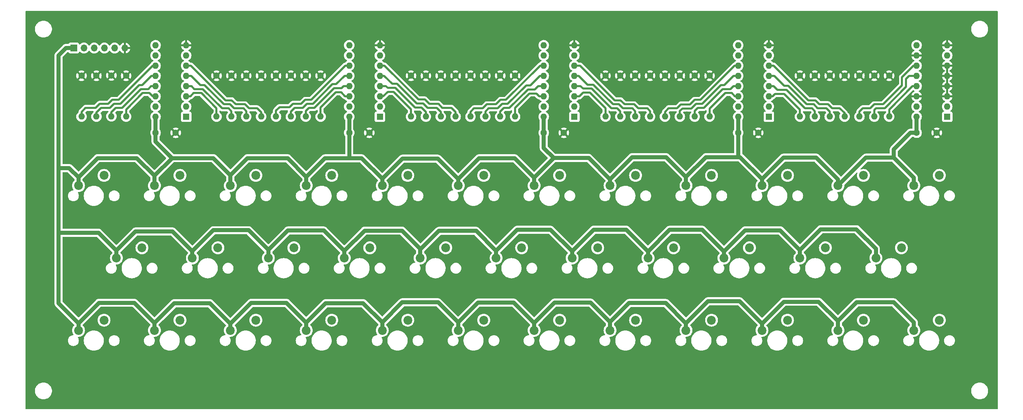
<source format=gbr>
%TF.GenerationSoftware,KiCad,Pcbnew,7.0.7-7.0.7~ubuntu22.04.1*%
%TF.CreationDate,2023-09-15T11:44:34+02:00*%
%TF.ProjectId,ek_right_hand_35_buttons,656b5f72-6967-4687-945f-68616e645f33,1.0*%
%TF.SameCoordinates,Original*%
%TF.FileFunction,Copper,L1,Top*%
%TF.FilePolarity,Positive*%
%FSLAX46Y46*%
G04 Gerber Fmt 4.6, Leading zero omitted, Abs format (unit mm)*
G04 Created by KiCad (PCBNEW 7.0.7-7.0.7~ubuntu22.04.1) date 2023-09-15 11:44:34*
%MOMM*%
%LPD*%
G01*
G04 APERTURE LIST*
%TA.AperFunction,ComponentPad*%
%ADD10C,2.200000*%
%TD*%
%TA.AperFunction,ComponentPad*%
%ADD11C,1.600000*%
%TD*%
%TA.AperFunction,ComponentPad*%
%ADD12O,1.600000X1.600000*%
%TD*%
%TA.AperFunction,ComponentPad*%
%ADD13R,1.600000X1.600000*%
%TD*%
%TA.AperFunction,ComponentPad*%
%ADD14R,1.700000X1.700000*%
%TD*%
%TA.AperFunction,ComponentPad*%
%ADD15O,1.700000X1.700000*%
%TD*%
%TA.AperFunction,ViaPad*%
%ADD16C,0.800000*%
%TD*%
%TA.AperFunction,Conductor*%
%ADD17C,0.500000*%
%TD*%
%TA.AperFunction,Conductor*%
%ADD18C,1.000000*%
%TD*%
G04 APERTURE END LIST*
D10*
%TO.P,SW3,1*%
%TO.N,Net-(U1-D2)*%
X51645000Y-88395000D03*
%TO.P,SW3,2*%
%TO.N,VCC*%
X45295000Y-90935000D03*
%TD*%
%TO.P,SW8,1*%
%TO.N,Net-(U1-D7)*%
X79995000Y-106395000D03*
%TO.P,SW8,2*%
%TO.N,VCC*%
X73645000Y-108935000D03*
%TD*%
D11*
%TO.P,C2,1*%
%TO.N,VCC*%
X103235000Y-59790000D03*
%TO.P,C2,2*%
%TO.N,GND*%
X108235000Y-59790000D03*
%TD*%
%TO.P,R16,1*%
%TO.N,GND*%
X129705000Y-45590000D03*
D12*
%TO.P,R16,2*%
%TO.N,Net-(U2-D7)*%
X129705000Y-55750000D03*
%TD*%
D11*
%TO.P,C5,1*%
%TO.N,VCC*%
X244435000Y-59790000D03*
%TO.P,C5,2*%
%TO.N,GND*%
X249435000Y-59790000D03*
%TD*%
%TO.P,R12,1*%
%TO.N,GND*%
X96105000Y-45590000D03*
D12*
%TO.P,R12,2*%
%TO.N,Net-(U2-D3)*%
X96105000Y-55750000D03*
%TD*%
D11*
%TO.P,R31,1*%
%TO.N,GND*%
X222805000Y-45590000D03*
D12*
%TO.P,R31,2*%
%TO.N,Net-(U4-D6)*%
X222805000Y-55750000D03*
%TD*%
D10*
%TO.P,SW18,1*%
%TO.N,Net-(U3-D1)*%
X146145000Y-88395000D03*
%TO.P,SW18,2*%
%TO.N,VCC*%
X139795000Y-90935000D03*
%TD*%
%TO.P,SW22,1*%
%TO.N,Net-(U3-D5)*%
X174495000Y-70395000D03*
%TO.P,SW22,2*%
%TO.N,VCC*%
X168145000Y-72935000D03*
%TD*%
%TO.P,SW27,1*%
%TO.N,Net-(U4-D2)*%
X202845000Y-88395000D03*
%TO.P,SW27,2*%
%TO.N,VCC*%
X196495000Y-90935000D03*
%TD*%
D11*
%TO.P,R33,1*%
%TO.N,GND*%
X230205000Y-45590000D03*
D12*
%TO.P,R33,2*%
%TO.N,Net-(U5-D0)*%
X230205000Y-55750000D03*
%TD*%
D11*
%TO.P,R24,1*%
%TO.N,GND*%
X178105000Y-45590000D03*
D12*
%TO.P,R24,2*%
%TO.N,Net-(U3-D7)*%
X178105000Y-55750000D03*
%TD*%
D13*
%TO.P,U1,1,~{PL}*%
%TO.N,SH{slash}~{LD}*%
X62655000Y-55790000D03*
D12*
%TO.P,U1,2,CP*%
%TO.N,CLK*%
X62655000Y-53250000D03*
%TO.P,U1,3,D4*%
%TO.N,Net-(U1-D4)*%
X62655000Y-50710000D03*
%TO.P,U1,4,D5*%
%TO.N,Net-(U1-D5)*%
X62655000Y-48170000D03*
%TO.P,U1,5,D6*%
%TO.N,Net-(U1-D6)*%
X62655000Y-45630000D03*
%TO.P,U1,6,D7*%
%TO.N,Net-(U1-D7)*%
X62655000Y-43090000D03*
%TO.P,U1,7,~{Q7}*%
%TO.N,unconnected-(U1-~{Q7}-Pad7)*%
X62655000Y-40550000D03*
%TO.P,U1,8,GND*%
%TO.N,GND*%
X62655000Y-38010000D03*
%TO.P,U1,9,Q7*%
%TO.N,/Buttons 01-08/SERIAL_OUT*%
X55035000Y-38010000D03*
%TO.P,U1,10,DS*%
%TO.N,/Buttons 01-08/SERIAL_IN*%
X55035000Y-40550000D03*
%TO.P,U1,11,D0*%
%TO.N,Net-(U1-D0)*%
X55035000Y-43090000D03*
%TO.P,U1,12,D1*%
%TO.N,Net-(U1-D1)*%
X55035000Y-45630000D03*
%TO.P,U1,13,D2*%
%TO.N,Net-(U1-D2)*%
X55035000Y-48170000D03*
%TO.P,U1,14,D3*%
%TO.N,Net-(U1-D3)*%
X55035000Y-50710000D03*
%TO.P,U1,15,~{CE}*%
%TO.N,CLK INH*%
X55035000Y-53250000D03*
%TO.P,U1,16,VCC*%
%TO.N,VCC*%
X55035000Y-55790000D03*
%TD*%
D10*
%TO.P,SW17,1*%
%TO.N,Net-(U3-D0)*%
X136695000Y-106395000D03*
%TO.P,SW17,2*%
%TO.N,VCC*%
X130345000Y-108935000D03*
%TD*%
%TO.P,SW33,1*%
%TO.N,Net-(U5-D0)*%
X240645000Y-88395000D03*
%TO.P,SW33,2*%
%TO.N,VCC*%
X234295000Y-90935000D03*
%TD*%
D11*
%TO.P,R3,1*%
%TO.N,GND*%
X44035000Y-45535000D03*
D12*
%TO.P,R3,2*%
%TO.N,Net-(U1-D2)*%
X44035000Y-55695000D03*
%TD*%
D11*
%TO.P,R27,1*%
%TO.N,GND*%
X189205000Y-45590000D03*
D12*
%TO.P,R27,2*%
%TO.N,Net-(U4-D2)*%
X189205000Y-55750000D03*
%TD*%
D10*
%TO.P,SW21,1*%
%TO.N,Net-(U3-D4)*%
X165045000Y-88395000D03*
%TO.P,SW21,2*%
%TO.N,VCC*%
X158695000Y-90935000D03*
%TD*%
%TO.P,SW13,1*%
%TO.N,Net-(U2-D4)*%
X117795000Y-70395000D03*
%TO.P,SW13,2*%
%TO.N,VCC*%
X111445000Y-72935000D03*
%TD*%
D11*
%TO.P,R19,1*%
%TO.N,GND*%
X140805000Y-45590000D03*
D12*
%TO.P,R19,2*%
%TO.N,Net-(U3-D2)*%
X140805000Y-55750000D03*
%TD*%
D11*
%TO.P,R21,1*%
%TO.N,GND*%
X167005000Y-45590000D03*
D12*
%TO.P,R21,2*%
%TO.N,Net-(U3-D4)*%
X167005000Y-55750000D03*
%TD*%
D11*
%TO.P,R7,1*%
%TO.N,GND*%
X77605000Y-45590000D03*
D12*
%TO.P,R7,2*%
%TO.N,Net-(U1-D6)*%
X77605000Y-55750000D03*
%TD*%
D10*
%TO.P,SW14,1*%
%TO.N,Net-(U2-D5)*%
X117795000Y-106395000D03*
%TO.P,SW14,2*%
%TO.N,VCC*%
X111445000Y-108935000D03*
%TD*%
D11*
%TO.P,R30,1*%
%TO.N,GND*%
X219105000Y-45590000D03*
D12*
%TO.P,R30,2*%
%TO.N,Net-(U4-D5)*%
X219105000Y-55750000D03*
%TD*%
D10*
%TO.P,SW19,1*%
%TO.N,Net-(U3-D2)*%
X155595000Y-70395000D03*
%TO.P,SW19,2*%
%TO.N,VCC*%
X149245000Y-72935000D03*
%TD*%
%TO.P,SW28,1*%
%TO.N,Net-(U4-D3)*%
X212295000Y-70395000D03*
%TO.P,SW28,2*%
%TO.N,VCC*%
X205945000Y-72935000D03*
%TD*%
%TO.P,SW16,1*%
%TO.N,Net-(U2-D7)*%
X136695000Y-70395000D03*
%TO.P,SW16,2*%
%TO.N,VCC*%
X130345000Y-72935000D03*
%TD*%
D11*
%TO.P,R4,1*%
%TO.N,GND*%
X47705000Y-45590000D03*
D12*
%TO.P,R4,2*%
%TO.N,Net-(U1-D3)*%
X47705000Y-55750000D03*
%TD*%
D11*
%TO.P,R20,1*%
%TO.N,GND*%
X144505000Y-45590000D03*
D12*
%TO.P,R20,2*%
%TO.N,Net-(U3-D3)*%
X144505000Y-55750000D03*
%TD*%
D10*
%TO.P,SW15,1*%
%TO.N,Net-(U2-D6)*%
X127245000Y-88395000D03*
%TO.P,SW15,2*%
%TO.N,VCC*%
X120895000Y-90935000D03*
%TD*%
D11*
%TO.P,R23,1*%
%TO.N,GND*%
X174405000Y-45590000D03*
D12*
%TO.P,R23,2*%
%TO.N,Net-(U3-D6)*%
X174405000Y-55750000D03*
%TD*%
D10*
%TO.P,SW23,1*%
%TO.N,Net-(U3-D6)*%
X174495000Y-106395000D03*
%TO.P,SW23,2*%
%TO.N,VCC*%
X168145000Y-108935000D03*
%TD*%
%TO.P,SW9,1*%
%TO.N,Net-(U2-D0)*%
X89445000Y-88395000D03*
%TO.P,SW9,2*%
%TO.N,VCC*%
X83095000Y-90935000D03*
%TD*%
D11*
%TO.P,R14,1*%
%TO.N,GND*%
X122305000Y-45590000D03*
D12*
%TO.P,R14,2*%
%TO.N,Net-(U2-D5)*%
X122305000Y-55750000D03*
%TD*%
D10*
%TO.P,SW34,1*%
%TO.N,Net-(U5-D1)*%
X250095000Y-70395000D03*
%TO.P,SW34,2*%
%TO.N,VCC*%
X243745000Y-72935000D03*
%TD*%
D11*
%TO.P,R26,1*%
%TO.N,GND*%
X185505000Y-45590000D03*
D12*
%TO.P,R26,2*%
%TO.N,Net-(U4-D1)*%
X185505000Y-55750000D03*
%TD*%
D10*
%TO.P,SW20,1*%
%TO.N,Net-(U3-D3)*%
X155595000Y-106395000D03*
%TO.P,SW20,2*%
%TO.N,VCC*%
X149245000Y-108935000D03*
%TD*%
D11*
%TO.P,R6,1*%
%TO.N,GND*%
X73905000Y-45590000D03*
D12*
%TO.P,R6,2*%
%TO.N,Net-(U1-D5)*%
X73905000Y-55750000D03*
%TD*%
D10*
%TO.P,SW25,1*%
%TO.N,Net-(U4-D0)*%
X193395000Y-70395000D03*
%TO.P,SW25,2*%
%TO.N,VCC*%
X187045000Y-72935000D03*
%TD*%
D11*
%TO.P,R29,1*%
%TO.N,GND*%
X215405000Y-45590000D03*
D12*
%TO.P,R29,2*%
%TO.N,Net-(U4-D4)*%
X215405000Y-55750000D03*
%TD*%
D11*
%TO.P,R13,1*%
%TO.N,GND*%
X118605000Y-45590000D03*
D12*
%TO.P,R13,2*%
%TO.N,Net-(U2-D4)*%
X118605000Y-55750000D03*
%TD*%
D10*
%TO.P,SW11,1*%
%TO.N,Net-(U2-D2)*%
X98895000Y-106395000D03*
%TO.P,SW11,2*%
%TO.N,VCC*%
X92545000Y-108935000D03*
%TD*%
D11*
%TO.P,R28,1*%
%TO.N,GND*%
X192905000Y-45590000D03*
D12*
%TO.P,R28,2*%
%TO.N,Net-(U4-D3)*%
X192905000Y-55750000D03*
%TD*%
D10*
%TO.P,SW5,1*%
%TO.N,Net-(U1-D4)*%
X61095000Y-106395000D03*
%TO.P,SW5,2*%
%TO.N,VCC*%
X54745000Y-108935000D03*
%TD*%
%TO.P,SW6,1*%
%TO.N,Net-(U1-D5)*%
X70545000Y-88395000D03*
%TO.P,SW6,2*%
%TO.N,VCC*%
X64195000Y-90935000D03*
%TD*%
D13*
%TO.P,U2,1,~{PL}*%
%TO.N,SH{slash}~{LD}*%
X110855000Y-55790000D03*
D12*
%TO.P,U2,2,CP*%
%TO.N,CLK*%
X110855000Y-53250000D03*
%TO.P,U2,3,D4*%
%TO.N,Net-(U2-D4)*%
X110855000Y-50710000D03*
%TO.P,U2,4,D5*%
%TO.N,Net-(U2-D5)*%
X110855000Y-48170000D03*
%TO.P,U2,5,D6*%
%TO.N,Net-(U2-D6)*%
X110855000Y-45630000D03*
%TO.P,U2,6,D7*%
%TO.N,Net-(U2-D7)*%
X110855000Y-43090000D03*
%TO.P,U2,7,~{Q7}*%
%TO.N,unconnected-(U2-~{Q7}-Pad7)*%
X110855000Y-40550000D03*
%TO.P,U2,8,GND*%
%TO.N,GND*%
X110855000Y-38010000D03*
%TO.P,U2,9,Q7*%
%TO.N,/Buttons 01-08/SERIAL_IN*%
X103235000Y-38010000D03*
%TO.P,U2,10,DS*%
%TO.N,/Buttons 09-16/SERIAL_IN*%
X103235000Y-40550000D03*
%TO.P,U2,11,D0*%
%TO.N,Net-(U2-D0)*%
X103235000Y-43090000D03*
%TO.P,U2,12,D1*%
%TO.N,Net-(U2-D1)*%
X103235000Y-45630000D03*
%TO.P,U2,13,D2*%
%TO.N,Net-(U2-D2)*%
X103235000Y-48170000D03*
%TO.P,U2,14,D3*%
%TO.N,Net-(U2-D3)*%
X103235000Y-50710000D03*
%TO.P,U2,15,~{CE}*%
%TO.N,CLK INH*%
X103235000Y-53250000D03*
%TO.P,U2,16,VCC*%
%TO.N,VCC*%
X103235000Y-55790000D03*
%TD*%
D14*
%TO.P,J1,1,Pin_1*%
%TO.N,VCC*%
X34675000Y-38705000D03*
D15*
%TO.P,J1,2,Pin_2*%
%TO.N,SH{slash}~{LD}*%
X37215000Y-38705000D03*
%TO.P,J1,3,Pin_3*%
%TO.N,CLK*%
X39755000Y-38705000D03*
%TO.P,J1,4,Pin_4*%
%TO.N,CLK INH*%
X42295000Y-38705000D03*
%TO.P,J1,5,Pin_5*%
%TO.N,/Buttons 01-08/SERIAL_OUT*%
X44835000Y-38705000D03*
%TO.P,J1,6,Pin_6*%
%TO.N,GND*%
X47375000Y-38705000D03*
%TD*%
D13*
%TO.P,U3,1,~{PL}*%
%TO.N,SH{slash}~{LD}*%
X159255000Y-55790000D03*
D12*
%TO.P,U3,2,CP*%
%TO.N,CLK*%
X159255000Y-53250000D03*
%TO.P,U3,3,D4*%
%TO.N,Net-(U3-D4)*%
X159255000Y-50710000D03*
%TO.P,U3,4,D5*%
%TO.N,Net-(U3-D5)*%
X159255000Y-48170000D03*
%TO.P,U3,5,D6*%
%TO.N,Net-(U3-D6)*%
X159255000Y-45630000D03*
%TO.P,U3,6,D7*%
%TO.N,Net-(U3-D7)*%
X159255000Y-43090000D03*
%TO.P,U3,7,~{Q7}*%
%TO.N,unconnected-(U3-~{Q7}-Pad7)*%
X159255000Y-40550000D03*
%TO.P,U3,8,GND*%
%TO.N,GND*%
X159255000Y-38010000D03*
%TO.P,U3,9,Q7*%
%TO.N,/Buttons 09-16/SERIAL_IN*%
X151635000Y-38010000D03*
%TO.P,U3,10,DS*%
%TO.N,/Buttons 17-24/SERIAL_IN*%
X151635000Y-40550000D03*
%TO.P,U3,11,D0*%
%TO.N,Net-(U3-D0)*%
X151635000Y-43090000D03*
%TO.P,U3,12,D1*%
%TO.N,Net-(U3-D1)*%
X151635000Y-45630000D03*
%TO.P,U3,13,D2*%
%TO.N,Net-(U3-D2)*%
X151635000Y-48170000D03*
%TO.P,U3,14,D3*%
%TO.N,Net-(U3-D3)*%
X151635000Y-50710000D03*
%TO.P,U3,15,~{CE}*%
%TO.N,CLK INH*%
X151635000Y-53250000D03*
%TO.P,U3,16,VCC*%
%TO.N,VCC*%
X151635000Y-55790000D03*
%TD*%
D10*
%TO.P,SW4,1*%
%TO.N,Net-(U1-D3)*%
X61095000Y-70395000D03*
%TO.P,SW4,2*%
%TO.N,VCC*%
X54745000Y-72935000D03*
%TD*%
D11*
%TO.P,R9,1*%
%TO.N,GND*%
X85005000Y-45590000D03*
D12*
%TO.P,R9,2*%
%TO.N,Net-(U2-D0)*%
X85005000Y-55750000D03*
%TD*%
D11*
%TO.P,R22,1*%
%TO.N,GND*%
X170705000Y-45590000D03*
D12*
%TO.P,R22,2*%
%TO.N,Net-(U3-D5)*%
X170705000Y-55750000D03*
%TD*%
D10*
%TO.P,SW31,1*%
%TO.N,Net-(U4-D6)*%
X231195000Y-70395000D03*
%TO.P,SW31,2*%
%TO.N,VCC*%
X224845000Y-72935000D03*
%TD*%
D11*
%TO.P,R35,1*%
%TO.N,GND*%
X237605000Y-45590000D03*
D12*
%TO.P,R35,2*%
%TO.N,Net-(U5-D2)*%
X237605000Y-55750000D03*
%TD*%
D11*
%TO.P,R15,1*%
%TO.N,GND*%
X126005000Y-45590000D03*
D12*
%TO.P,R15,2*%
%TO.N,Net-(U2-D6)*%
X126005000Y-55750000D03*
%TD*%
D10*
%TO.P,SW35,1*%
%TO.N,Net-(U5-D2)*%
X250095000Y-106395000D03*
%TO.P,SW35,2*%
%TO.N,VCC*%
X243745000Y-108935000D03*
%TD*%
%TO.P,SW24,1*%
%TO.N,Net-(U3-D7)*%
X183945000Y-88395000D03*
%TO.P,SW24,2*%
%TO.N,VCC*%
X177595000Y-90935000D03*
%TD*%
%TO.P,SW32,1*%
%TO.N,Net-(U4-D7)*%
X231195000Y-106395000D03*
%TO.P,SW32,2*%
%TO.N,VCC*%
X224845000Y-108935000D03*
%TD*%
%TO.P,SW10,1*%
%TO.N,Net-(U2-D1)*%
X98895000Y-70395000D03*
%TO.P,SW10,2*%
%TO.N,VCC*%
X92545000Y-72935000D03*
%TD*%
D11*
%TO.P,R5,1*%
%TO.N,GND*%
X70205000Y-45590000D03*
D12*
%TO.P,R5,2*%
%TO.N,Net-(U1-D4)*%
X70205000Y-55750000D03*
%TD*%
D10*
%TO.P,SW30,1*%
%TO.N,Net-(U4-D5)*%
X221745000Y-88395000D03*
%TO.P,SW30,2*%
%TO.N,VCC*%
X215395000Y-90935000D03*
%TD*%
%TO.P,SW7,1*%
%TO.N,Net-(U1-D6)*%
X79995000Y-70395000D03*
%TO.P,SW7,2*%
%TO.N,VCC*%
X73645000Y-72935000D03*
%TD*%
D11*
%TO.P,R34,1*%
%TO.N,GND*%
X233905000Y-45590000D03*
D12*
%TO.P,R34,2*%
%TO.N,Net-(U5-D1)*%
X233905000Y-55750000D03*
%TD*%
D10*
%TO.P,SW29,1*%
%TO.N,Net-(U4-D4)*%
X212295000Y-106395000D03*
%TO.P,SW29,2*%
%TO.N,VCC*%
X205945000Y-108935000D03*
%TD*%
D11*
%TO.P,R8,1*%
%TO.N,GND*%
X81305000Y-45590000D03*
D12*
%TO.P,R8,2*%
%TO.N,Net-(U1-D7)*%
X81305000Y-55750000D03*
%TD*%
D11*
%TO.P,C3,1*%
%TO.N,VCC*%
X151635000Y-59790000D03*
%TO.P,C3,2*%
%TO.N,GND*%
X156635000Y-59790000D03*
%TD*%
%TO.P,R11,1*%
%TO.N,GND*%
X92405000Y-45590000D03*
D12*
%TO.P,R11,2*%
%TO.N,Net-(U2-D2)*%
X92405000Y-55750000D03*
%TD*%
D11*
%TO.P,R18,1*%
%TO.N,GND*%
X137105000Y-45590000D03*
D12*
%TO.P,R18,2*%
%TO.N,Net-(U3-D1)*%
X137105000Y-55750000D03*
%TD*%
D11*
%TO.P,R2,1*%
%TO.N,GND*%
X40305000Y-45590000D03*
D12*
%TO.P,R2,2*%
%TO.N,Net-(U1-D1)*%
X40305000Y-55750000D03*
%TD*%
D10*
%TO.P,SW1,1*%
%TO.N,Net-(U1-D0)*%
X42195000Y-70395000D03*
%TO.P,SW1,2*%
%TO.N,VCC*%
X35845000Y-72935000D03*
%TD*%
D11*
%TO.P,R25,1*%
%TO.N,GND*%
X181805000Y-45590000D03*
D12*
%TO.P,R25,2*%
%TO.N,Net-(U4-D0)*%
X181805000Y-55750000D03*
%TD*%
D13*
%TO.P,U4,1,~{PL}*%
%TO.N,SH{slash}~{LD}*%
X207655000Y-55790000D03*
D12*
%TO.P,U4,2,CP*%
%TO.N,CLK*%
X207655000Y-53250000D03*
%TO.P,U4,3,D4*%
%TO.N,Net-(U4-D4)*%
X207655000Y-50710000D03*
%TO.P,U4,4,D5*%
%TO.N,Net-(U4-D5)*%
X207655000Y-48170000D03*
%TO.P,U4,5,D6*%
%TO.N,Net-(U4-D6)*%
X207655000Y-45630000D03*
%TO.P,U4,6,D7*%
%TO.N,Net-(U4-D7)*%
X207655000Y-43090000D03*
%TO.P,U4,7,~{Q7}*%
%TO.N,unconnected-(U4-~{Q7}-Pad7)*%
X207655000Y-40550000D03*
%TO.P,U4,8,GND*%
%TO.N,GND*%
X207655000Y-38010000D03*
%TO.P,U4,9,Q7*%
%TO.N,/Buttons 17-24/SERIAL_IN*%
X200035000Y-38010000D03*
%TO.P,U4,10,DS*%
%TO.N,/Buttons 25-32/SERIAL_IN*%
X200035000Y-40550000D03*
%TO.P,U4,11,D0*%
%TO.N,Net-(U4-D0)*%
X200035000Y-43090000D03*
%TO.P,U4,12,D1*%
%TO.N,Net-(U4-D1)*%
X200035000Y-45630000D03*
%TO.P,U4,13,D2*%
%TO.N,Net-(U4-D2)*%
X200035000Y-48170000D03*
%TO.P,U4,14,D3*%
%TO.N,Net-(U4-D3)*%
X200035000Y-50710000D03*
%TO.P,U4,15,~{CE}*%
%TO.N,CLK INH*%
X200035000Y-53250000D03*
%TO.P,U4,16,VCC*%
%TO.N,VCC*%
X200035000Y-55790000D03*
%TD*%
D11*
%TO.P,R17,1*%
%TO.N,GND*%
X133405000Y-45590000D03*
D12*
%TO.P,R17,2*%
%TO.N,Net-(U3-D0)*%
X133405000Y-55750000D03*
%TD*%
D11*
%TO.P,C1,1*%
%TO.N,VCC*%
X55035000Y-59790000D03*
%TO.P,C1,2*%
%TO.N,GND*%
X60035000Y-59790000D03*
%TD*%
D10*
%TO.P,SW2,1*%
%TO.N,Net-(U1-D1)*%
X42195000Y-106395000D03*
%TO.P,SW2,2*%
%TO.N,VCC*%
X35845000Y-108935000D03*
%TD*%
D11*
%TO.P,R10,1*%
%TO.N,GND*%
X88705000Y-45590000D03*
D12*
%TO.P,R10,2*%
%TO.N,Net-(U2-D1)*%
X88705000Y-55750000D03*
%TD*%
D11*
%TO.P,C4,1*%
%TO.N,VCC*%
X200035000Y-59790000D03*
%TO.P,C4,2*%
%TO.N,GND*%
X205035000Y-59790000D03*
%TD*%
D10*
%TO.P,SW12,1*%
%TO.N,Net-(U2-D3)*%
X108345000Y-88395000D03*
%TO.P,SW12,2*%
%TO.N,VCC*%
X101995000Y-90935000D03*
%TD*%
D13*
%TO.P,U5,1,~{PL}*%
%TO.N,SH{slash}~{LD}*%
X252055000Y-55790000D03*
D12*
%TO.P,U5,2,CP*%
%TO.N,CLK*%
X252055000Y-53250000D03*
%TO.P,U5,3,D4*%
%TO.N,GND*%
X252055000Y-50710000D03*
%TO.P,U5,4,D5*%
X252055000Y-48170000D03*
%TO.P,U5,5,D6*%
X252055000Y-45630000D03*
%TO.P,U5,6,D7*%
X252055000Y-43090000D03*
%TO.P,U5,7,~{Q7}*%
%TO.N,unconnected-(U5-~{Q7}-Pad7)*%
X252055000Y-40550000D03*
%TO.P,U5,8,GND*%
%TO.N,GND*%
X252055000Y-38010000D03*
%TO.P,U5,9,Q7*%
%TO.N,/Buttons 25-32/SERIAL_IN*%
X244435000Y-38010000D03*
%TO.P,U5,10,DS*%
%TO.N,GND*%
X244435000Y-40550000D03*
%TO.P,U5,11,D0*%
%TO.N,Net-(U5-D0)*%
X244435000Y-43090000D03*
%TO.P,U5,12,D1*%
%TO.N,Net-(U5-D1)*%
X244435000Y-45630000D03*
%TO.P,U5,13,D2*%
%TO.N,Net-(U5-D2)*%
X244435000Y-48170000D03*
%TO.P,U5,14,D3*%
%TO.N,GND*%
X244435000Y-50710000D03*
%TO.P,U5,15,~{CE}*%
%TO.N,CLK INH*%
X244435000Y-53250000D03*
%TO.P,U5,16,VCC*%
%TO.N,VCC*%
X244435000Y-55790000D03*
%TD*%
D11*
%TO.P,R32,1*%
%TO.N,GND*%
X226505000Y-45590000D03*
D12*
%TO.P,R32,2*%
%TO.N,Net-(U4-D7)*%
X226505000Y-55750000D03*
%TD*%
D10*
%TO.P,SW26,1*%
%TO.N,Net-(U4-D1)*%
X193395000Y-106395000D03*
%TO.P,SW26,2*%
%TO.N,VCC*%
X187045000Y-108935000D03*
%TD*%
D11*
%TO.P,R1,1*%
%TO.N,GND*%
X36605000Y-45590000D03*
D12*
%TO.P,R1,2*%
%TO.N,Net-(U1-D0)*%
X36605000Y-55750000D03*
%TD*%
D16*
%TO.N,GND*%
X53200000Y-41850000D03*
X77400000Y-49950000D03*
X125950000Y-50450000D03*
X174400000Y-50950000D03*
X222500000Y-51150000D03*
X67000000Y-55400000D03*
X116250000Y-54850000D03*
X164250000Y-54950000D03*
X191450000Y-59400000D03*
X212650000Y-55200000D03*
X217500000Y-57000000D03*
X124200000Y-58100000D03*
X235700000Y-54950000D03*
X218600000Y-82050000D03*
X176450000Y-60850000D03*
X228450000Y-57150000D03*
X243050000Y-67650000D03*
X251450000Y-64550000D03*
X198200000Y-54700000D03*
X53100000Y-55000000D03*
X101300000Y-55100000D03*
X96800000Y-60700000D03*
X94300000Y-57200000D03*
X83300000Y-64500000D03*
X79600000Y-60100000D03*
X71900000Y-61800000D03*
X26500000Y-95500000D03*
X27300000Y-66400000D03*
X27200000Y-40500000D03*
X32200000Y-33200000D03*
X56300000Y-32600000D03*
X83000000Y-32800000D03*
X104600000Y-32400000D03*
X131600000Y-32800000D03*
X152900000Y-32800000D03*
X226500000Y-32600000D03*
X200000000Y-32700000D03*
X179900000Y-32700000D03*
X251400000Y-32700000D03*
X260000000Y-40900000D03*
X260300000Y-65300000D03*
X260000000Y-92800000D03*
X259400000Y-117100000D03*
X253400000Y-124200000D03*
X219400000Y-125000000D03*
X181700000Y-125000000D03*
X143600000Y-124400000D03*
X105900000Y-124400000D03*
X68100000Y-124900000D03*
X26700000Y-118100000D03*
X32600000Y-124000000D03*
X38700000Y-86700000D03*
X35800000Y-103900000D03*
X54600000Y-103700000D03*
X73500000Y-103900000D03*
X92500000Y-103500000D03*
X111400000Y-103400000D03*
X130000000Y-103600000D03*
X149000000Y-103600000D03*
X167900000Y-103500000D03*
X215400000Y-86300000D03*
X158800000Y-86400000D03*
X186900000Y-103900000D03*
X205800000Y-104100000D03*
X224700000Y-103400000D03*
X196200000Y-86100000D03*
X177400000Y-86200000D03*
X139800000Y-86200000D03*
X121100000Y-86100000D03*
X102100000Y-86400000D03*
X83000000Y-86300000D03*
X64200000Y-86300000D03*
X45200000Y-86400000D03*
X73600000Y-67600000D03*
X92400000Y-67800000D03*
X111200000Y-68300000D03*
X130300000Y-68600000D03*
X35900000Y-68400000D03*
X46200000Y-64100000D03*
X56000000Y-65900000D03*
X59600000Y-62400000D03*
X60500000Y-55400000D03*
X108800000Y-56200000D03*
X107600000Y-62300000D03*
X249100000Y-62300000D03*
X204400000Y-62200000D03*
X155900000Y-62300000D03*
X157200000Y-55800000D03*
X250200000Y-55100000D03*
X205800000Y-54900000D03*
X243000000Y-54800000D03*
X149900000Y-54800000D03*
X145900000Y-57100000D03*
X135600000Y-62400000D03*
X142100000Y-57300000D03*
X142700000Y-54800000D03*
X150300000Y-67400000D03*
X168200000Y-68500000D03*
X187000000Y-67900000D03*
X205900000Y-68600000D03*
X225300000Y-68900000D03*
X236900000Y-63800000D03*
X243600000Y-61800000D03*
X202100000Y-50500000D03*
X153800000Y-50400000D03*
X105400000Y-50200000D03*
X57100000Y-50200000D03*
X33000000Y-41100000D03*
X100700000Y-51600000D03*
X86800000Y-54900000D03*
X162000000Y-51100000D03*
X124720000Y-82070000D03*
X72000000Y-54900000D03*
X221000000Y-54900000D03*
X65000000Y-51400000D03*
X181430000Y-82040000D03*
X135200000Y-54900000D03*
X124100000Y-54800000D03*
X79500000Y-54900000D03*
X187300000Y-54900000D03*
X176200000Y-54900000D03*
X183600000Y-54900000D03*
X242600000Y-50900000D03*
X42200000Y-54900000D03*
X68040000Y-82440000D03*
X217300000Y-54900000D03*
X209700000Y-51500000D03*
X191000000Y-54900000D03*
X38400000Y-54900000D03*
X94300000Y-55000000D03*
X232000000Y-55000000D03*
X32575000Y-70465000D03*
X224700000Y-54900000D03*
X139000000Y-54900000D03*
X197600000Y-51500000D03*
X105790000Y-82040000D03*
X127800000Y-54800000D03*
X33285000Y-66475000D03*
X86842180Y-82307820D03*
X172600000Y-55000000D03*
X120500000Y-54700000D03*
X49080000Y-82120000D03*
X143670000Y-82120000D03*
X113000000Y-51500000D03*
X168800000Y-54900000D03*
X90500000Y-55000000D03*
X45900000Y-55000000D03*
X75800000Y-54900000D03*
X238115000Y-82075000D03*
X200280000Y-81960000D03*
X162275000Y-82225000D03*
X149200000Y-51600000D03*
%TD*%
D17*
%TO.N,Net-(U5-D0)*%
X244435000Y-43090000D02*
X243680000Y-43090000D01*
X243680000Y-43090000D02*
X240799999Y-45970001D01*
X240799999Y-45970001D02*
X240799999Y-47971573D01*
X240799999Y-47971573D02*
X236071572Y-52700000D01*
X236071572Y-52700000D02*
X233885786Y-52700000D01*
X232885786Y-53700000D02*
X231000000Y-53700000D01*
X233885786Y-52700000D02*
X232885786Y-53700000D01*
X231000000Y-53700000D02*
X230205000Y-54495000D01*
X230205000Y-54495000D02*
X230205000Y-55750000D01*
%TO.N,Net-(U5-D1)*%
X233905000Y-55750000D02*
X233905000Y-54095000D01*
X233905000Y-54095000D02*
X234300000Y-53700000D01*
X234300000Y-53700000D02*
X236485786Y-53700000D01*
X236485786Y-53700000D02*
X236604999Y-53580787D01*
X241800000Y-48385786D02*
X241800000Y-46384214D01*
X242554214Y-45630000D02*
X244435000Y-45630000D01*
X236604999Y-53580787D02*
X241800000Y-48385786D01*
X241800000Y-46384214D02*
X242554214Y-45630000D01*
%TO.N,Net-(U5-D2)*%
X244435000Y-48170000D02*
X243430000Y-48170000D01*
X243430000Y-48170000D02*
X237605000Y-53995000D01*
X237605000Y-53995000D02*
X237605000Y-55750000D01*
D18*
%TO.N,VCC*%
X55035000Y-55790000D02*
X55035000Y-59790000D01*
X139795000Y-90935000D02*
X139795000Y-89165000D01*
X54745000Y-70485000D02*
X59135000Y-66095000D01*
X30875000Y-40535000D02*
X30875000Y-69635000D01*
X139795000Y-89165000D02*
X134815000Y-84185000D01*
X187045000Y-70805000D02*
X182105000Y-65865000D01*
X87645000Y-102105000D02*
X78815000Y-102105000D01*
X192505000Y-101695000D02*
X187045000Y-107155000D01*
X238755000Y-101965000D02*
X229505000Y-101965000D01*
X78175000Y-84025000D02*
X69435000Y-84025000D01*
X182105000Y-65865000D02*
X173625000Y-65865000D01*
X130345000Y-71305000D02*
X125275000Y-66235000D01*
X173625000Y-65865000D02*
X168145000Y-71345000D01*
X35845000Y-108935000D02*
X35845000Y-107175000D01*
X187045000Y-72935000D02*
X187045000Y-70805000D01*
X231795000Y-65985000D02*
X224845000Y-72935000D01*
X120895000Y-88855000D02*
X120895000Y-88665000D01*
X116365000Y-84135000D02*
X107045000Y-84135000D01*
X153340000Y-83920000D02*
X145040000Y-83920000D01*
X78815000Y-102105000D02*
X73645000Y-107275000D01*
X145040000Y-83920000D02*
X139795000Y-89165000D01*
X199760000Y-65865000D02*
X191985000Y-65865000D01*
X243745000Y-106955000D02*
X238755000Y-101965000D01*
X73645000Y-70325000D02*
X73645000Y-72935000D01*
X54745000Y-72935000D02*
X54745000Y-70485000D01*
X59275000Y-84345000D02*
X50055000Y-84345000D01*
X92545000Y-72935000D02*
X92545000Y-70745000D01*
X73645000Y-108935000D02*
X73645000Y-107275000D01*
X149245000Y-72935000D02*
X149245000Y-70945000D01*
X168145000Y-106855000D02*
X163325000Y-102035000D01*
X64195000Y-90935000D02*
X64195000Y-89265000D01*
X125275000Y-66235000D02*
X116455000Y-66235000D01*
X158695000Y-90935000D02*
X158695000Y-89275000D01*
X35845000Y-72935000D02*
X35845000Y-70875000D01*
X154325000Y-102035000D02*
X149245000Y-107115000D01*
X103235000Y-55790000D02*
X103235000Y-59790000D01*
X224845000Y-71365000D02*
X219465000Y-65985000D01*
X59135000Y-66095000D02*
X69415000Y-66095000D01*
X154135000Y-66055000D02*
X149245000Y-70945000D01*
X55035000Y-59790000D02*
X55035000Y-61995000D01*
X243745000Y-70975000D02*
X238755000Y-65985000D01*
X73645000Y-107275000D02*
X68545000Y-102175000D01*
X55035000Y-61995000D02*
X59135000Y-66095000D01*
X229465000Y-83785000D02*
X220575000Y-83785000D01*
X234295000Y-90935000D02*
X234295000Y-88615000D01*
X40625000Y-66095000D02*
X50355000Y-66095000D01*
X30875000Y-84655000D02*
X30875000Y-84025000D01*
X201765000Y-84055000D02*
X196495000Y-89325000D01*
X64195000Y-89265000D02*
X59275000Y-84345000D01*
X162855000Y-66055000D02*
X154135000Y-66055000D01*
X45295000Y-89105000D02*
X45295000Y-90935000D01*
X125345000Y-101965000D02*
X116425000Y-101965000D01*
X210485000Y-84055000D02*
X201765000Y-84055000D01*
X35845000Y-70875000D02*
X40625000Y-66095000D01*
X135275000Y-102035000D02*
X130345000Y-106965000D01*
X177595000Y-90935000D02*
X177595000Y-89295000D01*
X177595000Y-89295000D02*
X172205000Y-83905000D01*
X30875000Y-69635000D02*
X30875000Y-68575000D01*
X211265000Y-65985000D02*
X205945000Y-71305000D01*
X187045000Y-108935000D02*
X187045000Y-107155000D01*
X111445000Y-108935000D02*
X111445000Y-106945000D01*
X69415000Y-66095000D02*
X73645000Y-70325000D01*
X59675000Y-102175000D02*
X54745000Y-107105000D01*
X144445000Y-66145000D02*
X135505000Y-66145000D01*
X182025000Y-102135000D02*
X172865000Y-102135000D01*
X107045000Y-84135000D02*
X101995000Y-89185000D01*
X54745000Y-70485000D02*
X50355000Y-66095000D01*
X49725000Y-102085000D02*
X40935000Y-102085000D01*
X87915000Y-66115000D02*
X77855000Y-66115000D01*
X130345000Y-108935000D02*
X130345000Y-106965000D01*
X83095000Y-88945000D02*
X78175000Y-84025000D01*
X116455000Y-66235000D02*
X111445000Y-71245000D01*
X97135000Y-66155000D02*
X92545000Y-70745000D01*
X120895000Y-88665000D02*
X116365000Y-84135000D01*
X35845000Y-107175000D02*
X30875000Y-102205000D01*
X97375000Y-102175000D02*
X92545000Y-107005000D01*
X238755000Y-65985000D02*
X238755000Y-63935000D01*
X151635000Y-63555000D02*
X154135000Y-66055000D01*
X30875000Y-102205000D02*
X30875000Y-84655000D01*
X50055000Y-84345000D02*
X45295000Y-89105000D01*
X172205000Y-83905000D02*
X164065000Y-83905000D01*
X182965000Y-83925000D02*
X177595000Y-89295000D01*
X191095000Y-83925000D02*
X182965000Y-83925000D01*
X30875000Y-84025000D02*
X30875000Y-69635000D01*
X215395000Y-90935000D02*
X215395000Y-88965000D01*
X205945000Y-107255000D02*
X200385000Y-101695000D01*
X244435000Y-55790000D02*
X244435000Y-59790000D01*
X106675000Y-102175000D02*
X97375000Y-102175000D01*
X172865000Y-102135000D02*
X168145000Y-106855000D01*
X224845000Y-72935000D02*
X224845000Y-71365000D01*
X196495000Y-89325000D02*
X191095000Y-83925000D01*
X34675000Y-38705000D02*
X32705000Y-38705000D01*
X130345000Y-106965000D02*
X125345000Y-101965000D01*
X33545000Y-68575000D02*
X30875000Y-68575000D01*
X229505000Y-101965000D02*
X224845000Y-106625000D01*
X96915000Y-84105000D02*
X87935000Y-84105000D01*
X54745000Y-107105000D02*
X49725000Y-102085000D01*
X116425000Y-101965000D02*
X111445000Y-106945000D01*
X151635000Y-59790000D02*
X151635000Y-63555000D01*
X200035000Y-65590000D02*
X199760000Y-65865000D01*
X69435000Y-84025000D02*
X64195000Y-89265000D01*
X101995000Y-90935000D02*
X101995000Y-89185000D01*
X125565000Y-84185000D02*
X120895000Y-88855000D01*
X205945000Y-72935000D02*
X205945000Y-71305000D01*
X243745000Y-72935000D02*
X243745000Y-70975000D01*
X238755000Y-65985000D02*
X231795000Y-65985000D01*
X205945000Y-108935000D02*
X205945000Y-107255000D01*
X168145000Y-71345000D02*
X162855000Y-66055000D01*
X168145000Y-72935000D02*
X168145000Y-71345000D01*
X77855000Y-66115000D02*
X73645000Y-70325000D01*
X200035000Y-59790000D02*
X200035000Y-65590000D01*
X35845000Y-70875000D02*
X33545000Y-68575000D01*
X164065000Y-83905000D02*
X158695000Y-89275000D01*
X158695000Y-89275000D02*
X153340000Y-83920000D01*
X205945000Y-71305000D02*
X200505000Y-65865000D01*
X103235000Y-59790000D02*
X103235000Y-66130000D01*
X87935000Y-84105000D02*
X83095000Y-88945000D01*
X92545000Y-70745000D02*
X87915000Y-66115000D01*
X40935000Y-102085000D02*
X35845000Y-107175000D01*
X196495000Y-90935000D02*
X196495000Y-89325000D01*
X191985000Y-65865000D02*
X187045000Y-70805000D01*
X130345000Y-72935000D02*
X130345000Y-71305000D01*
X200385000Y-101695000D02*
X192505000Y-101695000D01*
X101995000Y-89185000D02*
X96915000Y-84105000D01*
X224845000Y-106625000D02*
X220045000Y-101825000D01*
X120895000Y-90935000D02*
X120895000Y-88855000D01*
X135505000Y-66145000D02*
X130345000Y-71305000D01*
X106355000Y-66155000D02*
X103210000Y-66155000D01*
X68545000Y-102175000D02*
X59675000Y-102175000D01*
X219465000Y-65985000D02*
X211265000Y-65985000D01*
X224845000Y-108935000D02*
X224845000Y-106625000D01*
X134815000Y-84185000D02*
X125565000Y-84185000D01*
X111445000Y-71245000D02*
X106355000Y-66155000D01*
X163325000Y-102035000D02*
X154325000Y-102035000D01*
X243745000Y-108935000D02*
X243745000Y-106955000D01*
X149245000Y-108935000D02*
X149245000Y-107115000D01*
X40845000Y-84655000D02*
X30875000Y-84655000D01*
X149245000Y-70945000D02*
X144445000Y-66145000D01*
X54745000Y-108935000D02*
X54745000Y-107105000D01*
X242900000Y-59790000D02*
X244435000Y-59790000D01*
X187045000Y-107155000D02*
X182025000Y-102135000D01*
X92545000Y-108935000D02*
X92545000Y-107005000D01*
X83095000Y-90935000D02*
X83095000Y-88945000D01*
X151635000Y-59790000D02*
X151635000Y-55790000D01*
X168145000Y-108935000D02*
X168145000Y-106855000D01*
X103210000Y-66155000D02*
X97135000Y-66155000D01*
X45295000Y-89105000D02*
X40845000Y-84655000D01*
X149245000Y-107115000D02*
X144165000Y-102035000D01*
X215395000Y-88965000D02*
X210485000Y-84055000D01*
X200035000Y-55790000D02*
X200035000Y-59790000D01*
X234295000Y-88615000D02*
X229465000Y-83785000D01*
X111445000Y-72935000D02*
X111445000Y-71245000D01*
X103235000Y-66130000D02*
X103210000Y-66155000D01*
X211375000Y-101825000D02*
X205945000Y-107255000D01*
X199760000Y-65865000D02*
X200505000Y-65865000D01*
X220575000Y-83785000D02*
X215395000Y-88965000D01*
X92545000Y-107005000D02*
X87645000Y-102105000D01*
X32705000Y-38705000D02*
X30875000Y-40535000D01*
X144165000Y-102035000D02*
X135275000Y-102035000D01*
X111445000Y-106945000D02*
X106675000Y-102175000D01*
X220045000Y-101825000D02*
X211375000Y-101825000D01*
X238755000Y-63935000D02*
X242900000Y-59790000D01*
D17*
%TO.N,Net-(U1-D0)*%
X41085786Y-52600000D02*
X43271572Y-52600000D01*
X45857358Y-51600000D02*
X54367358Y-43090000D01*
X36605000Y-54595000D02*
X37600000Y-53600000D01*
X36605000Y-55750000D02*
X36605000Y-54595000D01*
X54367358Y-43090000D02*
X55035000Y-43090000D01*
X40085786Y-53600000D02*
X41085786Y-52600000D01*
X44271572Y-51600000D02*
X45857358Y-51600000D01*
X37600000Y-53600000D02*
X40085786Y-53600000D01*
X43271572Y-52600000D02*
X44271572Y-51600000D01*
%TO.N,Net-(U1-D1)*%
X53970000Y-45630000D02*
X51700002Y-47899998D01*
X40305000Y-54795000D02*
X40305000Y-55750000D01*
X44685786Y-52600000D02*
X43685786Y-53600000D01*
X46271572Y-52600000D02*
X44685786Y-52600000D01*
X51700002Y-47899998D02*
X50971574Y-47899998D01*
X55035000Y-45630000D02*
X53970000Y-45630000D01*
X50971574Y-47899998D02*
X46271572Y-52600000D01*
X43685786Y-53600000D02*
X41500000Y-53600000D01*
X41500000Y-53600000D02*
X40305000Y-54795000D01*
%TO.N,Net-(U1-D2)*%
X53200000Y-48900000D02*
X53930000Y-48170000D01*
X51385787Y-48899999D02*
X53200000Y-48900000D01*
X44035000Y-55695000D02*
X44035000Y-54665000D01*
X45100000Y-53600000D02*
X46685786Y-53600000D01*
X53930000Y-48170000D02*
X55035000Y-48170000D01*
X46685786Y-53600000D02*
X51385787Y-48899999D01*
X44035000Y-54665000D02*
X45100000Y-53600000D01*
%TO.N,Net-(U1-D3)*%
X55035000Y-50710000D02*
X54310000Y-50710000D01*
X54310000Y-50710000D02*
X53500000Y-49900000D01*
X51800000Y-49900000D02*
X47705000Y-53995000D01*
X53500000Y-49900000D02*
X51800000Y-49900000D01*
X47705000Y-53995000D02*
X47705000Y-55750000D01*
%TO.N,Net-(U1-D4)*%
X70205000Y-53705000D02*
X70205000Y-55750000D01*
X64500000Y-49900000D02*
X66400000Y-49900000D01*
X62655000Y-50710000D02*
X63690000Y-50710000D01*
X63690000Y-50710000D02*
X64500000Y-49900000D01*
X66400000Y-49900000D02*
X70205000Y-53705000D01*
%TO.N,Net-(U1-D5)*%
X66814213Y-48899999D02*
X64699999Y-48899999D01*
X71614216Y-53700002D02*
X66814213Y-48899999D01*
X73905000Y-55750000D02*
X73905000Y-54433428D01*
X63970000Y-48170000D02*
X62655000Y-48170000D01*
X73905000Y-54433428D02*
X73171574Y-53700002D01*
X64699999Y-48899999D02*
X63970000Y-48170000D01*
X73171574Y-53700002D02*
X71614216Y-53700002D01*
%TO.N,Net-(U1-D6)*%
X62655000Y-45630000D02*
X63930000Y-45630000D01*
X76900000Y-53700000D02*
X77605000Y-54405000D01*
X77605000Y-54405000D02*
X77605000Y-55750000D01*
X72028429Y-52700001D02*
X73585787Y-52700001D01*
X63930000Y-45630000D02*
X66199999Y-47899999D01*
X67228427Y-47899999D02*
X72028429Y-52700001D01*
X66199999Y-47899999D02*
X67228427Y-47899999D01*
X74585786Y-53700000D02*
X76900000Y-53700000D01*
X73585787Y-52700001D02*
X74585786Y-53700000D01*
%TO.N,Net-(U1-D7)*%
X80300000Y-53700000D02*
X81305000Y-54705000D01*
X72442642Y-51700000D02*
X74000000Y-51700000D01*
X74000000Y-51700000D02*
X75000000Y-52700000D01*
X62655000Y-43090000D02*
X63832642Y-43090000D01*
X63832642Y-43090000D02*
X72442642Y-51700000D01*
X81305000Y-54705000D02*
X81305000Y-55750000D01*
X78314214Y-53700000D02*
X80300000Y-53700000D01*
X77314214Y-52700000D02*
X78314214Y-53700000D01*
X75000000Y-52700000D02*
X77314214Y-52700000D01*
%TO.N,Net-(U2-D6)*%
X115105786Y-47600000D02*
X113900000Y-47600000D01*
X126005000Y-54605000D02*
X125000000Y-53600000D01*
X126005000Y-55750000D02*
X126005000Y-54605000D01*
X121614214Y-52500000D02*
X120005786Y-52500000D01*
X111930000Y-45630000D02*
X110855000Y-45630000D01*
X113900000Y-47600000D02*
X111930000Y-45630000D01*
X120005786Y-52500000D02*
X115105786Y-47600000D01*
X122714214Y-53600000D02*
X121614214Y-52500000D01*
X125000000Y-53600000D02*
X122714214Y-53600000D01*
%TO.N,Net-(U2-D5)*%
X119591572Y-53500000D02*
X114691572Y-48600000D01*
X112800000Y-48600000D02*
X112370000Y-48170000D01*
X122305000Y-55750000D02*
X122305000Y-54605000D01*
X121200000Y-53500000D02*
X119591572Y-53500000D01*
X112370000Y-48170000D02*
X110855000Y-48170000D01*
X122305000Y-54605000D02*
X121200000Y-53500000D01*
X114691572Y-48600000D02*
X112800000Y-48600000D01*
%TO.N,Net-(U2-D4)*%
X112800000Y-49600000D02*
X114277358Y-49600000D01*
X111690000Y-50710000D02*
X112800000Y-49600000D01*
X110855000Y-50710000D02*
X111690000Y-50710000D01*
X118605000Y-53927642D02*
X118605000Y-55750000D01*
X114277358Y-49600000D02*
X118605000Y-53927642D01*
%TO.N,Net-(U2-D3)*%
X101200000Y-49700000D02*
X99900000Y-49700000D01*
X96105000Y-53495000D02*
X96105000Y-55750000D01*
X102210000Y-50710000D02*
X101200000Y-49700000D01*
X99900000Y-49700000D02*
X96105000Y-53495000D01*
X103235000Y-50710000D02*
X102210000Y-50710000D01*
%TO.N,Net-(U2-D2)*%
X94585786Y-53600000D02*
X93200000Y-53600000D01*
X101830000Y-48170000D02*
X101300000Y-48700000D01*
X103235000Y-48170000D02*
X101830000Y-48170000D01*
X93200000Y-53600000D02*
X92405000Y-54395000D01*
X99485787Y-48699999D02*
X94585786Y-53600000D01*
X101300000Y-48700000D02*
X99485787Y-48699999D01*
X92405000Y-54395000D02*
X92405000Y-55750000D01*
%TO.N,Net-(U2-D1)*%
X100000001Y-47699999D02*
X102070000Y-45630000D01*
X88705000Y-54495000D02*
X89600000Y-53600000D01*
X92700000Y-52600000D02*
X94171572Y-52600000D01*
X89600000Y-53600000D02*
X91700000Y-53600000D01*
X88705000Y-55750000D02*
X88705000Y-54495000D01*
X102070000Y-45630000D02*
X103235000Y-45630000D01*
X99071573Y-47699999D02*
X100000001Y-47699999D01*
X91700000Y-53600000D02*
X92700000Y-52600000D01*
X94171572Y-52600000D02*
X99071573Y-47699999D01*
%TO.N,Net-(U2-D0)*%
X89185786Y-52600000D02*
X88385786Y-53400000D01*
X85005000Y-54295000D02*
X85005000Y-55750000D01*
X102267358Y-43090000D02*
X93757358Y-51600000D01*
X85900000Y-53400000D02*
X85005000Y-54295000D01*
X93757358Y-51600000D02*
X92285786Y-51600000D01*
X91285786Y-52600000D02*
X89185786Y-52600000D01*
X92285786Y-51600000D02*
X91285786Y-52600000D01*
X88385786Y-53400000D02*
X85900000Y-53400000D01*
X103235000Y-43090000D02*
X102267358Y-43090000D01*
%TO.N,Net-(U2-D7)*%
X129705000Y-54605000D02*
X129705000Y-55750000D01*
X123128428Y-52600000D02*
X125414213Y-52599999D01*
X110855000Y-43090000D02*
X112010000Y-43090000D01*
X120420000Y-51500000D02*
X122028428Y-51500000D01*
X128700000Y-53600000D02*
X129705000Y-54605000D01*
X122028428Y-51500000D02*
X123128428Y-52600000D01*
X125414213Y-52599999D02*
X126414214Y-53600000D01*
X112010000Y-43090000D02*
X120420000Y-51500000D01*
X126414214Y-53600000D02*
X128700000Y-53600000D01*
%TO.N,Net-(U3-D0)*%
X140871572Y-51600000D02*
X139771572Y-52700000D01*
X139771572Y-52700000D02*
X137485787Y-52699999D01*
X134300000Y-53700000D02*
X133405000Y-54595000D01*
X136485786Y-53700000D02*
X134300000Y-53700000D01*
X133405000Y-54595000D02*
X133405000Y-55750000D01*
X137485787Y-52699999D02*
X136485786Y-53700000D01*
X150760000Y-43090000D02*
X142250000Y-51600000D01*
X142250000Y-51600000D02*
X140871572Y-51600000D01*
X151635000Y-43090000D02*
X150760000Y-43090000D01*
%TO.N,Net-(U3-D1)*%
X137900000Y-53700000D02*
X137105000Y-54495000D01*
X147264215Y-47999999D02*
X142664214Y-52600000D01*
X148300001Y-47999999D02*
X147264215Y-47999999D01*
X141285786Y-52600000D02*
X140185786Y-53700000D01*
X137105000Y-54495000D02*
X137105000Y-55750000D01*
X140185786Y-53700000D02*
X137900000Y-53700000D01*
X150670000Y-45630000D02*
X148300001Y-47999999D01*
X142664214Y-52600000D02*
X141285786Y-52600000D01*
X151635000Y-45630000D02*
X150670000Y-45630000D01*
%TO.N,Net-(U3-D2)*%
X147678429Y-48999999D02*
X143078428Y-53600000D01*
X150230000Y-48170000D02*
X149400001Y-48999999D01*
X143078428Y-53600000D02*
X141700000Y-53600000D01*
X151635000Y-48170000D02*
X150230000Y-48170000D01*
X141700000Y-53600000D02*
X140805000Y-54495000D01*
X140805000Y-54495000D02*
X140805000Y-55750000D01*
X149400001Y-48999999D02*
X147678429Y-48999999D01*
%TO.N,Net-(U3-D3)*%
X144505000Y-55750000D02*
X144505000Y-53595000D01*
X148100000Y-50000000D02*
X149800000Y-50000000D01*
X150510000Y-50710000D02*
X151635000Y-50710000D01*
X144505000Y-53595000D02*
X148100000Y-50000000D01*
X149800000Y-50000000D02*
X150510000Y-50710000D01*
%TO.N,Net-(U3-D4)*%
X167005000Y-53647642D02*
X167005000Y-55750000D01*
X159255000Y-50710000D02*
X160490000Y-50710000D01*
X163157358Y-49800000D02*
X167005000Y-53647642D01*
X161400000Y-49800000D02*
X163157358Y-49800000D01*
X160490000Y-50710000D02*
X161400000Y-49800000D01*
%TO.N,Net-(U3-D5)*%
X169930000Y-53700000D02*
X170705000Y-54475000D01*
X163571572Y-48800000D02*
X168471572Y-53700000D01*
X160770000Y-48170000D02*
X161399999Y-48799999D01*
X170705000Y-54475000D02*
X170705000Y-55750000D01*
X161399999Y-48799999D02*
X163571572Y-48800000D01*
X168471572Y-53700000D02*
X169930000Y-53700000D01*
X159255000Y-48170000D02*
X160770000Y-48170000D01*
%TO.N,Net-(U3-D6)*%
X159255000Y-45630000D02*
X160330000Y-45630000D01*
X174405000Y-54405000D02*
X174405000Y-55750000D01*
X162500000Y-47800000D02*
X163985786Y-47800000D01*
X173700000Y-53700000D02*
X174405000Y-54405000D01*
X160330000Y-45630000D02*
X162500000Y-47800000D01*
X163985786Y-47800000D02*
X168885786Y-52700000D01*
X168885786Y-52700000D02*
X170344214Y-52700000D01*
X171344214Y-53700000D02*
X173700000Y-53700000D01*
X170344214Y-52700000D02*
X171344214Y-53700000D01*
%TO.N,Net-(U3-D7)*%
X159255000Y-43090000D02*
X160690000Y-43090000D01*
X171758428Y-52700000D02*
X174114213Y-52699999D01*
X169300000Y-51700000D02*
X170758428Y-51700000D01*
X178105000Y-54405000D02*
X178105000Y-55750000D01*
X170758428Y-51700000D02*
X171758428Y-52700000D01*
X160690000Y-43090000D02*
X169300000Y-51700000D01*
X177400000Y-53700000D02*
X178105000Y-54405000D01*
X175114214Y-53700000D02*
X177400000Y-53700000D01*
X174114213Y-52699999D02*
X175114214Y-53700000D01*
%TO.N,Net-(U4-D0)*%
X181805000Y-54595000D02*
X181805000Y-55750000D01*
X182700000Y-53700000D02*
X181805000Y-54595000D01*
X199150000Y-43090000D02*
X190640000Y-51600000D01*
X189171572Y-51600000D02*
X188021573Y-52749999D01*
X200035000Y-43090000D02*
X199150000Y-43090000D01*
X190640000Y-51600000D02*
X189171572Y-51600000D01*
X185735786Y-52750000D02*
X184785786Y-53700000D01*
X184785786Y-53700000D02*
X182700000Y-53700000D01*
X188021573Y-52749999D02*
X185735786Y-52750000D01*
%TO.N,Net-(U4-D1)*%
X185505000Y-54395000D02*
X185505000Y-55750000D01*
X188385786Y-53800000D02*
X187826346Y-53800000D01*
X186150000Y-53750000D02*
X185505000Y-54395000D01*
X198870000Y-45630000D02*
X196600000Y-47900000D01*
X187776346Y-53750000D02*
X186150000Y-53750000D01*
X196600000Y-47900000D02*
X195754214Y-47900000D01*
X187826346Y-53800000D02*
X187776346Y-53750000D01*
X191054214Y-52600000D02*
X189585786Y-52600000D01*
X189585786Y-52600000D02*
X188385786Y-53800000D01*
X200035000Y-45630000D02*
X198870000Y-45630000D01*
X195754214Y-47900000D02*
X191054214Y-52600000D01*
%TO.N,Net-(U4-D2)*%
X198830000Y-48170000D02*
X198100000Y-48900000D01*
X189205000Y-54395000D02*
X189205000Y-55750000D01*
X190000000Y-53600000D02*
X189205000Y-54395000D01*
X196168428Y-48900000D02*
X191468428Y-53600000D01*
X198100000Y-48900000D02*
X196168428Y-48900000D01*
X191468428Y-53600000D02*
X190000000Y-53600000D01*
X200035000Y-48170000D02*
X198830000Y-48170000D01*
%TO.N,Net-(U4-D3)*%
X199210000Y-50710000D02*
X198400000Y-49900000D01*
X200035000Y-50710000D02*
X199210000Y-50710000D01*
X196800000Y-49900000D02*
X192905000Y-53795000D01*
X198400000Y-49900000D02*
X196800000Y-49900000D01*
X192905000Y-53795000D02*
X192905000Y-55750000D01*
%TO.N,Net-(U4-D4)*%
X207655000Y-50710000D02*
X208590000Y-50710000D01*
X208590000Y-50710000D02*
X209200000Y-50100000D01*
X211500000Y-50100000D02*
X215405000Y-54005000D01*
X215405000Y-54005000D02*
X215405000Y-55750000D01*
X209200000Y-50100000D02*
X211500000Y-50100000D01*
%TO.N,Net-(U4-D5)*%
X218400000Y-53700000D02*
X219105000Y-54405000D01*
X208870000Y-48170000D02*
X209800000Y-49100000D01*
X209800000Y-49100000D02*
X212041572Y-49100000D01*
X219105000Y-54405000D02*
X219105000Y-55750000D01*
X216641572Y-53700000D02*
X218400000Y-53700000D01*
X212041572Y-49100000D02*
X216641572Y-53700000D01*
X207655000Y-48170000D02*
X208870000Y-48170000D01*
%TO.N,Net-(U4-D6)*%
X211500000Y-48100000D02*
X212455786Y-48100000D01*
X217055786Y-52700000D02*
X218814214Y-52700000D01*
X219807107Y-53692893D02*
X221992893Y-53692893D01*
X212455786Y-48100000D02*
X217055786Y-52700000D01*
X209030000Y-45630000D02*
X211500000Y-48100000D01*
X222805000Y-54505000D02*
X222805000Y-55750000D01*
X207655000Y-45630000D02*
X209030000Y-45630000D01*
X221992893Y-53692893D02*
X222805000Y-54505000D01*
X218814214Y-52700000D02*
X219807107Y-53692893D01*
%TO.N,Net-(U4-D7)*%
X226505000Y-54905000D02*
X226505000Y-55750000D01*
X220221321Y-52692893D02*
X222407106Y-52692892D01*
X219228428Y-51700000D02*
X220221321Y-52692893D01*
X225300000Y-53700000D02*
X226505000Y-54905000D01*
X222407106Y-52692892D02*
X223414214Y-53700000D01*
X223414214Y-53700000D02*
X225300000Y-53700000D01*
X208860000Y-43090000D02*
X217470000Y-51700000D01*
X207655000Y-43090000D02*
X208860000Y-43090000D01*
X217470000Y-51700000D02*
X219228428Y-51700000D01*
%TD*%
%TA.AperFunction,Conductor*%
%TO.N,GND*%
G36*
X251948331Y-48558091D02*
G01*
X251980699Y-48563218D01*
X252023515Y-48570000D01*
X252023519Y-48570000D01*
X252086485Y-48570000D01*
X252123960Y-48564064D01*
X252161602Y-48558102D01*
X252230893Y-48567056D01*
X252284346Y-48612052D01*
X252304986Y-48678803D01*
X252304999Y-48680575D01*
X252305000Y-49370000D01*
X252305000Y-50199424D01*
X252285315Y-50266463D01*
X252232511Y-50312218D01*
X252163353Y-50322162D01*
X252161602Y-50321897D01*
X252086486Y-50310000D01*
X252086481Y-50310000D01*
X252023519Y-50310000D01*
X252023514Y-50310000D01*
X251948398Y-50321897D01*
X251879104Y-50312942D01*
X251825652Y-50267946D01*
X251805013Y-50201194D01*
X251805000Y-50199424D01*
X251805000Y-48680575D01*
X251824685Y-48613536D01*
X251877489Y-48567781D01*
X251946647Y-48557837D01*
X251948331Y-48558091D01*
G37*
%TD.AperFunction*%
%TA.AperFunction,Conductor*%
G36*
X251948331Y-46018091D02*
G01*
X251980699Y-46023218D01*
X252023515Y-46030000D01*
X252023519Y-46030000D01*
X252086485Y-46030000D01*
X252123960Y-46024064D01*
X252161602Y-46018102D01*
X252230893Y-46027056D01*
X252284346Y-46072052D01*
X252304986Y-46138803D01*
X252304999Y-46140575D01*
X252305000Y-46830000D01*
X252305000Y-47659424D01*
X252285315Y-47726463D01*
X252232511Y-47772218D01*
X252163353Y-47782162D01*
X252161602Y-47781897D01*
X252086486Y-47770000D01*
X252086481Y-47770000D01*
X252023519Y-47770000D01*
X252023514Y-47770000D01*
X251948398Y-47781897D01*
X251879104Y-47772942D01*
X251825652Y-47727946D01*
X251805013Y-47661194D01*
X251805000Y-47659424D01*
X251805000Y-46140575D01*
X251824685Y-46073536D01*
X251877489Y-46027781D01*
X251946647Y-46017837D01*
X251948331Y-46018091D01*
G37*
%TD.AperFunction*%
%TA.AperFunction,Conductor*%
G36*
X251948331Y-43478091D02*
G01*
X251980699Y-43483218D01*
X252023515Y-43490000D01*
X252023519Y-43490000D01*
X252086485Y-43490000D01*
X252123960Y-43484064D01*
X252161602Y-43478102D01*
X252230893Y-43487056D01*
X252284346Y-43532052D01*
X252304986Y-43598803D01*
X252304999Y-43600575D01*
X252305000Y-44290000D01*
X252305000Y-45119424D01*
X252285315Y-45186463D01*
X252232511Y-45232218D01*
X252163353Y-45242162D01*
X252161602Y-45241897D01*
X252086486Y-45230000D01*
X252086481Y-45230000D01*
X252023519Y-45230000D01*
X252023514Y-45230000D01*
X251948398Y-45241897D01*
X251879104Y-45232942D01*
X251825652Y-45187946D01*
X251805013Y-45121194D01*
X251805000Y-45119424D01*
X251805000Y-43600575D01*
X251824685Y-43533536D01*
X251877489Y-43487781D01*
X251946647Y-43477837D01*
X251948331Y-43478091D01*
G37*
%TD.AperFunction*%
%TA.AperFunction,Conductor*%
G36*
X264572539Y-29520185D02*
G01*
X264618294Y-29572989D01*
X264629500Y-29624500D01*
X264629500Y-128375500D01*
X264609815Y-128442539D01*
X264557011Y-128488294D01*
X264505500Y-128499500D01*
X22754500Y-128499500D01*
X22687461Y-128479815D01*
X22641706Y-128427011D01*
X22630500Y-128375500D01*
X22630500Y-124143678D01*
X25029500Y-124143678D01*
X25068629Y-124428357D01*
X25068630Y-124428364D01*
X25109877Y-124575578D01*
X25146156Y-124705058D01*
X25146157Y-124705061D01*
X25146158Y-124705063D01*
X25146158Y-124705064D01*
X25260634Y-124968617D01*
X25260639Y-124968625D01*
X25409945Y-125214147D01*
X25591292Y-125437053D01*
X25717105Y-125554554D01*
X25801299Y-125633187D01*
X25801302Y-125633189D01*
X26036064Y-125798901D01*
X26291203Y-125931104D01*
X26561968Y-126027334D01*
X26843314Y-126085798D01*
X27058248Y-126100500D01*
X27058253Y-126100500D01*
X27201747Y-126100500D01*
X27201752Y-126100500D01*
X27416686Y-126085798D01*
X27698032Y-126027334D01*
X27968797Y-125931104D01*
X28223936Y-125798901D01*
X28458698Y-125633189D01*
X28668708Y-125437053D01*
X28850055Y-125214147D01*
X28999361Y-124968625D01*
X28999363Y-124968620D01*
X28999365Y-124968617D01*
X29113841Y-124705064D01*
X29113844Y-124705058D01*
X29191371Y-124428358D01*
X29230500Y-124143678D01*
X258029500Y-124143678D01*
X258068629Y-124428357D01*
X258068630Y-124428364D01*
X258109877Y-124575578D01*
X258146156Y-124705058D01*
X258146157Y-124705061D01*
X258146158Y-124705063D01*
X258146158Y-124705064D01*
X258260634Y-124968617D01*
X258260639Y-124968625D01*
X258409945Y-125214147D01*
X258591292Y-125437053D01*
X258717104Y-125554554D01*
X258801299Y-125633187D01*
X258801302Y-125633189D01*
X259036064Y-125798901D01*
X259291203Y-125931104D01*
X259561968Y-126027334D01*
X259843314Y-126085798D01*
X260058248Y-126100500D01*
X260058253Y-126100500D01*
X260201747Y-126100500D01*
X260201752Y-126100500D01*
X260416686Y-126085798D01*
X260698032Y-126027334D01*
X260968797Y-125931104D01*
X261223936Y-125798901D01*
X261458698Y-125633189D01*
X261668708Y-125437053D01*
X261850055Y-125214147D01*
X261999361Y-124968625D01*
X261999363Y-124968620D01*
X261999365Y-124968617D01*
X262113841Y-124705064D01*
X262113844Y-124705058D01*
X262191371Y-124428358D01*
X262230500Y-124143678D01*
X262230500Y-123856322D01*
X262191371Y-123571642D01*
X262113844Y-123294942D01*
X262113841Y-123294935D01*
X261999365Y-123031382D01*
X261850055Y-122785853D01*
X261668710Y-122562950D01*
X261668708Y-122562947D01*
X261549831Y-122451923D01*
X261458700Y-122366812D01*
X261223935Y-122201098D01*
X260968793Y-122068894D01*
X260698037Y-121972667D01*
X260698034Y-121972666D01*
X260521509Y-121935984D01*
X260416686Y-121914202D01*
X260416684Y-121914201D01*
X260416680Y-121914201D01*
X260280654Y-121904897D01*
X260201752Y-121899500D01*
X260058248Y-121899500D01*
X259984743Y-121904527D01*
X259843319Y-121914201D01*
X259561965Y-121972666D01*
X259561962Y-121972667D01*
X259291206Y-122068894D01*
X259036064Y-122201098D01*
X258801299Y-122366812D01*
X258591289Y-122562950D01*
X258409944Y-122785853D01*
X258260634Y-123031382D01*
X258146158Y-123294935D01*
X258146158Y-123294936D01*
X258068630Y-123571635D01*
X258068629Y-123571642D01*
X258029500Y-123856321D01*
X258029500Y-124143678D01*
X29230500Y-124143678D01*
X29230500Y-123856322D01*
X29191371Y-123571642D01*
X29113844Y-123294942D01*
X29113841Y-123294935D01*
X28999365Y-123031382D01*
X28850055Y-122785853D01*
X28668710Y-122562950D01*
X28668708Y-122562947D01*
X28549831Y-122451923D01*
X28458700Y-122366812D01*
X28223935Y-122201098D01*
X27968793Y-122068894D01*
X27698037Y-121972667D01*
X27698034Y-121972666D01*
X27521509Y-121935984D01*
X27416686Y-121914202D01*
X27416684Y-121914201D01*
X27416680Y-121914201D01*
X27280654Y-121904897D01*
X27201752Y-121899500D01*
X27058248Y-121899500D01*
X26984743Y-121904527D01*
X26843319Y-121914201D01*
X26561965Y-121972666D01*
X26561962Y-121972667D01*
X26291206Y-122068894D01*
X26036064Y-122201098D01*
X25801299Y-122366812D01*
X25591289Y-122562950D01*
X25409944Y-122785853D01*
X25260634Y-123031382D01*
X25146158Y-123294935D01*
X25146158Y-123294936D01*
X25068630Y-123571635D01*
X25068629Y-123571642D01*
X25029500Y-123856321D01*
X25029500Y-124143678D01*
X22630500Y-124143678D01*
X22630500Y-40560474D01*
X29869662Y-40560474D01*
X29871707Y-40576527D01*
X29874003Y-40594560D01*
X29874500Y-40602388D01*
X29874500Y-68473259D01*
X29874499Y-68548072D01*
X29874419Y-68551210D01*
X29870631Y-68625934D01*
X29870631Y-68625937D01*
X29873070Y-68641856D01*
X29874500Y-68660633D01*
X29874500Y-84628070D01*
X29874420Y-84631210D01*
X29870631Y-84705935D01*
X29870631Y-84705936D01*
X29873070Y-84721857D01*
X29874500Y-84740633D01*
X29874500Y-102192283D01*
X29872243Y-102281362D01*
X29872243Y-102281370D01*
X29883064Y-102341739D01*
X29883718Y-102346404D01*
X29889925Y-102407430D01*
X29889927Y-102407444D01*
X29900208Y-102440213D01*
X29902079Y-102447837D01*
X29908142Y-102481652D01*
X29908142Y-102481655D01*
X29930894Y-102538612D01*
X29932474Y-102543051D01*
X29950841Y-102601588D01*
X29950844Y-102601595D01*
X29967509Y-102631619D01*
X29970879Y-102638714D01*
X29983622Y-102670614D01*
X29983627Y-102670624D01*
X30000022Y-102695500D01*
X30012995Y-102715185D01*
X30017377Y-102721833D01*
X30019818Y-102725863D01*
X30049588Y-102779498D01*
X30049589Y-102779499D01*
X30049591Y-102779502D01*
X30071968Y-102805567D01*
X30076693Y-102811835D01*
X30087567Y-102828334D01*
X30095598Y-102840519D01*
X30138978Y-102883899D01*
X30142169Y-102887343D01*
X30182131Y-102933892D01*
X30182134Y-102933895D01*
X30209294Y-102954918D01*
X30215190Y-102960111D01*
X34801041Y-107545962D01*
X34834526Y-107607285D01*
X34829542Y-107676977D01*
X34793893Y-107727932D01*
X34709776Y-107799775D01*
X34546161Y-107991343D01*
X34546160Y-107991346D01*
X34414533Y-108206140D01*
X34318126Y-108438889D01*
X34259317Y-108683848D01*
X34239551Y-108935000D01*
X34259317Y-109186151D01*
X34318126Y-109431110D01*
X34414533Y-109663859D01*
X34546160Y-109878653D01*
X34546161Y-109878656D01*
X34583077Y-109921878D01*
X34611648Y-109985640D01*
X34601211Y-110054725D01*
X34555080Y-110107201D01*
X34499595Y-110125938D01*
X34339596Y-110139936D01*
X34339586Y-110139938D01*
X34111344Y-110201094D01*
X34111335Y-110201098D01*
X33897171Y-110300964D01*
X33897169Y-110300965D01*
X33703597Y-110436505D01*
X33536506Y-110603597D01*
X33536501Y-110603604D01*
X33400967Y-110797165D01*
X33400965Y-110797169D01*
X33301098Y-111011335D01*
X33301094Y-111011344D01*
X33239938Y-111239586D01*
X33239936Y-111239596D01*
X33219341Y-111474999D01*
X33219341Y-111475000D01*
X33239936Y-111710403D01*
X33239938Y-111710413D01*
X33301094Y-111938655D01*
X33301096Y-111938659D01*
X33301097Y-111938663D01*
X33303808Y-111944476D01*
X33400964Y-112152828D01*
X33400965Y-112152830D01*
X33536505Y-112346402D01*
X33703597Y-112513494D01*
X33897169Y-112649034D01*
X33897171Y-112649035D01*
X34111337Y-112748903D01*
X34339592Y-112810063D01*
X34516034Y-112825500D01*
X34633966Y-112825500D01*
X34810408Y-112810063D01*
X35038663Y-112748903D01*
X35252829Y-112649035D01*
X35446401Y-112513495D01*
X35613495Y-112346401D01*
X35749035Y-112152830D01*
X35848903Y-111938663D01*
X35910063Y-111710408D01*
X35916894Y-111632329D01*
X37154500Y-111632329D01*
X37193932Y-111944463D01*
X37193934Y-111944476D01*
X37272180Y-112249225D01*
X37272181Y-112249228D01*
X37388001Y-112541757D01*
X37388002Y-112541758D01*
X37388004Y-112541763D01*
X37388006Y-112541766D01*
X37539584Y-112817484D01*
X37539586Y-112817488D01*
X37539591Y-112817495D01*
X37724515Y-113072021D01*
X37724523Y-113072031D01*
X37939907Y-113301391D01*
X37939909Y-113301393D01*
X38182334Y-113501945D01*
X38182338Y-113501948D01*
X38392648Y-113635414D01*
X38447993Y-113670537D01*
X38614087Y-113748695D01*
X38732678Y-113804500D01*
X38732682Y-113804501D01*
X38732685Y-113804503D01*
X39031921Y-113901731D01*
X39340985Y-113960688D01*
X39340990Y-113960688D01*
X39340995Y-113960689D01*
X39576411Y-113975500D01*
X39576417Y-113975500D01*
X39733589Y-113975500D01*
X39969004Y-113960689D01*
X39969007Y-113960688D01*
X39969015Y-113960688D01*
X40278079Y-113901731D01*
X40577315Y-113804503D01*
X40862007Y-113670537D01*
X41127663Y-113501947D01*
X41370094Y-113301390D01*
X41585478Y-113072030D01*
X41770416Y-112817484D01*
X41921994Y-112541766D01*
X41933188Y-112513495D01*
X42037818Y-112249228D01*
X42037819Y-112249225D01*
X42062569Y-112152829D01*
X42116066Y-111944473D01*
X42131968Y-111818593D01*
X42155499Y-111632329D01*
X42155500Y-111632316D01*
X42155500Y-111475000D01*
X43379341Y-111475000D01*
X43399936Y-111710403D01*
X43399938Y-111710413D01*
X43461094Y-111938655D01*
X43461096Y-111938659D01*
X43461097Y-111938663D01*
X43463808Y-111944476D01*
X43560964Y-112152828D01*
X43560965Y-112152830D01*
X43696505Y-112346402D01*
X43863597Y-112513494D01*
X44057169Y-112649034D01*
X44057171Y-112649035D01*
X44271337Y-112748903D01*
X44499592Y-112810063D01*
X44676034Y-112825500D01*
X44793966Y-112825500D01*
X44970408Y-112810063D01*
X45198663Y-112748903D01*
X45412829Y-112649035D01*
X45606401Y-112513495D01*
X45773495Y-112346401D01*
X45909035Y-112152830D01*
X46008903Y-111938663D01*
X46070063Y-111710408D01*
X46090659Y-111475000D01*
X46070063Y-111239592D01*
X46008903Y-111011337D01*
X45909035Y-110797171D01*
X45909034Y-110797169D01*
X45773494Y-110603597D01*
X45606402Y-110436505D01*
X45412830Y-110300965D01*
X45412828Y-110300964D01*
X45268878Y-110233839D01*
X45198663Y-110201097D01*
X45198659Y-110201096D01*
X45198655Y-110201094D01*
X44970413Y-110139938D01*
X44970403Y-110139936D01*
X44793966Y-110124500D01*
X44676034Y-110124500D01*
X44499596Y-110139936D01*
X44499586Y-110139938D01*
X44271344Y-110201094D01*
X44271335Y-110201098D01*
X44057171Y-110300964D01*
X44057169Y-110300965D01*
X43863597Y-110436505D01*
X43696506Y-110603597D01*
X43696501Y-110603604D01*
X43560967Y-110797165D01*
X43560965Y-110797169D01*
X43461098Y-111011335D01*
X43461094Y-111011344D01*
X43399938Y-111239586D01*
X43399936Y-111239596D01*
X43379341Y-111474999D01*
X43379341Y-111475000D01*
X42155500Y-111475000D01*
X42155500Y-111317683D01*
X42155499Y-111317670D01*
X42116067Y-111005536D01*
X42116065Y-111005523D01*
X42037819Y-110700774D01*
X42037818Y-110700771D01*
X41921998Y-110408242D01*
X41921997Y-110408241D01*
X41921996Y-110408239D01*
X41921994Y-110408234D01*
X41770416Y-110132516D01*
X41770410Y-110132509D01*
X41770408Y-110132504D01*
X41585484Y-109877978D01*
X41585476Y-109877968D01*
X41370092Y-109648608D01*
X41370090Y-109648606D01*
X41127665Y-109448054D01*
X41127661Y-109448051D01*
X40862009Y-109279464D01*
X40862003Y-109279461D01*
X40577321Y-109145499D01*
X40577316Y-109145497D01*
X40278083Y-109048270D01*
X40278080Y-109048269D01*
X40278079Y-109048269D01*
X40123546Y-109018790D01*
X39969011Y-108989311D01*
X39969004Y-108989310D01*
X39733589Y-108974500D01*
X39733583Y-108974500D01*
X39576417Y-108974500D01*
X39576411Y-108974500D01*
X39340995Y-108989310D01*
X39340988Y-108989311D01*
X39031916Y-109048270D01*
X38732683Y-109145497D01*
X38732678Y-109145499D01*
X38447996Y-109279461D01*
X38447990Y-109279464D01*
X38182338Y-109448051D01*
X38182334Y-109448054D01*
X37939909Y-109648606D01*
X37939907Y-109648608D01*
X37724523Y-109877968D01*
X37724515Y-109877978D01*
X37539591Y-110132504D01*
X37539584Y-110132516D01*
X37388002Y-110408241D01*
X37388001Y-110408242D01*
X37272181Y-110700771D01*
X37272180Y-110700774D01*
X37193934Y-111005523D01*
X37193932Y-111005536D01*
X37154500Y-111317670D01*
X37154500Y-111632329D01*
X35916894Y-111632329D01*
X35930659Y-111475000D01*
X35910063Y-111239592D01*
X35848903Y-111011337D01*
X35749035Y-110797171D01*
X35749034Y-110797169D01*
X35703999Y-110732852D01*
X35681672Y-110666646D01*
X35698682Y-110598879D01*
X35749630Y-110551066D01*
X35815301Y-110538111D01*
X35845000Y-110540449D01*
X36096148Y-110520683D01*
X36341111Y-110461873D01*
X36573859Y-110365466D01*
X36788659Y-110233836D01*
X36980224Y-110070224D01*
X37143836Y-109878659D01*
X37275466Y-109663859D01*
X37371873Y-109431111D01*
X37430683Y-109186148D01*
X37450449Y-108935000D01*
X37430683Y-108683852D01*
X37371873Y-108438889D01*
X37275466Y-108206141D01*
X37275466Y-108206140D01*
X37143839Y-107991346D01*
X37143838Y-107991343D01*
X36980223Y-107799775D01*
X36896106Y-107727931D01*
X36857914Y-107669424D01*
X36857416Y-107599556D01*
X36888956Y-107545963D01*
X38039919Y-106395000D01*
X40589551Y-106395000D01*
X40609317Y-106646151D01*
X40668126Y-106891110D01*
X40764533Y-107123859D01*
X40896160Y-107338653D01*
X40896161Y-107338656D01*
X40913896Y-107359421D01*
X41059776Y-107530224D01*
X41150003Y-107607285D01*
X41251343Y-107693838D01*
X41251346Y-107693839D01*
X41466140Y-107825466D01*
X41698888Y-107921873D01*
X41698889Y-107921873D01*
X41943852Y-107980683D01*
X42195000Y-108000449D01*
X42446148Y-107980683D01*
X42691111Y-107921873D01*
X42923859Y-107825466D01*
X43138659Y-107693836D01*
X43330224Y-107530224D01*
X43493836Y-107338659D01*
X43625466Y-107123859D01*
X43721873Y-106891111D01*
X43780683Y-106646148D01*
X43800449Y-106395000D01*
X43780683Y-106143852D01*
X43721873Y-105898889D01*
X43625466Y-105666140D01*
X43493839Y-105451346D01*
X43493838Y-105451343D01*
X43433672Y-105380898D01*
X43330224Y-105259776D01*
X43169374Y-105122397D01*
X43138656Y-105096161D01*
X43138653Y-105096160D01*
X42923859Y-104964533D01*
X42691110Y-104868126D01*
X42446151Y-104809317D01*
X42195000Y-104789551D01*
X41943848Y-104809317D01*
X41698889Y-104868126D01*
X41466140Y-104964533D01*
X41251346Y-105096160D01*
X41251343Y-105096161D01*
X41059776Y-105259776D01*
X40896161Y-105451343D01*
X40896160Y-105451346D01*
X40764533Y-105666140D01*
X40668126Y-105898889D01*
X40609317Y-106143848D01*
X40589551Y-106395000D01*
X38039919Y-106395000D01*
X41313101Y-103121819D01*
X41374424Y-103088334D01*
X41400782Y-103085500D01*
X49259217Y-103085500D01*
X49326256Y-103105185D01*
X49346898Y-103121819D01*
X53708181Y-107483101D01*
X53741666Y-107544424D01*
X53744500Y-107570782D01*
X53744500Y-107627545D01*
X53724815Y-107694584D01*
X53701032Y-107721835D01*
X53609776Y-107799776D01*
X53446161Y-107991343D01*
X53446160Y-107991346D01*
X53314533Y-108206140D01*
X53218126Y-108438889D01*
X53159317Y-108683848D01*
X53139551Y-108935000D01*
X53159317Y-109186151D01*
X53218126Y-109431110D01*
X53314533Y-109663859D01*
X53446160Y-109878653D01*
X53446161Y-109878656D01*
X53483077Y-109921878D01*
X53511648Y-109985640D01*
X53501211Y-110054725D01*
X53455080Y-110107201D01*
X53399595Y-110125938D01*
X53239596Y-110139936D01*
X53239586Y-110139938D01*
X53011344Y-110201094D01*
X53011335Y-110201098D01*
X52797171Y-110300964D01*
X52797169Y-110300965D01*
X52603597Y-110436505D01*
X52436506Y-110603597D01*
X52436501Y-110603604D01*
X52300967Y-110797165D01*
X52300965Y-110797169D01*
X52201098Y-111011335D01*
X52201094Y-111011344D01*
X52139938Y-111239586D01*
X52139936Y-111239596D01*
X52119341Y-111474999D01*
X52119341Y-111475000D01*
X52139936Y-111710403D01*
X52139938Y-111710413D01*
X52201094Y-111938655D01*
X52201096Y-111938659D01*
X52201097Y-111938663D01*
X52203808Y-111944476D01*
X52300964Y-112152828D01*
X52300965Y-112152830D01*
X52436505Y-112346402D01*
X52603597Y-112513494D01*
X52797169Y-112649034D01*
X52797171Y-112649035D01*
X53011337Y-112748903D01*
X53239592Y-112810063D01*
X53416034Y-112825500D01*
X53533966Y-112825500D01*
X53710408Y-112810063D01*
X53938663Y-112748903D01*
X54152829Y-112649035D01*
X54346401Y-112513495D01*
X54513495Y-112346401D01*
X54649035Y-112152830D01*
X54748903Y-111938663D01*
X54810063Y-111710408D01*
X54816894Y-111632329D01*
X56054500Y-111632329D01*
X56093932Y-111944463D01*
X56093934Y-111944476D01*
X56172180Y-112249225D01*
X56172181Y-112249228D01*
X56288001Y-112541757D01*
X56288002Y-112541758D01*
X56288004Y-112541763D01*
X56288006Y-112541766D01*
X56439584Y-112817484D01*
X56439586Y-112817488D01*
X56439591Y-112817495D01*
X56624515Y-113072021D01*
X56624523Y-113072031D01*
X56839907Y-113301391D01*
X56839909Y-113301393D01*
X57082334Y-113501945D01*
X57082338Y-113501948D01*
X57292648Y-113635414D01*
X57347993Y-113670537D01*
X57514087Y-113748695D01*
X57632678Y-113804500D01*
X57632682Y-113804501D01*
X57632685Y-113804503D01*
X57931921Y-113901731D01*
X58240985Y-113960688D01*
X58240990Y-113960688D01*
X58240995Y-113960689D01*
X58476411Y-113975500D01*
X58476417Y-113975500D01*
X58633589Y-113975500D01*
X58869004Y-113960689D01*
X58869007Y-113960688D01*
X58869015Y-113960688D01*
X59178079Y-113901731D01*
X59477315Y-113804503D01*
X59762007Y-113670537D01*
X60027663Y-113501947D01*
X60270094Y-113301390D01*
X60485478Y-113072030D01*
X60670416Y-112817484D01*
X60821994Y-112541766D01*
X60833188Y-112513495D01*
X60937818Y-112249228D01*
X60937819Y-112249225D01*
X60962569Y-112152829D01*
X61016066Y-111944473D01*
X61031968Y-111818593D01*
X61055499Y-111632329D01*
X61055500Y-111632316D01*
X61055500Y-111475000D01*
X62279341Y-111475000D01*
X62299936Y-111710403D01*
X62299938Y-111710413D01*
X62361094Y-111938655D01*
X62361096Y-111938659D01*
X62361097Y-111938663D01*
X62363808Y-111944476D01*
X62460964Y-112152828D01*
X62460965Y-112152830D01*
X62596505Y-112346402D01*
X62763597Y-112513494D01*
X62957169Y-112649034D01*
X62957171Y-112649035D01*
X63171337Y-112748903D01*
X63399592Y-112810063D01*
X63576034Y-112825500D01*
X63693966Y-112825500D01*
X63870408Y-112810063D01*
X64098663Y-112748903D01*
X64312829Y-112649035D01*
X64506401Y-112513495D01*
X64673495Y-112346401D01*
X64809035Y-112152830D01*
X64908903Y-111938663D01*
X64970063Y-111710408D01*
X64990659Y-111475000D01*
X64970063Y-111239592D01*
X64908903Y-111011337D01*
X64809035Y-110797171D01*
X64809034Y-110797169D01*
X64673494Y-110603597D01*
X64506402Y-110436505D01*
X64312830Y-110300965D01*
X64312828Y-110300964D01*
X64168878Y-110233839D01*
X64098663Y-110201097D01*
X64098659Y-110201096D01*
X64098655Y-110201094D01*
X63870413Y-110139938D01*
X63870403Y-110139936D01*
X63693966Y-110124500D01*
X63576034Y-110124500D01*
X63399596Y-110139936D01*
X63399586Y-110139938D01*
X63171344Y-110201094D01*
X63171335Y-110201098D01*
X62957171Y-110300964D01*
X62957169Y-110300965D01*
X62763597Y-110436505D01*
X62596506Y-110603597D01*
X62596501Y-110603604D01*
X62460967Y-110797165D01*
X62460965Y-110797169D01*
X62361098Y-111011335D01*
X62361094Y-111011344D01*
X62299938Y-111239586D01*
X62299936Y-111239596D01*
X62279341Y-111474999D01*
X62279341Y-111475000D01*
X61055500Y-111475000D01*
X61055500Y-111317683D01*
X61055499Y-111317670D01*
X61016067Y-111005536D01*
X61016065Y-111005523D01*
X60937819Y-110700774D01*
X60937818Y-110700771D01*
X60821998Y-110408242D01*
X60821997Y-110408241D01*
X60821996Y-110408239D01*
X60821994Y-110408234D01*
X60670416Y-110132516D01*
X60670410Y-110132509D01*
X60670408Y-110132504D01*
X60485484Y-109877978D01*
X60485476Y-109877968D01*
X60270092Y-109648608D01*
X60270090Y-109648606D01*
X60027665Y-109448054D01*
X60027661Y-109448051D01*
X59762009Y-109279464D01*
X59762003Y-109279461D01*
X59477321Y-109145499D01*
X59477316Y-109145497D01*
X59178083Y-109048270D01*
X59178080Y-109048269D01*
X59178079Y-109048269D01*
X59023546Y-109018790D01*
X58869011Y-108989311D01*
X58869004Y-108989310D01*
X58633589Y-108974500D01*
X58633583Y-108974500D01*
X58476417Y-108974500D01*
X58476411Y-108974500D01*
X58240995Y-108989310D01*
X58240988Y-108989311D01*
X57931916Y-109048270D01*
X57632683Y-109145497D01*
X57632678Y-109145499D01*
X57347996Y-109279461D01*
X57347990Y-109279464D01*
X57082338Y-109448051D01*
X57082334Y-109448054D01*
X56839909Y-109648606D01*
X56839907Y-109648608D01*
X56624523Y-109877968D01*
X56624515Y-109877978D01*
X56439591Y-110132504D01*
X56439584Y-110132516D01*
X56288002Y-110408241D01*
X56288001Y-110408242D01*
X56172181Y-110700771D01*
X56172180Y-110700774D01*
X56093934Y-111005523D01*
X56093932Y-111005536D01*
X56054500Y-111317670D01*
X56054500Y-111632329D01*
X54816894Y-111632329D01*
X54830659Y-111475000D01*
X54810063Y-111239592D01*
X54748903Y-111011337D01*
X54649035Y-110797171D01*
X54649034Y-110797169D01*
X54603999Y-110732852D01*
X54581672Y-110666646D01*
X54598682Y-110598879D01*
X54649630Y-110551066D01*
X54715301Y-110538111D01*
X54745000Y-110540449D01*
X54996148Y-110520683D01*
X55241111Y-110461873D01*
X55473859Y-110365466D01*
X55688659Y-110233836D01*
X55880224Y-110070224D01*
X56043836Y-109878659D01*
X56175466Y-109663859D01*
X56271873Y-109431111D01*
X56330683Y-109186148D01*
X56350449Y-108935000D01*
X56330683Y-108683852D01*
X56271873Y-108438889D01*
X56175466Y-108206141D01*
X56175466Y-108206140D01*
X56043839Y-107991346D01*
X56043838Y-107991343D01*
X55902165Y-107825466D01*
X55880224Y-107799776D01*
X55804313Y-107734942D01*
X55788967Y-107721835D01*
X55750774Y-107663328D01*
X55745499Y-107627545D01*
X55745499Y-107607285D01*
X55745499Y-107570779D01*
X55765184Y-107503743D01*
X55781813Y-107483106D01*
X56869919Y-106395000D01*
X59489551Y-106395000D01*
X59509317Y-106646151D01*
X59568126Y-106891110D01*
X59664533Y-107123859D01*
X59796160Y-107338653D01*
X59796161Y-107338656D01*
X59813896Y-107359421D01*
X59959776Y-107530224D01*
X60050003Y-107607285D01*
X60151343Y-107693838D01*
X60151346Y-107693839D01*
X60366140Y-107825466D01*
X60598889Y-107921873D01*
X60843852Y-107980683D01*
X61095000Y-108000449D01*
X61346148Y-107980683D01*
X61591111Y-107921873D01*
X61823859Y-107825466D01*
X62038659Y-107693836D01*
X62230224Y-107530224D01*
X62393836Y-107338659D01*
X62525466Y-107123859D01*
X62621873Y-106891111D01*
X62680683Y-106646148D01*
X62700449Y-106395000D01*
X62680683Y-106143852D01*
X62621873Y-105898889D01*
X62525466Y-105666140D01*
X62393839Y-105451346D01*
X62393838Y-105451343D01*
X62333672Y-105380898D01*
X62230224Y-105259776D01*
X62069374Y-105122397D01*
X62038656Y-105096161D01*
X62038653Y-105096160D01*
X61823859Y-104964533D01*
X61591110Y-104868126D01*
X61346151Y-104809317D01*
X61157786Y-104794492D01*
X61095000Y-104789551D01*
X61094999Y-104789551D01*
X60843848Y-104809317D01*
X60598889Y-104868126D01*
X60366140Y-104964533D01*
X60151346Y-105096160D01*
X60151343Y-105096161D01*
X59959776Y-105259776D01*
X59796161Y-105451343D01*
X59796160Y-105451346D01*
X59664533Y-105666140D01*
X59568126Y-105898889D01*
X59509317Y-106143848D01*
X59489551Y-106395000D01*
X56869919Y-106395000D01*
X60053100Y-103211818D01*
X60114424Y-103178334D01*
X60140782Y-103175500D01*
X68079217Y-103175500D01*
X68146256Y-103195185D01*
X68166898Y-103211819D01*
X72547107Y-107592027D01*
X72580592Y-107653350D01*
X72575608Y-107723042D01*
X72539959Y-107773997D01*
X72509776Y-107799775D01*
X72346161Y-107991343D01*
X72346160Y-107991346D01*
X72214533Y-108206140D01*
X72118126Y-108438889D01*
X72059317Y-108683848D01*
X72039551Y-108935000D01*
X72059317Y-109186151D01*
X72118126Y-109431110D01*
X72214533Y-109663859D01*
X72346160Y-109878653D01*
X72346161Y-109878656D01*
X72383077Y-109921878D01*
X72411648Y-109985640D01*
X72401211Y-110054725D01*
X72355080Y-110107201D01*
X72299595Y-110125938D01*
X72139596Y-110139936D01*
X72139586Y-110139938D01*
X71911344Y-110201094D01*
X71911335Y-110201098D01*
X71697171Y-110300964D01*
X71697169Y-110300965D01*
X71503597Y-110436505D01*
X71336506Y-110603597D01*
X71336501Y-110603604D01*
X71200967Y-110797165D01*
X71200965Y-110797169D01*
X71101098Y-111011335D01*
X71101094Y-111011344D01*
X71039938Y-111239586D01*
X71039936Y-111239596D01*
X71019341Y-111474999D01*
X71019341Y-111475000D01*
X71039936Y-111710403D01*
X71039938Y-111710413D01*
X71101094Y-111938655D01*
X71101096Y-111938659D01*
X71101097Y-111938663D01*
X71103808Y-111944476D01*
X71200964Y-112152828D01*
X71200965Y-112152830D01*
X71336505Y-112346402D01*
X71503597Y-112513494D01*
X71697169Y-112649034D01*
X71697171Y-112649035D01*
X71911337Y-112748903D01*
X72139592Y-112810063D01*
X72316034Y-112825500D01*
X72433966Y-112825500D01*
X72610408Y-112810063D01*
X72838663Y-112748903D01*
X73052829Y-112649035D01*
X73246401Y-112513495D01*
X73413495Y-112346401D01*
X73549035Y-112152830D01*
X73648903Y-111938663D01*
X73710063Y-111710408D01*
X73716894Y-111632329D01*
X74954500Y-111632329D01*
X74993932Y-111944463D01*
X74993934Y-111944476D01*
X75072180Y-112249225D01*
X75072181Y-112249228D01*
X75188001Y-112541757D01*
X75188002Y-112541758D01*
X75188004Y-112541763D01*
X75188006Y-112541766D01*
X75339584Y-112817484D01*
X75339586Y-112817488D01*
X75339591Y-112817495D01*
X75524515Y-113072021D01*
X75524523Y-113072031D01*
X75739907Y-113301391D01*
X75739909Y-113301393D01*
X75982334Y-113501945D01*
X75982338Y-113501948D01*
X76192648Y-113635414D01*
X76247993Y-113670537D01*
X76414087Y-113748695D01*
X76532678Y-113804500D01*
X76532682Y-113804501D01*
X76532685Y-113804503D01*
X76831921Y-113901731D01*
X77140985Y-113960688D01*
X77140990Y-113960688D01*
X77140995Y-113960689D01*
X77376411Y-113975500D01*
X77376417Y-113975500D01*
X77533589Y-113975500D01*
X77769004Y-113960689D01*
X77769007Y-113960688D01*
X77769015Y-113960688D01*
X78078079Y-113901731D01*
X78377315Y-113804503D01*
X78662007Y-113670537D01*
X78927663Y-113501947D01*
X79170094Y-113301390D01*
X79385478Y-113072030D01*
X79570416Y-112817484D01*
X79721994Y-112541766D01*
X79733188Y-112513495D01*
X79837818Y-112249228D01*
X79837819Y-112249225D01*
X79862569Y-112152829D01*
X79916066Y-111944473D01*
X79931968Y-111818593D01*
X79955499Y-111632329D01*
X79955500Y-111632316D01*
X79955500Y-111475000D01*
X81179341Y-111475000D01*
X81199936Y-111710403D01*
X81199938Y-111710413D01*
X81261094Y-111938655D01*
X81261096Y-111938659D01*
X81261097Y-111938663D01*
X81263808Y-111944476D01*
X81360964Y-112152828D01*
X81360965Y-112152830D01*
X81496505Y-112346402D01*
X81663597Y-112513494D01*
X81857169Y-112649034D01*
X81857171Y-112649035D01*
X82071337Y-112748903D01*
X82299592Y-112810063D01*
X82476034Y-112825500D01*
X82593966Y-112825500D01*
X82770408Y-112810063D01*
X82998663Y-112748903D01*
X83212829Y-112649035D01*
X83406401Y-112513495D01*
X83573495Y-112346401D01*
X83709035Y-112152830D01*
X83808903Y-111938663D01*
X83870063Y-111710408D01*
X83890659Y-111475000D01*
X83870063Y-111239592D01*
X83808903Y-111011337D01*
X83709035Y-110797171D01*
X83709034Y-110797169D01*
X83573494Y-110603597D01*
X83406402Y-110436505D01*
X83212830Y-110300965D01*
X83212828Y-110300964D01*
X83068878Y-110233839D01*
X82998663Y-110201097D01*
X82998659Y-110201096D01*
X82998655Y-110201094D01*
X82770413Y-110139938D01*
X82770403Y-110139936D01*
X82593966Y-110124500D01*
X82476034Y-110124500D01*
X82299596Y-110139936D01*
X82299586Y-110139938D01*
X82071344Y-110201094D01*
X82071335Y-110201098D01*
X81857171Y-110300964D01*
X81857169Y-110300965D01*
X81663597Y-110436505D01*
X81496506Y-110603597D01*
X81496501Y-110603604D01*
X81360967Y-110797165D01*
X81360965Y-110797169D01*
X81261098Y-111011335D01*
X81261094Y-111011344D01*
X81199938Y-111239586D01*
X81199936Y-111239596D01*
X81179341Y-111474999D01*
X81179341Y-111475000D01*
X79955500Y-111475000D01*
X79955500Y-111317683D01*
X79955499Y-111317670D01*
X79916067Y-111005536D01*
X79916065Y-111005523D01*
X79837819Y-110700774D01*
X79837818Y-110700771D01*
X79721998Y-110408242D01*
X79721997Y-110408241D01*
X79721996Y-110408239D01*
X79721994Y-110408234D01*
X79570416Y-110132516D01*
X79570410Y-110132509D01*
X79570408Y-110132504D01*
X79385484Y-109877978D01*
X79385476Y-109877968D01*
X79170092Y-109648608D01*
X79170090Y-109648606D01*
X78927665Y-109448054D01*
X78927661Y-109448051D01*
X78662009Y-109279464D01*
X78662003Y-109279461D01*
X78377321Y-109145499D01*
X78377316Y-109145497D01*
X78078083Y-109048270D01*
X78078080Y-109048269D01*
X78078079Y-109048269D01*
X77923547Y-109018790D01*
X77769011Y-108989311D01*
X77769004Y-108989310D01*
X77533589Y-108974500D01*
X77533583Y-108974500D01*
X77376417Y-108974500D01*
X77376411Y-108974500D01*
X77140995Y-108989310D01*
X77140988Y-108989311D01*
X76831916Y-109048270D01*
X76532683Y-109145497D01*
X76532678Y-109145499D01*
X76247996Y-109279461D01*
X76247990Y-109279464D01*
X75982338Y-109448051D01*
X75982334Y-109448054D01*
X75739909Y-109648606D01*
X75739907Y-109648608D01*
X75524523Y-109877968D01*
X75524515Y-109877978D01*
X75339591Y-110132504D01*
X75339584Y-110132516D01*
X75188002Y-110408241D01*
X75188001Y-110408242D01*
X75072181Y-110700771D01*
X75072180Y-110700774D01*
X74993934Y-111005523D01*
X74993932Y-111005536D01*
X74954500Y-111317670D01*
X74954500Y-111632329D01*
X73716894Y-111632329D01*
X73730659Y-111475000D01*
X73710063Y-111239592D01*
X73648903Y-111011337D01*
X73549035Y-110797171D01*
X73549034Y-110797169D01*
X73503999Y-110732852D01*
X73481672Y-110666646D01*
X73498682Y-110598879D01*
X73549630Y-110551066D01*
X73615301Y-110538111D01*
X73645000Y-110540449D01*
X73896148Y-110520683D01*
X74141111Y-110461873D01*
X74373859Y-110365466D01*
X74588659Y-110233836D01*
X74780224Y-110070224D01*
X74943836Y-109878659D01*
X75075466Y-109663859D01*
X75171873Y-109431111D01*
X75230683Y-109186148D01*
X75250449Y-108935000D01*
X75230683Y-108683852D01*
X75171873Y-108438889D01*
X75075466Y-108206141D01*
X75075466Y-108206140D01*
X74943839Y-107991346D01*
X74943838Y-107991343D01*
X74780224Y-107799776D01*
X74780223Y-107799775D01*
X74750040Y-107773996D01*
X74711848Y-107715492D01*
X74711349Y-107645624D01*
X74742890Y-107592029D01*
X75939920Y-106394999D01*
X78389551Y-106394999D01*
X78409317Y-106646151D01*
X78468126Y-106891110D01*
X78564533Y-107123859D01*
X78696160Y-107338653D01*
X78696161Y-107338656D01*
X78713896Y-107359421D01*
X78859776Y-107530224D01*
X78950003Y-107607285D01*
X79051343Y-107693838D01*
X79051346Y-107693839D01*
X79266140Y-107825466D01*
X79498888Y-107921872D01*
X79498889Y-107921873D01*
X79743852Y-107980683D01*
X79995000Y-108000449D01*
X80246148Y-107980683D01*
X80491111Y-107921873D01*
X80723859Y-107825466D01*
X80938659Y-107693836D01*
X81130224Y-107530224D01*
X81293836Y-107338659D01*
X81425466Y-107123859D01*
X81521873Y-106891111D01*
X81580683Y-106646148D01*
X81600449Y-106395000D01*
X81580683Y-106143852D01*
X81521873Y-105898889D01*
X81425466Y-105666140D01*
X81293839Y-105451346D01*
X81293838Y-105451343D01*
X81233672Y-105380898D01*
X81130224Y-105259776D01*
X80969374Y-105122397D01*
X80938656Y-105096161D01*
X80938653Y-105096160D01*
X80723859Y-104964533D01*
X80491110Y-104868126D01*
X80246151Y-104809317D01*
X80057786Y-104794492D01*
X79995000Y-104789551D01*
X79994999Y-104789551D01*
X79743848Y-104809317D01*
X79498889Y-104868126D01*
X79266140Y-104964533D01*
X79051346Y-105096160D01*
X79051343Y-105096161D01*
X78859776Y-105259776D01*
X78696161Y-105451343D01*
X78696160Y-105451346D01*
X78564533Y-105666140D01*
X78468126Y-105898889D01*
X78409317Y-106143848D01*
X78389551Y-106394999D01*
X75939920Y-106394999D01*
X79193100Y-103141819D01*
X79254424Y-103108334D01*
X79280782Y-103105500D01*
X87179217Y-103105500D01*
X87246256Y-103125185D01*
X87266898Y-103141819D01*
X91508181Y-107383101D01*
X91541666Y-107444424D01*
X91544500Y-107470782D01*
X91544500Y-107627545D01*
X91524815Y-107694584D01*
X91501032Y-107721835D01*
X91409776Y-107799776D01*
X91246161Y-107991343D01*
X91246160Y-107991346D01*
X91114533Y-108206140D01*
X91018126Y-108438889D01*
X90959317Y-108683848D01*
X90959317Y-108683852D01*
X90939551Y-108935000D01*
X90944492Y-108997786D01*
X90959317Y-109186151D01*
X91018126Y-109431110D01*
X91114533Y-109663859D01*
X91246160Y-109878653D01*
X91246161Y-109878656D01*
X91283077Y-109921878D01*
X91311648Y-109985640D01*
X91301211Y-110054725D01*
X91255080Y-110107201D01*
X91199595Y-110125938D01*
X91039596Y-110139936D01*
X91039586Y-110139938D01*
X90811344Y-110201094D01*
X90811335Y-110201098D01*
X90597171Y-110300964D01*
X90597169Y-110300965D01*
X90403597Y-110436505D01*
X90236506Y-110603597D01*
X90236501Y-110603604D01*
X90100967Y-110797165D01*
X90100965Y-110797169D01*
X90001098Y-111011335D01*
X90001094Y-111011344D01*
X89939938Y-111239586D01*
X89939936Y-111239596D01*
X89919341Y-111474999D01*
X89919341Y-111475000D01*
X89939936Y-111710403D01*
X89939938Y-111710413D01*
X90001094Y-111938655D01*
X90001096Y-111938659D01*
X90001097Y-111938663D01*
X90003808Y-111944476D01*
X90100964Y-112152828D01*
X90100965Y-112152830D01*
X90236505Y-112346402D01*
X90403597Y-112513494D01*
X90597169Y-112649034D01*
X90597171Y-112649035D01*
X90811337Y-112748903D01*
X91039592Y-112810063D01*
X91216034Y-112825500D01*
X91333966Y-112825500D01*
X91510408Y-112810063D01*
X91738663Y-112748903D01*
X91952829Y-112649035D01*
X92146401Y-112513495D01*
X92313495Y-112346401D01*
X92449035Y-112152830D01*
X92548903Y-111938663D01*
X92610063Y-111710408D01*
X92616894Y-111632329D01*
X93854500Y-111632329D01*
X93893932Y-111944463D01*
X93893934Y-111944476D01*
X93972180Y-112249225D01*
X93972181Y-112249228D01*
X94088001Y-112541757D01*
X94088002Y-112541758D01*
X94088004Y-112541763D01*
X94088006Y-112541766D01*
X94239584Y-112817484D01*
X94239586Y-112817488D01*
X94239591Y-112817495D01*
X94424515Y-113072021D01*
X94424523Y-113072031D01*
X94639907Y-113301391D01*
X94639909Y-113301393D01*
X94882334Y-113501945D01*
X94882338Y-113501948D01*
X95092648Y-113635414D01*
X95147993Y-113670537D01*
X95314087Y-113748695D01*
X95432678Y-113804500D01*
X95432682Y-113804501D01*
X95432685Y-113804503D01*
X95731921Y-113901731D01*
X96040985Y-113960688D01*
X96040990Y-113960688D01*
X96040995Y-113960689D01*
X96276411Y-113975500D01*
X96276417Y-113975500D01*
X96433589Y-113975500D01*
X96669004Y-113960689D01*
X96669007Y-113960688D01*
X96669015Y-113960688D01*
X96978079Y-113901731D01*
X97277315Y-113804503D01*
X97562007Y-113670537D01*
X97827663Y-113501947D01*
X98070094Y-113301390D01*
X98285478Y-113072030D01*
X98470416Y-112817484D01*
X98621994Y-112541766D01*
X98633188Y-112513495D01*
X98737818Y-112249228D01*
X98737819Y-112249225D01*
X98762569Y-112152829D01*
X98816066Y-111944473D01*
X98831968Y-111818593D01*
X98855499Y-111632329D01*
X98855500Y-111632316D01*
X98855500Y-111475000D01*
X100079341Y-111475000D01*
X100099936Y-111710403D01*
X100099938Y-111710413D01*
X100161094Y-111938655D01*
X100161096Y-111938659D01*
X100161097Y-111938663D01*
X100163808Y-111944476D01*
X100260964Y-112152828D01*
X100260965Y-112152830D01*
X100396505Y-112346402D01*
X100563597Y-112513494D01*
X100757169Y-112649034D01*
X100757171Y-112649035D01*
X100971337Y-112748903D01*
X101199592Y-112810063D01*
X101376034Y-112825500D01*
X101493966Y-112825500D01*
X101670408Y-112810063D01*
X101898663Y-112748903D01*
X102112829Y-112649035D01*
X102306401Y-112513495D01*
X102473495Y-112346401D01*
X102609035Y-112152830D01*
X102708903Y-111938663D01*
X102770063Y-111710408D01*
X102790659Y-111475000D01*
X102770063Y-111239592D01*
X102708903Y-111011337D01*
X102609035Y-110797171D01*
X102609034Y-110797169D01*
X102473494Y-110603597D01*
X102306402Y-110436505D01*
X102112830Y-110300965D01*
X102112828Y-110300964D01*
X101968878Y-110233839D01*
X101898663Y-110201097D01*
X101898659Y-110201096D01*
X101898655Y-110201094D01*
X101670413Y-110139938D01*
X101670403Y-110139936D01*
X101493966Y-110124500D01*
X101376034Y-110124500D01*
X101199596Y-110139936D01*
X101199586Y-110139938D01*
X100971344Y-110201094D01*
X100971335Y-110201098D01*
X100757171Y-110300964D01*
X100757169Y-110300965D01*
X100563597Y-110436505D01*
X100396506Y-110603597D01*
X100396501Y-110603604D01*
X100260967Y-110797165D01*
X100260965Y-110797169D01*
X100161098Y-111011335D01*
X100161094Y-111011344D01*
X100099938Y-111239586D01*
X100099936Y-111239596D01*
X100079341Y-111474999D01*
X100079341Y-111475000D01*
X98855500Y-111475000D01*
X98855500Y-111317683D01*
X98855499Y-111317670D01*
X98816067Y-111005536D01*
X98816065Y-111005523D01*
X98737819Y-110700774D01*
X98737818Y-110700771D01*
X98621998Y-110408242D01*
X98621997Y-110408241D01*
X98621996Y-110408239D01*
X98621994Y-110408234D01*
X98470416Y-110132516D01*
X98470410Y-110132509D01*
X98470408Y-110132504D01*
X98285484Y-109877978D01*
X98285476Y-109877968D01*
X98070092Y-109648608D01*
X98070090Y-109648606D01*
X97827665Y-109448054D01*
X97827661Y-109448051D01*
X97562009Y-109279464D01*
X97562003Y-109279461D01*
X97277321Y-109145499D01*
X97277316Y-109145497D01*
X96978083Y-109048270D01*
X96978080Y-109048269D01*
X96978079Y-109048269D01*
X96823546Y-109018790D01*
X96669011Y-108989311D01*
X96669004Y-108989310D01*
X96433589Y-108974500D01*
X96433583Y-108974500D01*
X96276417Y-108974500D01*
X96276411Y-108974500D01*
X96040995Y-108989310D01*
X96040988Y-108989311D01*
X95731916Y-109048270D01*
X95432683Y-109145497D01*
X95432678Y-109145499D01*
X95147996Y-109279461D01*
X95147990Y-109279464D01*
X94882338Y-109448051D01*
X94882334Y-109448054D01*
X94639909Y-109648606D01*
X94639907Y-109648608D01*
X94424523Y-109877968D01*
X94424515Y-109877978D01*
X94239591Y-110132504D01*
X94239584Y-110132516D01*
X94088002Y-110408241D01*
X94088001Y-110408242D01*
X93972181Y-110700771D01*
X93972180Y-110700774D01*
X93893934Y-111005523D01*
X93893932Y-111005536D01*
X93854500Y-111317670D01*
X93854500Y-111632329D01*
X92616894Y-111632329D01*
X92630659Y-111475000D01*
X92610063Y-111239592D01*
X92548903Y-111011337D01*
X92449035Y-110797171D01*
X92449034Y-110797169D01*
X92403999Y-110732852D01*
X92381672Y-110666646D01*
X92398682Y-110598879D01*
X92449630Y-110551066D01*
X92515301Y-110538111D01*
X92545000Y-110540449D01*
X92796148Y-110520683D01*
X93041111Y-110461873D01*
X93273859Y-110365466D01*
X93488659Y-110233836D01*
X93680224Y-110070224D01*
X93843836Y-109878659D01*
X93975466Y-109663859D01*
X94071873Y-109431111D01*
X94130683Y-109186148D01*
X94150449Y-108935000D01*
X94130683Y-108683852D01*
X94071873Y-108438889D01*
X93975466Y-108206141D01*
X93975466Y-108206140D01*
X93843839Y-107991346D01*
X93843838Y-107991343D01*
X93702165Y-107825466D01*
X93680224Y-107799776D01*
X93590381Y-107723042D01*
X93588968Y-107721835D01*
X93550775Y-107663327D01*
X93545500Y-107627545D01*
X93545500Y-107470782D01*
X93565185Y-107403743D01*
X93581814Y-107383106D01*
X94569921Y-106394999D01*
X97289551Y-106394999D01*
X97309317Y-106646151D01*
X97368126Y-106891110D01*
X97464533Y-107123859D01*
X97596160Y-107338653D01*
X97596161Y-107338656D01*
X97613896Y-107359421D01*
X97759776Y-107530224D01*
X97850003Y-107607285D01*
X97951343Y-107693838D01*
X97951346Y-107693839D01*
X98166140Y-107825466D01*
X98398889Y-107921872D01*
X98398889Y-107921873D01*
X98643852Y-107980683D01*
X98895000Y-108000449D01*
X99146148Y-107980683D01*
X99391111Y-107921873D01*
X99623859Y-107825466D01*
X99838659Y-107693836D01*
X100030224Y-107530224D01*
X100193836Y-107338659D01*
X100325466Y-107123859D01*
X100421873Y-106891111D01*
X100480683Y-106646148D01*
X100500449Y-106395000D01*
X100480683Y-106143852D01*
X100421873Y-105898889D01*
X100421872Y-105898889D01*
X100325466Y-105666140D01*
X100193839Y-105451346D01*
X100193838Y-105451343D01*
X100133672Y-105380898D01*
X100030224Y-105259776D01*
X99869374Y-105122397D01*
X99838656Y-105096161D01*
X99838653Y-105096160D01*
X99623859Y-104964533D01*
X99391110Y-104868126D01*
X99146151Y-104809317D01*
X98895000Y-104789551D01*
X98643848Y-104809317D01*
X98398889Y-104868126D01*
X98166140Y-104964533D01*
X97951346Y-105096160D01*
X97951343Y-105096161D01*
X97759776Y-105259776D01*
X97596161Y-105451343D01*
X97596160Y-105451346D01*
X97464533Y-105666140D01*
X97368126Y-105898889D01*
X97309317Y-106143848D01*
X97289551Y-106394999D01*
X94569921Y-106394999D01*
X97753102Y-103211818D01*
X97814425Y-103178334D01*
X97840783Y-103175500D01*
X106209217Y-103175500D01*
X106276256Y-103195185D01*
X106296898Y-103211819D01*
X110408181Y-107323102D01*
X110441666Y-107384425D01*
X110444500Y-107410783D01*
X110444500Y-107627545D01*
X110424815Y-107694584D01*
X110401032Y-107721835D01*
X110309776Y-107799776D01*
X110146161Y-107991343D01*
X110146160Y-107991346D01*
X110014533Y-108206140D01*
X109918126Y-108438889D01*
X109859317Y-108683848D01*
X109859317Y-108683852D01*
X109839551Y-108935000D01*
X109844492Y-108997786D01*
X109859317Y-109186151D01*
X109918126Y-109431110D01*
X110014533Y-109663859D01*
X110146160Y-109878653D01*
X110146161Y-109878656D01*
X110183077Y-109921878D01*
X110211648Y-109985640D01*
X110201211Y-110054725D01*
X110155080Y-110107201D01*
X110099595Y-110125938D01*
X109939596Y-110139936D01*
X109939586Y-110139938D01*
X109711344Y-110201094D01*
X109711335Y-110201098D01*
X109497171Y-110300964D01*
X109497169Y-110300965D01*
X109303597Y-110436505D01*
X109136506Y-110603597D01*
X109136501Y-110603604D01*
X109000967Y-110797165D01*
X109000965Y-110797169D01*
X108901098Y-111011335D01*
X108901094Y-111011344D01*
X108839938Y-111239586D01*
X108839936Y-111239596D01*
X108819341Y-111474999D01*
X108819341Y-111475000D01*
X108839936Y-111710403D01*
X108839938Y-111710413D01*
X108901094Y-111938655D01*
X108901096Y-111938659D01*
X108901097Y-111938663D01*
X108903808Y-111944476D01*
X109000964Y-112152828D01*
X109000965Y-112152830D01*
X109136505Y-112346402D01*
X109303597Y-112513494D01*
X109497169Y-112649034D01*
X109497171Y-112649035D01*
X109711337Y-112748903D01*
X109939592Y-112810063D01*
X110116034Y-112825500D01*
X110233966Y-112825500D01*
X110410408Y-112810063D01*
X110638663Y-112748903D01*
X110852829Y-112649035D01*
X111046401Y-112513495D01*
X111213495Y-112346401D01*
X111349035Y-112152830D01*
X111448903Y-111938663D01*
X111510063Y-111710408D01*
X111516894Y-111632329D01*
X112754500Y-111632329D01*
X112793932Y-111944463D01*
X112793934Y-111944476D01*
X112872180Y-112249225D01*
X112872181Y-112249228D01*
X112988001Y-112541757D01*
X112988002Y-112541758D01*
X112988004Y-112541763D01*
X112988006Y-112541766D01*
X113139584Y-112817484D01*
X113139586Y-112817488D01*
X113139591Y-112817495D01*
X113324515Y-113072021D01*
X113324523Y-113072031D01*
X113539907Y-113301391D01*
X113539909Y-113301393D01*
X113782334Y-113501945D01*
X113782338Y-113501948D01*
X113992648Y-113635414D01*
X114047993Y-113670537D01*
X114214087Y-113748695D01*
X114332678Y-113804500D01*
X114332682Y-113804501D01*
X114332685Y-113804503D01*
X114631921Y-113901731D01*
X114940985Y-113960688D01*
X114940990Y-113960688D01*
X114940995Y-113960689D01*
X115176411Y-113975500D01*
X115176417Y-113975500D01*
X115333589Y-113975500D01*
X115569004Y-113960689D01*
X115569007Y-113960688D01*
X115569015Y-113960688D01*
X115878079Y-113901731D01*
X116177315Y-113804503D01*
X116462007Y-113670537D01*
X116727663Y-113501947D01*
X116970094Y-113301390D01*
X117185478Y-113072030D01*
X117370416Y-112817484D01*
X117521994Y-112541766D01*
X117533188Y-112513495D01*
X117637818Y-112249228D01*
X117637819Y-112249225D01*
X117662569Y-112152829D01*
X117716066Y-111944473D01*
X117731968Y-111818593D01*
X117755499Y-111632329D01*
X117755500Y-111632316D01*
X117755500Y-111475000D01*
X118979341Y-111475000D01*
X118999936Y-111710403D01*
X118999938Y-111710413D01*
X119061094Y-111938655D01*
X119061096Y-111938659D01*
X119061097Y-111938663D01*
X119063808Y-111944476D01*
X119160964Y-112152828D01*
X119160965Y-112152830D01*
X119296505Y-112346402D01*
X119463597Y-112513494D01*
X119657169Y-112649034D01*
X119657171Y-112649035D01*
X119871337Y-112748903D01*
X120099592Y-112810063D01*
X120276034Y-112825500D01*
X120393966Y-112825500D01*
X120570408Y-112810063D01*
X120798663Y-112748903D01*
X121012829Y-112649035D01*
X121206401Y-112513495D01*
X121373495Y-112346401D01*
X121509035Y-112152830D01*
X121608903Y-111938663D01*
X121670063Y-111710408D01*
X121690659Y-111475000D01*
X121670063Y-111239592D01*
X121608903Y-111011337D01*
X121509035Y-110797171D01*
X121509034Y-110797169D01*
X121373494Y-110603597D01*
X121206402Y-110436505D01*
X121012830Y-110300965D01*
X121012828Y-110300964D01*
X120868878Y-110233839D01*
X120798663Y-110201097D01*
X120798659Y-110201096D01*
X120798655Y-110201094D01*
X120570413Y-110139938D01*
X120570403Y-110139936D01*
X120393966Y-110124500D01*
X120276034Y-110124500D01*
X120099596Y-110139936D01*
X120099586Y-110139938D01*
X119871344Y-110201094D01*
X119871335Y-110201098D01*
X119657171Y-110300964D01*
X119657169Y-110300965D01*
X119463597Y-110436505D01*
X119296506Y-110603597D01*
X119296501Y-110603604D01*
X119160967Y-110797165D01*
X119160965Y-110797169D01*
X119061098Y-111011335D01*
X119061094Y-111011344D01*
X118999938Y-111239586D01*
X118999936Y-111239596D01*
X118979341Y-111474999D01*
X118979341Y-111475000D01*
X117755500Y-111475000D01*
X117755500Y-111317683D01*
X117755499Y-111317670D01*
X117716067Y-111005536D01*
X117716065Y-111005523D01*
X117637819Y-110700774D01*
X117637818Y-110700771D01*
X117521998Y-110408242D01*
X117521997Y-110408241D01*
X117521996Y-110408239D01*
X117521994Y-110408234D01*
X117370416Y-110132516D01*
X117370410Y-110132509D01*
X117370408Y-110132504D01*
X117185484Y-109877978D01*
X117185476Y-109877968D01*
X116970092Y-109648608D01*
X116970090Y-109648606D01*
X116727665Y-109448054D01*
X116727661Y-109448051D01*
X116462009Y-109279464D01*
X116462003Y-109279461D01*
X116177321Y-109145499D01*
X116177316Y-109145497D01*
X115878083Y-109048270D01*
X115878080Y-109048269D01*
X115878079Y-109048269D01*
X115723546Y-109018790D01*
X115569011Y-108989311D01*
X115569004Y-108989310D01*
X115333589Y-108974500D01*
X115333583Y-108974500D01*
X115176417Y-108974500D01*
X115176411Y-108974500D01*
X114940995Y-108989310D01*
X114940988Y-108989311D01*
X114631916Y-109048270D01*
X114332683Y-109145497D01*
X114332678Y-109145499D01*
X114047996Y-109279461D01*
X114047990Y-109279464D01*
X113782338Y-109448051D01*
X113782334Y-109448054D01*
X113539909Y-109648606D01*
X113539907Y-109648608D01*
X113324523Y-109877968D01*
X113324515Y-109877978D01*
X113139591Y-110132504D01*
X113139584Y-110132516D01*
X112988002Y-110408241D01*
X112988001Y-110408242D01*
X112872181Y-110700771D01*
X112872180Y-110700774D01*
X112793934Y-111005523D01*
X112793932Y-111005536D01*
X112754500Y-111317670D01*
X112754500Y-111632329D01*
X111516894Y-111632329D01*
X111530659Y-111475000D01*
X111510063Y-111239592D01*
X111448903Y-111011337D01*
X111349035Y-110797171D01*
X111349034Y-110797169D01*
X111303999Y-110732852D01*
X111281672Y-110666646D01*
X111298682Y-110598879D01*
X111349630Y-110551066D01*
X111415301Y-110538111D01*
X111445000Y-110540449D01*
X111696148Y-110520683D01*
X111941111Y-110461873D01*
X112173859Y-110365466D01*
X112388659Y-110233836D01*
X112580224Y-110070224D01*
X112743836Y-109878659D01*
X112875466Y-109663859D01*
X112971873Y-109431111D01*
X113030683Y-109186148D01*
X113050449Y-108935000D01*
X113030683Y-108683852D01*
X112971873Y-108438889D01*
X112875466Y-108206141D01*
X112875466Y-108206140D01*
X112743839Y-107991346D01*
X112743838Y-107991343D01*
X112602165Y-107825466D01*
X112580224Y-107799776D01*
X112490381Y-107723042D01*
X112488968Y-107721835D01*
X112450775Y-107663327D01*
X112445500Y-107627545D01*
X112445500Y-107410782D01*
X112465185Y-107343743D01*
X112481819Y-107323101D01*
X113409921Y-106394999D01*
X116189551Y-106394999D01*
X116209317Y-106646151D01*
X116268126Y-106891110D01*
X116364533Y-107123859D01*
X116496160Y-107338653D01*
X116496161Y-107338656D01*
X116513896Y-107359421D01*
X116659776Y-107530224D01*
X116750003Y-107607285D01*
X116851343Y-107693838D01*
X116851346Y-107693839D01*
X117066140Y-107825466D01*
X117298888Y-107921872D01*
X117298889Y-107921873D01*
X117543852Y-107980683D01*
X117795000Y-108000449D01*
X118046148Y-107980683D01*
X118291111Y-107921873D01*
X118523859Y-107825466D01*
X118738659Y-107693836D01*
X118930224Y-107530224D01*
X119093836Y-107338659D01*
X119225466Y-107123859D01*
X119321873Y-106891111D01*
X119380683Y-106646148D01*
X119400449Y-106395000D01*
X119380683Y-106143852D01*
X119321873Y-105898889D01*
X119321872Y-105898889D01*
X119225466Y-105666140D01*
X119093839Y-105451346D01*
X119093838Y-105451343D01*
X119033672Y-105380898D01*
X118930224Y-105259776D01*
X118769374Y-105122397D01*
X118738656Y-105096161D01*
X118738653Y-105096160D01*
X118523859Y-104964533D01*
X118291110Y-104868126D01*
X118046151Y-104809317D01*
X117795000Y-104789551D01*
X117543848Y-104809317D01*
X117298889Y-104868126D01*
X117066140Y-104964533D01*
X116851346Y-105096160D01*
X116851343Y-105096161D01*
X116659776Y-105259776D01*
X116496161Y-105451343D01*
X116496160Y-105451346D01*
X116364533Y-105666140D01*
X116268126Y-105898889D01*
X116209317Y-106143848D01*
X116189551Y-106394999D01*
X113409921Y-106394999D01*
X116803102Y-103001819D01*
X116864425Y-102968334D01*
X116890783Y-102965500D01*
X124879217Y-102965500D01*
X124946256Y-102985185D01*
X124966898Y-103001819D01*
X129308180Y-107343101D01*
X129341665Y-107404424D01*
X129344499Y-107430782D01*
X129344499Y-107627545D01*
X129324814Y-107694584D01*
X129301032Y-107721834D01*
X129209777Y-107799775D01*
X129046161Y-107991343D01*
X129046160Y-107991346D01*
X128914533Y-108206140D01*
X128818126Y-108438889D01*
X128759317Y-108683848D01*
X128739551Y-108935000D01*
X128759317Y-109186151D01*
X128818126Y-109431110D01*
X128914533Y-109663859D01*
X129046160Y-109878653D01*
X129046161Y-109878656D01*
X129083077Y-109921878D01*
X129111648Y-109985640D01*
X129101211Y-110054725D01*
X129055080Y-110107201D01*
X128999595Y-110125938D01*
X128839596Y-110139936D01*
X128839586Y-110139938D01*
X128611344Y-110201094D01*
X128611335Y-110201098D01*
X128397171Y-110300964D01*
X128397169Y-110300965D01*
X128203597Y-110436505D01*
X128036506Y-110603597D01*
X128036501Y-110603604D01*
X127900967Y-110797165D01*
X127900965Y-110797169D01*
X127801098Y-111011335D01*
X127801094Y-111011344D01*
X127739938Y-111239586D01*
X127739936Y-111239596D01*
X127719341Y-111474999D01*
X127719341Y-111475000D01*
X127739936Y-111710403D01*
X127739938Y-111710413D01*
X127801094Y-111938655D01*
X127801096Y-111938659D01*
X127801097Y-111938663D01*
X127803808Y-111944476D01*
X127900964Y-112152828D01*
X127900965Y-112152830D01*
X128036505Y-112346402D01*
X128203597Y-112513494D01*
X128397169Y-112649034D01*
X128397171Y-112649035D01*
X128611337Y-112748903D01*
X128839592Y-112810063D01*
X129016034Y-112825500D01*
X129133966Y-112825500D01*
X129310408Y-112810063D01*
X129538663Y-112748903D01*
X129752829Y-112649035D01*
X129946401Y-112513495D01*
X130113495Y-112346401D01*
X130249035Y-112152830D01*
X130348903Y-111938663D01*
X130410063Y-111710408D01*
X130416894Y-111632329D01*
X131654500Y-111632329D01*
X131693932Y-111944463D01*
X131693934Y-111944476D01*
X131772180Y-112249225D01*
X131772181Y-112249228D01*
X131888001Y-112541757D01*
X131888002Y-112541758D01*
X131888004Y-112541763D01*
X131888006Y-112541766D01*
X132039584Y-112817484D01*
X132039586Y-112817488D01*
X132039591Y-112817495D01*
X132224515Y-113072021D01*
X132224523Y-113072031D01*
X132439907Y-113301391D01*
X132439909Y-113301393D01*
X132682334Y-113501945D01*
X132682338Y-113501948D01*
X132892648Y-113635414D01*
X132947993Y-113670537D01*
X133114087Y-113748695D01*
X133232678Y-113804500D01*
X133232682Y-113804501D01*
X133232685Y-113804503D01*
X133531921Y-113901731D01*
X133840985Y-113960688D01*
X133840990Y-113960688D01*
X133840995Y-113960689D01*
X134076411Y-113975500D01*
X134076417Y-113975500D01*
X134233589Y-113975500D01*
X134469004Y-113960689D01*
X134469007Y-113960688D01*
X134469015Y-113960688D01*
X134778079Y-113901731D01*
X135077315Y-113804503D01*
X135362007Y-113670537D01*
X135627663Y-113501947D01*
X135870094Y-113301390D01*
X136085478Y-113072030D01*
X136270416Y-112817484D01*
X136421994Y-112541766D01*
X136433188Y-112513495D01*
X136537818Y-112249228D01*
X136537819Y-112249225D01*
X136562569Y-112152829D01*
X136616066Y-111944473D01*
X136631968Y-111818593D01*
X136655499Y-111632329D01*
X136655500Y-111632316D01*
X136655500Y-111475000D01*
X137879341Y-111475000D01*
X137899936Y-111710403D01*
X137899938Y-111710413D01*
X137961094Y-111938655D01*
X137961096Y-111938659D01*
X137961097Y-111938663D01*
X137963808Y-111944476D01*
X138060964Y-112152828D01*
X138060965Y-112152830D01*
X138196505Y-112346402D01*
X138363597Y-112513494D01*
X138557169Y-112649034D01*
X138557171Y-112649035D01*
X138771337Y-112748903D01*
X138999592Y-112810063D01*
X139176034Y-112825500D01*
X139293966Y-112825500D01*
X139470408Y-112810063D01*
X139698663Y-112748903D01*
X139912829Y-112649035D01*
X140106401Y-112513495D01*
X140273495Y-112346401D01*
X140409035Y-112152830D01*
X140508903Y-111938663D01*
X140570063Y-111710408D01*
X140590659Y-111475000D01*
X140570063Y-111239592D01*
X140508903Y-111011337D01*
X140409035Y-110797171D01*
X140409034Y-110797169D01*
X140273494Y-110603597D01*
X140106402Y-110436505D01*
X139912830Y-110300965D01*
X139912828Y-110300964D01*
X139768878Y-110233839D01*
X139698663Y-110201097D01*
X139698659Y-110201096D01*
X139698655Y-110201094D01*
X139470413Y-110139938D01*
X139470403Y-110139936D01*
X139293966Y-110124500D01*
X139176034Y-110124500D01*
X138999596Y-110139936D01*
X138999586Y-110139938D01*
X138771344Y-110201094D01*
X138771335Y-110201098D01*
X138557171Y-110300964D01*
X138557169Y-110300965D01*
X138363597Y-110436505D01*
X138196506Y-110603597D01*
X138196501Y-110603604D01*
X138060967Y-110797165D01*
X138060965Y-110797169D01*
X137961098Y-111011335D01*
X137961094Y-111011344D01*
X137899938Y-111239586D01*
X137899936Y-111239596D01*
X137879341Y-111474999D01*
X137879341Y-111475000D01*
X136655500Y-111475000D01*
X136655500Y-111317683D01*
X136655499Y-111317670D01*
X136616067Y-111005536D01*
X136616065Y-111005523D01*
X136537819Y-110700774D01*
X136537818Y-110700771D01*
X136421998Y-110408242D01*
X136421997Y-110408241D01*
X136421996Y-110408239D01*
X136421994Y-110408234D01*
X136270416Y-110132516D01*
X136270410Y-110132509D01*
X136270408Y-110132504D01*
X136085484Y-109877978D01*
X136085476Y-109877968D01*
X135870092Y-109648608D01*
X135870090Y-109648606D01*
X135627665Y-109448054D01*
X135627661Y-109448051D01*
X135362009Y-109279464D01*
X135362003Y-109279461D01*
X135077321Y-109145499D01*
X135077316Y-109145497D01*
X134778083Y-109048270D01*
X134778080Y-109048269D01*
X134778079Y-109048269D01*
X134623546Y-109018790D01*
X134469011Y-108989311D01*
X134469004Y-108989310D01*
X134233589Y-108974500D01*
X134233583Y-108974500D01*
X134076417Y-108974500D01*
X134076411Y-108974500D01*
X133840995Y-108989310D01*
X133840988Y-108989311D01*
X133531916Y-109048270D01*
X133232683Y-109145497D01*
X133232678Y-109145499D01*
X132947996Y-109279461D01*
X132947990Y-109279464D01*
X132682338Y-109448051D01*
X132682334Y-109448054D01*
X132439909Y-109648606D01*
X132439907Y-109648608D01*
X132224523Y-109877968D01*
X132224515Y-109877978D01*
X132039591Y-110132504D01*
X132039584Y-110132516D01*
X131888002Y-110408241D01*
X131888001Y-110408242D01*
X131772181Y-110700771D01*
X131772180Y-110700774D01*
X131693934Y-111005523D01*
X131693932Y-111005536D01*
X131654500Y-111317670D01*
X131654500Y-111632329D01*
X130416894Y-111632329D01*
X130430659Y-111475000D01*
X130410063Y-111239592D01*
X130348903Y-111011337D01*
X130249035Y-110797171D01*
X130249034Y-110797169D01*
X130203999Y-110732852D01*
X130181672Y-110666646D01*
X130198682Y-110598879D01*
X130249630Y-110551066D01*
X130315301Y-110538111D01*
X130345000Y-110540449D01*
X130596148Y-110520683D01*
X130841111Y-110461873D01*
X131073859Y-110365466D01*
X131288659Y-110233836D01*
X131480224Y-110070224D01*
X131643836Y-109878659D01*
X131775466Y-109663859D01*
X131871873Y-109431111D01*
X131930683Y-109186148D01*
X131950449Y-108935000D01*
X131930683Y-108683852D01*
X131871873Y-108438889D01*
X131775466Y-108206141D01*
X131775466Y-108206140D01*
X131643839Y-107991346D01*
X131643838Y-107991343D01*
X131502165Y-107825466D01*
X131480224Y-107799776D01*
X131390381Y-107723042D01*
X131388968Y-107721835D01*
X131350775Y-107663327D01*
X131345500Y-107627545D01*
X131345500Y-107430781D01*
X131365185Y-107363742D01*
X131381814Y-107343105D01*
X132329920Y-106394999D01*
X135089551Y-106394999D01*
X135109317Y-106646151D01*
X135168126Y-106891110D01*
X135264533Y-107123859D01*
X135396160Y-107338653D01*
X135396161Y-107338656D01*
X135413896Y-107359421D01*
X135559776Y-107530224D01*
X135650003Y-107607285D01*
X135751343Y-107693838D01*
X135751346Y-107693839D01*
X135966140Y-107825466D01*
X136198889Y-107921872D01*
X136198889Y-107921873D01*
X136443852Y-107980683D01*
X136695000Y-108000449D01*
X136946148Y-107980683D01*
X137191111Y-107921873D01*
X137423859Y-107825466D01*
X137638659Y-107693836D01*
X137830224Y-107530224D01*
X137993836Y-107338659D01*
X138125466Y-107123859D01*
X138221873Y-106891111D01*
X138280683Y-106646148D01*
X138300449Y-106395000D01*
X138280683Y-106143852D01*
X138221873Y-105898889D01*
X138221873Y-105898888D01*
X138125466Y-105666140D01*
X137993839Y-105451346D01*
X137993838Y-105451343D01*
X137933672Y-105380898D01*
X137830224Y-105259776D01*
X137669374Y-105122397D01*
X137638656Y-105096161D01*
X137638653Y-105096160D01*
X137423859Y-104964533D01*
X137191110Y-104868126D01*
X136946151Y-104809317D01*
X136695000Y-104789551D01*
X136443848Y-104809317D01*
X136198889Y-104868126D01*
X135966140Y-104964533D01*
X135751346Y-105096160D01*
X135751343Y-105096161D01*
X135559776Y-105259776D01*
X135396161Y-105451343D01*
X135396160Y-105451346D01*
X135264533Y-105666140D01*
X135168126Y-105898889D01*
X135109317Y-106143848D01*
X135089551Y-106394999D01*
X132329920Y-106394999D01*
X135653101Y-103071819D01*
X135714424Y-103038334D01*
X135740782Y-103035500D01*
X143699217Y-103035500D01*
X143766256Y-103055185D01*
X143786898Y-103071819D01*
X148208181Y-107493101D01*
X148241666Y-107554424D01*
X148244500Y-107580782D01*
X148244500Y-107627545D01*
X148224815Y-107694584D01*
X148201032Y-107721835D01*
X148109776Y-107799776D01*
X147946161Y-107991343D01*
X147946160Y-107991346D01*
X147814533Y-108206140D01*
X147718126Y-108438889D01*
X147659317Y-108683848D01*
X147639551Y-108935000D01*
X147659317Y-109186151D01*
X147718126Y-109431110D01*
X147814533Y-109663859D01*
X147946160Y-109878653D01*
X147946161Y-109878656D01*
X147983077Y-109921878D01*
X148011648Y-109985640D01*
X148001211Y-110054725D01*
X147955080Y-110107201D01*
X147899595Y-110125938D01*
X147739596Y-110139936D01*
X147739586Y-110139938D01*
X147511344Y-110201094D01*
X147511335Y-110201098D01*
X147297171Y-110300964D01*
X147297169Y-110300965D01*
X147103597Y-110436505D01*
X146936506Y-110603597D01*
X146936501Y-110603604D01*
X146800967Y-110797165D01*
X146800965Y-110797169D01*
X146701098Y-111011335D01*
X146701094Y-111011344D01*
X146639938Y-111239586D01*
X146639936Y-111239596D01*
X146619341Y-111474999D01*
X146619341Y-111475000D01*
X146639936Y-111710403D01*
X146639938Y-111710413D01*
X146701094Y-111938655D01*
X146701096Y-111938659D01*
X146701097Y-111938663D01*
X146703808Y-111944476D01*
X146800964Y-112152828D01*
X146800965Y-112152830D01*
X146936505Y-112346402D01*
X147103597Y-112513494D01*
X147297169Y-112649034D01*
X147297171Y-112649035D01*
X147511337Y-112748903D01*
X147739592Y-112810063D01*
X147916034Y-112825500D01*
X148033966Y-112825500D01*
X148210408Y-112810063D01*
X148438663Y-112748903D01*
X148652829Y-112649035D01*
X148846401Y-112513495D01*
X149013495Y-112346401D01*
X149149035Y-112152830D01*
X149248903Y-111938663D01*
X149310063Y-111710408D01*
X149316894Y-111632329D01*
X150554500Y-111632329D01*
X150593932Y-111944463D01*
X150593934Y-111944476D01*
X150672180Y-112249225D01*
X150672181Y-112249228D01*
X150788001Y-112541757D01*
X150788002Y-112541758D01*
X150788004Y-112541763D01*
X150788006Y-112541766D01*
X150939584Y-112817484D01*
X150939586Y-112817488D01*
X150939591Y-112817495D01*
X151124515Y-113072021D01*
X151124523Y-113072031D01*
X151339907Y-113301391D01*
X151339909Y-113301393D01*
X151582334Y-113501945D01*
X151582338Y-113501948D01*
X151792648Y-113635414D01*
X151847993Y-113670537D01*
X152014087Y-113748695D01*
X152132678Y-113804500D01*
X152132682Y-113804501D01*
X152132685Y-113804503D01*
X152431921Y-113901731D01*
X152740985Y-113960688D01*
X152740990Y-113960688D01*
X152740995Y-113960689D01*
X152976411Y-113975500D01*
X152976417Y-113975500D01*
X153133589Y-113975500D01*
X153369004Y-113960689D01*
X153369007Y-113960688D01*
X153369015Y-113960688D01*
X153678079Y-113901731D01*
X153977315Y-113804503D01*
X154262007Y-113670537D01*
X154527663Y-113501947D01*
X154770094Y-113301390D01*
X154985478Y-113072030D01*
X155170416Y-112817484D01*
X155321994Y-112541766D01*
X155333188Y-112513495D01*
X155437818Y-112249228D01*
X155437819Y-112249225D01*
X155462569Y-112152829D01*
X155516066Y-111944473D01*
X155531968Y-111818593D01*
X155555499Y-111632329D01*
X155555500Y-111632316D01*
X155555500Y-111475000D01*
X156779341Y-111475000D01*
X156799936Y-111710403D01*
X156799938Y-111710413D01*
X156861094Y-111938655D01*
X156861096Y-111938659D01*
X156861097Y-111938663D01*
X156863808Y-111944476D01*
X156960964Y-112152828D01*
X156960965Y-112152830D01*
X157096505Y-112346402D01*
X157263597Y-112513494D01*
X157457169Y-112649034D01*
X157457171Y-112649035D01*
X157671337Y-112748903D01*
X157899592Y-112810063D01*
X158076034Y-112825500D01*
X158193966Y-112825500D01*
X158370408Y-112810063D01*
X158598663Y-112748903D01*
X158812829Y-112649035D01*
X159006401Y-112513495D01*
X159173495Y-112346401D01*
X159309035Y-112152830D01*
X159408903Y-111938663D01*
X159470063Y-111710408D01*
X159490659Y-111475000D01*
X159470063Y-111239592D01*
X159408903Y-111011337D01*
X159309035Y-110797171D01*
X159309034Y-110797169D01*
X159173494Y-110603597D01*
X159006402Y-110436505D01*
X158812830Y-110300965D01*
X158812828Y-110300964D01*
X158668878Y-110233839D01*
X158598663Y-110201097D01*
X158598659Y-110201096D01*
X158598655Y-110201094D01*
X158370413Y-110139938D01*
X158370403Y-110139936D01*
X158193966Y-110124500D01*
X158076034Y-110124500D01*
X157899596Y-110139936D01*
X157899586Y-110139938D01*
X157671344Y-110201094D01*
X157671335Y-110201098D01*
X157457171Y-110300964D01*
X157457169Y-110300965D01*
X157263597Y-110436505D01*
X157096506Y-110603597D01*
X157096501Y-110603604D01*
X156960967Y-110797165D01*
X156960965Y-110797169D01*
X156861098Y-111011335D01*
X156861094Y-111011344D01*
X156799938Y-111239586D01*
X156799936Y-111239596D01*
X156779341Y-111474999D01*
X156779341Y-111475000D01*
X155555500Y-111475000D01*
X155555500Y-111317683D01*
X155555499Y-111317670D01*
X155516067Y-111005536D01*
X155516065Y-111005523D01*
X155437819Y-110700774D01*
X155437818Y-110700771D01*
X155321998Y-110408242D01*
X155321997Y-110408241D01*
X155321996Y-110408239D01*
X155321994Y-110408234D01*
X155170416Y-110132516D01*
X155170410Y-110132509D01*
X155170408Y-110132504D01*
X154985484Y-109877978D01*
X154985476Y-109877968D01*
X154770092Y-109648608D01*
X154770090Y-109648606D01*
X154527665Y-109448054D01*
X154527661Y-109448051D01*
X154262009Y-109279464D01*
X154262003Y-109279461D01*
X153977321Y-109145499D01*
X153977316Y-109145497D01*
X153678083Y-109048270D01*
X153678080Y-109048269D01*
X153678079Y-109048269D01*
X153523547Y-109018790D01*
X153369011Y-108989311D01*
X153369004Y-108989310D01*
X153133589Y-108974500D01*
X153133583Y-108974500D01*
X152976417Y-108974500D01*
X152976411Y-108974500D01*
X152740995Y-108989310D01*
X152740988Y-108989311D01*
X152431916Y-109048270D01*
X152132683Y-109145497D01*
X152132678Y-109145499D01*
X151847996Y-109279461D01*
X151847990Y-109279464D01*
X151582338Y-109448051D01*
X151582334Y-109448054D01*
X151339909Y-109648606D01*
X151339907Y-109648608D01*
X151124523Y-109877968D01*
X151124515Y-109877978D01*
X150939591Y-110132504D01*
X150939584Y-110132516D01*
X150788002Y-110408241D01*
X150788001Y-110408242D01*
X150672181Y-110700771D01*
X150672180Y-110700774D01*
X150593934Y-111005523D01*
X150593932Y-111005536D01*
X150554500Y-111317670D01*
X150554500Y-111632329D01*
X149316894Y-111632329D01*
X149330659Y-111475000D01*
X149310063Y-111239592D01*
X149248903Y-111011337D01*
X149149035Y-110797171D01*
X149149034Y-110797169D01*
X149103999Y-110732852D01*
X149081672Y-110666646D01*
X149098682Y-110598879D01*
X149149630Y-110551066D01*
X149215301Y-110538111D01*
X149245000Y-110540449D01*
X149496148Y-110520683D01*
X149741111Y-110461873D01*
X149973859Y-110365466D01*
X150188659Y-110233836D01*
X150380224Y-110070224D01*
X150543836Y-109878659D01*
X150675466Y-109663859D01*
X150771873Y-109431111D01*
X150830683Y-109186148D01*
X150850449Y-108935000D01*
X150830683Y-108683852D01*
X150771873Y-108438889D01*
X150675466Y-108206141D01*
X150675466Y-108206140D01*
X150543839Y-107991346D01*
X150543838Y-107991343D01*
X150402165Y-107825466D01*
X150380224Y-107799776D01*
X150290381Y-107723042D01*
X150288968Y-107721835D01*
X150250775Y-107663327D01*
X150245500Y-107627545D01*
X150245500Y-107580782D01*
X150265185Y-107513743D01*
X150281819Y-107493101D01*
X151379921Y-106394999D01*
X153989551Y-106394999D01*
X154009317Y-106646151D01*
X154068126Y-106891110D01*
X154164533Y-107123859D01*
X154296160Y-107338653D01*
X154296161Y-107338656D01*
X154313896Y-107359421D01*
X154459776Y-107530224D01*
X154550003Y-107607285D01*
X154651343Y-107693838D01*
X154651346Y-107693839D01*
X154866140Y-107825466D01*
X155098888Y-107921873D01*
X155098889Y-107921873D01*
X155343852Y-107980683D01*
X155595000Y-108000449D01*
X155846148Y-107980683D01*
X156091111Y-107921873D01*
X156323859Y-107825466D01*
X156538659Y-107693836D01*
X156730224Y-107530224D01*
X156893836Y-107338659D01*
X157025466Y-107123859D01*
X157121873Y-106891111D01*
X157180683Y-106646148D01*
X157200449Y-106395000D01*
X157180683Y-106143852D01*
X157121873Y-105898889D01*
X157121872Y-105898888D01*
X157025466Y-105666140D01*
X156893839Y-105451346D01*
X156893838Y-105451343D01*
X156833672Y-105380898D01*
X156730224Y-105259776D01*
X156569374Y-105122397D01*
X156538656Y-105096161D01*
X156538653Y-105096160D01*
X156323859Y-104964533D01*
X156091110Y-104868126D01*
X155846151Y-104809317D01*
X155657786Y-104794492D01*
X155595000Y-104789551D01*
X155594999Y-104789551D01*
X155343848Y-104809317D01*
X155098889Y-104868126D01*
X154866140Y-104964533D01*
X154651346Y-105096160D01*
X154651343Y-105096161D01*
X154459776Y-105259776D01*
X154296161Y-105451343D01*
X154296160Y-105451346D01*
X154164533Y-105666140D01*
X154068126Y-105898889D01*
X154009317Y-106143848D01*
X153989551Y-106394999D01*
X151379921Y-106394999D01*
X154703101Y-103071819D01*
X154764424Y-103038334D01*
X154790782Y-103035500D01*
X162859217Y-103035500D01*
X162926256Y-103055185D01*
X162946898Y-103071819D01*
X167108181Y-107233102D01*
X167141666Y-107294425D01*
X167144500Y-107320783D01*
X167144500Y-107627545D01*
X167124815Y-107694584D01*
X167101032Y-107721835D01*
X167009776Y-107799776D01*
X166846161Y-107991343D01*
X166846160Y-107991346D01*
X166714533Y-108206140D01*
X166618126Y-108438889D01*
X166559317Y-108683848D01*
X166539551Y-108935000D01*
X166559317Y-109186151D01*
X166618126Y-109431110D01*
X166714533Y-109663859D01*
X166846160Y-109878653D01*
X166846161Y-109878656D01*
X166883077Y-109921878D01*
X166911648Y-109985640D01*
X166901211Y-110054725D01*
X166855080Y-110107201D01*
X166799595Y-110125938D01*
X166639596Y-110139936D01*
X166639586Y-110139938D01*
X166411344Y-110201094D01*
X166411335Y-110201098D01*
X166197171Y-110300964D01*
X166197169Y-110300965D01*
X166003597Y-110436505D01*
X165836506Y-110603597D01*
X165836501Y-110603604D01*
X165700967Y-110797165D01*
X165700965Y-110797169D01*
X165601098Y-111011335D01*
X165601094Y-111011344D01*
X165539938Y-111239586D01*
X165539936Y-111239596D01*
X165519341Y-111474999D01*
X165519341Y-111475000D01*
X165539936Y-111710403D01*
X165539938Y-111710413D01*
X165601094Y-111938655D01*
X165601096Y-111938659D01*
X165601097Y-111938663D01*
X165603808Y-111944476D01*
X165700964Y-112152828D01*
X165700965Y-112152830D01*
X165836505Y-112346402D01*
X166003597Y-112513494D01*
X166197169Y-112649034D01*
X166197171Y-112649035D01*
X166411337Y-112748903D01*
X166639592Y-112810063D01*
X166816034Y-112825500D01*
X166933966Y-112825500D01*
X167110408Y-112810063D01*
X167338663Y-112748903D01*
X167552829Y-112649035D01*
X167746401Y-112513495D01*
X167913495Y-112346401D01*
X168049035Y-112152830D01*
X168148903Y-111938663D01*
X168210063Y-111710408D01*
X168216894Y-111632329D01*
X169454500Y-111632329D01*
X169493932Y-111944463D01*
X169493934Y-111944476D01*
X169572180Y-112249225D01*
X169572181Y-112249228D01*
X169688001Y-112541757D01*
X169688002Y-112541758D01*
X169688004Y-112541763D01*
X169688006Y-112541766D01*
X169839584Y-112817484D01*
X169839586Y-112817488D01*
X169839591Y-112817495D01*
X170024515Y-113072021D01*
X170024523Y-113072031D01*
X170239907Y-113301391D01*
X170239909Y-113301393D01*
X170482334Y-113501945D01*
X170482338Y-113501948D01*
X170692648Y-113635414D01*
X170747993Y-113670537D01*
X170914087Y-113748695D01*
X171032678Y-113804500D01*
X171032682Y-113804501D01*
X171032685Y-113804503D01*
X171331921Y-113901731D01*
X171640985Y-113960688D01*
X171640990Y-113960688D01*
X171640995Y-113960689D01*
X171876411Y-113975500D01*
X171876417Y-113975500D01*
X172033589Y-113975500D01*
X172269004Y-113960689D01*
X172269007Y-113960688D01*
X172269015Y-113960688D01*
X172578079Y-113901731D01*
X172877315Y-113804503D01*
X173162007Y-113670537D01*
X173427663Y-113501947D01*
X173670094Y-113301390D01*
X173885478Y-113072030D01*
X174070416Y-112817484D01*
X174221994Y-112541766D01*
X174233188Y-112513495D01*
X174337818Y-112249228D01*
X174337819Y-112249225D01*
X174362569Y-112152829D01*
X174416066Y-111944473D01*
X174431968Y-111818593D01*
X174455499Y-111632329D01*
X174455500Y-111632316D01*
X174455500Y-111475000D01*
X175679341Y-111475000D01*
X175699936Y-111710403D01*
X175699938Y-111710413D01*
X175761094Y-111938655D01*
X175761096Y-111938659D01*
X175761097Y-111938663D01*
X175763808Y-111944476D01*
X175860964Y-112152828D01*
X175860965Y-112152830D01*
X175996505Y-112346402D01*
X176163597Y-112513494D01*
X176357169Y-112649034D01*
X176357171Y-112649035D01*
X176571337Y-112748903D01*
X176799592Y-112810063D01*
X176976034Y-112825500D01*
X177093966Y-112825500D01*
X177270408Y-112810063D01*
X177498663Y-112748903D01*
X177712829Y-112649035D01*
X177906401Y-112513495D01*
X178073495Y-112346401D01*
X178209035Y-112152830D01*
X178308903Y-111938663D01*
X178370063Y-111710408D01*
X178390659Y-111475000D01*
X178370063Y-111239592D01*
X178308903Y-111011337D01*
X178209035Y-110797171D01*
X178209034Y-110797169D01*
X178073494Y-110603597D01*
X177906402Y-110436505D01*
X177712830Y-110300965D01*
X177712828Y-110300964D01*
X177568878Y-110233839D01*
X177498663Y-110201097D01*
X177498659Y-110201096D01*
X177498655Y-110201094D01*
X177270413Y-110139938D01*
X177270403Y-110139936D01*
X177093966Y-110124500D01*
X176976034Y-110124500D01*
X176799596Y-110139936D01*
X176799586Y-110139938D01*
X176571344Y-110201094D01*
X176571335Y-110201098D01*
X176357171Y-110300964D01*
X176357169Y-110300965D01*
X176163597Y-110436505D01*
X175996506Y-110603597D01*
X175996501Y-110603604D01*
X175860967Y-110797165D01*
X175860965Y-110797169D01*
X175761098Y-111011335D01*
X175761094Y-111011344D01*
X175699938Y-111239586D01*
X175699936Y-111239596D01*
X175679341Y-111474999D01*
X175679341Y-111475000D01*
X174455500Y-111475000D01*
X174455500Y-111317683D01*
X174455499Y-111317670D01*
X174416067Y-111005536D01*
X174416065Y-111005523D01*
X174337819Y-110700774D01*
X174337818Y-110700771D01*
X174221998Y-110408242D01*
X174221997Y-110408241D01*
X174221996Y-110408239D01*
X174221994Y-110408234D01*
X174070416Y-110132516D01*
X174070410Y-110132509D01*
X174070408Y-110132504D01*
X173885484Y-109877978D01*
X173885476Y-109877968D01*
X173670092Y-109648608D01*
X173670090Y-109648606D01*
X173427665Y-109448054D01*
X173427661Y-109448051D01*
X173162009Y-109279464D01*
X173162003Y-109279461D01*
X172877321Y-109145499D01*
X172877316Y-109145497D01*
X172578083Y-109048270D01*
X172578080Y-109048269D01*
X172578079Y-109048269D01*
X172423546Y-109018790D01*
X172269011Y-108989311D01*
X172269004Y-108989310D01*
X172033589Y-108974500D01*
X172033583Y-108974500D01*
X171876417Y-108974500D01*
X171876411Y-108974500D01*
X171640995Y-108989310D01*
X171640988Y-108989311D01*
X171331916Y-109048270D01*
X171032683Y-109145497D01*
X171032678Y-109145499D01*
X170747996Y-109279461D01*
X170747990Y-109279464D01*
X170482338Y-109448051D01*
X170482334Y-109448054D01*
X170239909Y-109648606D01*
X170239907Y-109648608D01*
X170024523Y-109877968D01*
X170024515Y-109877978D01*
X169839591Y-110132504D01*
X169839584Y-110132516D01*
X169688002Y-110408241D01*
X169688001Y-110408242D01*
X169572181Y-110700771D01*
X169572180Y-110700774D01*
X169493934Y-111005523D01*
X169493932Y-111005536D01*
X169454500Y-111317670D01*
X169454500Y-111632329D01*
X168216894Y-111632329D01*
X168230659Y-111475000D01*
X168210063Y-111239592D01*
X168148903Y-111011337D01*
X168049035Y-110797171D01*
X168049034Y-110797169D01*
X168003999Y-110732852D01*
X167981672Y-110666646D01*
X167998682Y-110598879D01*
X168049630Y-110551066D01*
X168115301Y-110538111D01*
X168145000Y-110540449D01*
X168396148Y-110520683D01*
X168641111Y-110461873D01*
X168873859Y-110365466D01*
X169088659Y-110233836D01*
X169280224Y-110070224D01*
X169443836Y-109878659D01*
X169575466Y-109663859D01*
X169671873Y-109431111D01*
X169730683Y-109186148D01*
X169750449Y-108935000D01*
X169730683Y-108683852D01*
X169671873Y-108438889D01*
X169575466Y-108206141D01*
X169575466Y-108206140D01*
X169443839Y-107991346D01*
X169443838Y-107991343D01*
X169302165Y-107825466D01*
X169280224Y-107799776D01*
X169190381Y-107723042D01*
X169188968Y-107721835D01*
X169150775Y-107663327D01*
X169145500Y-107627545D01*
X169145500Y-107320782D01*
X169165185Y-107253743D01*
X169181819Y-107233101D01*
X170019921Y-106394999D01*
X172889551Y-106394999D01*
X172909317Y-106646151D01*
X172968126Y-106891110D01*
X173064533Y-107123859D01*
X173196160Y-107338653D01*
X173196161Y-107338656D01*
X173213896Y-107359421D01*
X173359776Y-107530224D01*
X173450003Y-107607285D01*
X173551343Y-107693838D01*
X173551346Y-107693839D01*
X173766140Y-107825466D01*
X173998888Y-107921873D01*
X173998889Y-107921873D01*
X174243852Y-107980683D01*
X174495000Y-108000449D01*
X174746148Y-107980683D01*
X174991111Y-107921873D01*
X175223859Y-107825466D01*
X175438659Y-107693836D01*
X175630224Y-107530224D01*
X175793836Y-107338659D01*
X175925466Y-107123859D01*
X176021873Y-106891111D01*
X176080683Y-106646148D01*
X176100449Y-106395000D01*
X176080683Y-106143852D01*
X176021873Y-105898889D01*
X176021873Y-105898888D01*
X175925466Y-105666140D01*
X175793839Y-105451346D01*
X175793838Y-105451343D01*
X175733672Y-105380898D01*
X175630224Y-105259776D01*
X175469374Y-105122397D01*
X175438656Y-105096161D01*
X175438653Y-105096160D01*
X175223859Y-104964533D01*
X174991110Y-104868126D01*
X174746151Y-104809317D01*
X174557786Y-104794492D01*
X174495000Y-104789551D01*
X174494999Y-104789551D01*
X174243848Y-104809317D01*
X173998889Y-104868126D01*
X173766140Y-104964533D01*
X173551346Y-105096160D01*
X173551343Y-105096161D01*
X173359776Y-105259776D01*
X173196161Y-105451343D01*
X173196160Y-105451346D01*
X173064533Y-105666140D01*
X172968126Y-105898889D01*
X172909317Y-106143848D01*
X172889551Y-106394999D01*
X170019921Y-106394999D01*
X173243101Y-103171819D01*
X173304424Y-103138334D01*
X173330782Y-103135500D01*
X181559217Y-103135500D01*
X181626256Y-103155185D01*
X181646898Y-103171819D01*
X186008181Y-107533101D01*
X186041666Y-107594424D01*
X186044500Y-107620782D01*
X186044500Y-107627545D01*
X186024815Y-107694584D01*
X186001032Y-107721835D01*
X185909776Y-107799776D01*
X185746161Y-107991343D01*
X185746160Y-107991346D01*
X185614533Y-108206140D01*
X185518126Y-108438889D01*
X185459317Y-108683848D01*
X185439551Y-108935000D01*
X185459317Y-109186151D01*
X185518126Y-109431110D01*
X185614533Y-109663859D01*
X185746160Y-109878653D01*
X185746161Y-109878656D01*
X185783077Y-109921878D01*
X185811648Y-109985640D01*
X185801211Y-110054725D01*
X185755080Y-110107201D01*
X185699595Y-110125938D01*
X185539596Y-110139936D01*
X185539586Y-110139938D01*
X185311344Y-110201094D01*
X185311335Y-110201098D01*
X185097171Y-110300964D01*
X185097169Y-110300965D01*
X184903597Y-110436505D01*
X184736506Y-110603597D01*
X184736501Y-110603604D01*
X184600967Y-110797165D01*
X184600965Y-110797169D01*
X184501098Y-111011335D01*
X184501094Y-111011344D01*
X184439938Y-111239586D01*
X184439936Y-111239596D01*
X184419341Y-111474999D01*
X184419341Y-111475000D01*
X184439936Y-111710403D01*
X184439938Y-111710413D01*
X184501094Y-111938655D01*
X184501096Y-111938659D01*
X184501097Y-111938663D01*
X184503808Y-111944476D01*
X184600964Y-112152828D01*
X184600965Y-112152830D01*
X184736505Y-112346402D01*
X184903597Y-112513494D01*
X185097169Y-112649034D01*
X185097171Y-112649035D01*
X185311337Y-112748903D01*
X185539592Y-112810063D01*
X185716034Y-112825500D01*
X185833966Y-112825500D01*
X186010408Y-112810063D01*
X186238663Y-112748903D01*
X186452829Y-112649035D01*
X186646401Y-112513495D01*
X186813495Y-112346401D01*
X186949035Y-112152830D01*
X187048903Y-111938663D01*
X187110063Y-111710408D01*
X187116894Y-111632329D01*
X188354500Y-111632329D01*
X188393932Y-111944463D01*
X188393934Y-111944476D01*
X188472180Y-112249225D01*
X188472181Y-112249228D01*
X188588001Y-112541757D01*
X188588002Y-112541758D01*
X188588004Y-112541763D01*
X188588006Y-112541766D01*
X188739584Y-112817484D01*
X188739586Y-112817488D01*
X188739591Y-112817495D01*
X188924515Y-113072021D01*
X188924523Y-113072031D01*
X189139907Y-113301391D01*
X189139909Y-113301393D01*
X189382334Y-113501945D01*
X189382338Y-113501948D01*
X189592648Y-113635414D01*
X189647993Y-113670537D01*
X189814087Y-113748695D01*
X189932678Y-113804500D01*
X189932682Y-113804501D01*
X189932685Y-113804503D01*
X190231921Y-113901731D01*
X190540985Y-113960688D01*
X190540990Y-113960688D01*
X190540995Y-113960689D01*
X190776411Y-113975500D01*
X190776417Y-113975500D01*
X190933589Y-113975500D01*
X191169004Y-113960689D01*
X191169007Y-113960688D01*
X191169015Y-113960688D01*
X191478079Y-113901731D01*
X191777315Y-113804503D01*
X192062007Y-113670537D01*
X192327663Y-113501947D01*
X192570094Y-113301390D01*
X192785478Y-113072030D01*
X192970416Y-112817484D01*
X193121994Y-112541766D01*
X193133188Y-112513495D01*
X193237818Y-112249228D01*
X193237819Y-112249225D01*
X193262569Y-112152829D01*
X193316066Y-111944473D01*
X193331968Y-111818593D01*
X193355499Y-111632329D01*
X193355500Y-111632316D01*
X193355500Y-111475000D01*
X194579341Y-111475000D01*
X194599936Y-111710403D01*
X194599938Y-111710413D01*
X194661094Y-111938655D01*
X194661096Y-111938659D01*
X194661097Y-111938663D01*
X194663808Y-111944476D01*
X194760964Y-112152828D01*
X194760965Y-112152830D01*
X194896505Y-112346402D01*
X195063597Y-112513494D01*
X195257169Y-112649034D01*
X195257171Y-112649035D01*
X195471337Y-112748903D01*
X195699592Y-112810063D01*
X195876034Y-112825500D01*
X195993966Y-112825500D01*
X196170408Y-112810063D01*
X196398663Y-112748903D01*
X196612829Y-112649035D01*
X196806401Y-112513495D01*
X196973495Y-112346401D01*
X197109035Y-112152830D01*
X197208903Y-111938663D01*
X197270063Y-111710408D01*
X197290659Y-111475000D01*
X197270063Y-111239592D01*
X197208903Y-111011337D01*
X197109035Y-110797171D01*
X197109034Y-110797169D01*
X196973494Y-110603597D01*
X196806402Y-110436505D01*
X196612830Y-110300965D01*
X196612828Y-110300964D01*
X196468878Y-110233839D01*
X196398663Y-110201097D01*
X196398659Y-110201096D01*
X196398655Y-110201094D01*
X196170413Y-110139938D01*
X196170403Y-110139936D01*
X195993966Y-110124500D01*
X195876034Y-110124500D01*
X195699596Y-110139936D01*
X195699586Y-110139938D01*
X195471344Y-110201094D01*
X195471335Y-110201098D01*
X195257171Y-110300964D01*
X195257169Y-110300965D01*
X195063597Y-110436505D01*
X194896506Y-110603597D01*
X194896501Y-110603604D01*
X194760967Y-110797165D01*
X194760965Y-110797169D01*
X194661098Y-111011335D01*
X194661094Y-111011344D01*
X194599938Y-111239586D01*
X194599936Y-111239596D01*
X194579341Y-111474999D01*
X194579341Y-111475000D01*
X193355500Y-111475000D01*
X193355500Y-111317683D01*
X193355499Y-111317670D01*
X193316067Y-111005536D01*
X193316065Y-111005523D01*
X193237819Y-110700774D01*
X193237818Y-110700771D01*
X193121998Y-110408242D01*
X193121997Y-110408241D01*
X193121996Y-110408239D01*
X193121994Y-110408234D01*
X192970416Y-110132516D01*
X192970410Y-110132509D01*
X192970408Y-110132504D01*
X192785484Y-109877978D01*
X192785476Y-109877968D01*
X192570092Y-109648608D01*
X192570090Y-109648606D01*
X192327665Y-109448054D01*
X192327661Y-109448051D01*
X192062009Y-109279464D01*
X192062003Y-109279461D01*
X191777321Y-109145499D01*
X191777316Y-109145497D01*
X191478083Y-109048270D01*
X191478080Y-109048269D01*
X191478079Y-109048269D01*
X191323546Y-109018790D01*
X191169011Y-108989311D01*
X191169004Y-108989310D01*
X190933589Y-108974500D01*
X190933583Y-108974500D01*
X190776417Y-108974500D01*
X190776411Y-108974500D01*
X190540995Y-108989310D01*
X190540988Y-108989311D01*
X190231916Y-109048270D01*
X189932683Y-109145497D01*
X189932678Y-109145499D01*
X189647996Y-109279461D01*
X189647990Y-109279464D01*
X189382338Y-109448051D01*
X189382334Y-109448054D01*
X189139909Y-109648606D01*
X189139907Y-109648608D01*
X188924523Y-109877968D01*
X188924515Y-109877978D01*
X188739591Y-110132504D01*
X188739584Y-110132516D01*
X188588002Y-110408241D01*
X188588001Y-110408242D01*
X188472181Y-110700771D01*
X188472180Y-110700774D01*
X188393934Y-111005523D01*
X188393932Y-111005536D01*
X188354500Y-111317670D01*
X188354500Y-111632329D01*
X187116894Y-111632329D01*
X187130659Y-111475000D01*
X187110063Y-111239592D01*
X187048903Y-111011337D01*
X186949035Y-110797171D01*
X186949034Y-110797169D01*
X186903999Y-110732852D01*
X186881672Y-110666646D01*
X186898682Y-110598879D01*
X186949630Y-110551066D01*
X187015301Y-110538111D01*
X187045000Y-110540449D01*
X187296148Y-110520683D01*
X187541111Y-110461873D01*
X187773859Y-110365466D01*
X187988659Y-110233836D01*
X188180224Y-110070224D01*
X188343836Y-109878659D01*
X188475466Y-109663859D01*
X188571873Y-109431111D01*
X188630683Y-109186148D01*
X188650449Y-108935000D01*
X188630683Y-108683852D01*
X188571873Y-108438889D01*
X188475466Y-108206141D01*
X188475466Y-108206140D01*
X188343839Y-107991346D01*
X188343838Y-107991343D01*
X188202165Y-107825466D01*
X188180224Y-107799776D01*
X188090381Y-107723042D01*
X188088968Y-107721835D01*
X188050775Y-107663327D01*
X188045500Y-107627545D01*
X188045500Y-107620781D01*
X188065185Y-107553742D01*
X188081814Y-107533105D01*
X189219920Y-106394999D01*
X191789551Y-106394999D01*
X191809317Y-106646151D01*
X191868126Y-106891110D01*
X191964533Y-107123859D01*
X192096160Y-107338653D01*
X192096161Y-107338656D01*
X192113896Y-107359421D01*
X192259776Y-107530224D01*
X192350003Y-107607285D01*
X192451343Y-107693838D01*
X192451346Y-107693839D01*
X192666140Y-107825466D01*
X192898888Y-107921872D01*
X192898889Y-107921873D01*
X193143852Y-107980683D01*
X193395000Y-108000449D01*
X193646148Y-107980683D01*
X193891111Y-107921873D01*
X194123859Y-107825466D01*
X194338659Y-107693836D01*
X194530224Y-107530224D01*
X194693836Y-107338659D01*
X194825466Y-107123859D01*
X194921873Y-106891111D01*
X194980683Y-106646148D01*
X195000449Y-106395000D01*
X194980683Y-106143852D01*
X194921873Y-105898889D01*
X194921872Y-105898888D01*
X194825466Y-105666140D01*
X194693839Y-105451346D01*
X194693838Y-105451343D01*
X194633672Y-105380898D01*
X194530224Y-105259776D01*
X194369374Y-105122397D01*
X194338656Y-105096161D01*
X194338653Y-105096160D01*
X194123859Y-104964533D01*
X193891110Y-104868126D01*
X193646151Y-104809317D01*
X193395000Y-104789551D01*
X193143848Y-104809317D01*
X192898889Y-104868126D01*
X192666140Y-104964533D01*
X192451346Y-105096160D01*
X192451343Y-105096161D01*
X192259776Y-105259776D01*
X192096161Y-105451343D01*
X192096160Y-105451346D01*
X191964533Y-105666140D01*
X191868126Y-105898889D01*
X191809317Y-106143848D01*
X191789551Y-106394999D01*
X189219920Y-106394999D01*
X192883101Y-102731819D01*
X192944424Y-102698334D01*
X192970782Y-102695500D01*
X199919217Y-102695500D01*
X199986256Y-102715185D01*
X200006898Y-102731819D01*
X204857894Y-107582814D01*
X204891379Y-107644137D01*
X204886395Y-107713829D01*
X204850745Y-107764785D01*
X204809776Y-107799776D01*
X204646161Y-107991343D01*
X204646160Y-107991346D01*
X204514533Y-108206140D01*
X204418126Y-108438889D01*
X204359317Y-108683848D01*
X204339551Y-108935000D01*
X204359317Y-109186151D01*
X204418126Y-109431110D01*
X204514533Y-109663859D01*
X204646160Y-109878653D01*
X204646161Y-109878656D01*
X204683077Y-109921878D01*
X204711648Y-109985640D01*
X204701211Y-110054725D01*
X204655080Y-110107201D01*
X204599595Y-110125938D01*
X204439596Y-110139936D01*
X204439586Y-110139938D01*
X204211344Y-110201094D01*
X204211335Y-110201098D01*
X203997171Y-110300964D01*
X203997169Y-110300965D01*
X203803597Y-110436505D01*
X203636506Y-110603597D01*
X203636501Y-110603604D01*
X203500967Y-110797165D01*
X203500965Y-110797169D01*
X203401098Y-111011335D01*
X203401094Y-111011344D01*
X203339938Y-111239586D01*
X203339936Y-111239596D01*
X203319341Y-111474999D01*
X203319341Y-111475000D01*
X203339936Y-111710403D01*
X203339938Y-111710413D01*
X203401094Y-111938655D01*
X203401096Y-111938659D01*
X203401097Y-111938663D01*
X203403808Y-111944476D01*
X203500964Y-112152828D01*
X203500965Y-112152830D01*
X203636505Y-112346402D01*
X203803597Y-112513494D01*
X203997169Y-112649034D01*
X203997171Y-112649035D01*
X204211337Y-112748903D01*
X204439592Y-112810063D01*
X204616034Y-112825500D01*
X204733966Y-112825500D01*
X204910408Y-112810063D01*
X205138663Y-112748903D01*
X205352829Y-112649035D01*
X205546401Y-112513495D01*
X205713495Y-112346401D01*
X205849035Y-112152830D01*
X205948903Y-111938663D01*
X206010063Y-111710408D01*
X206016894Y-111632329D01*
X207254500Y-111632329D01*
X207293932Y-111944463D01*
X207293934Y-111944476D01*
X207372180Y-112249225D01*
X207372181Y-112249228D01*
X207488001Y-112541757D01*
X207488002Y-112541758D01*
X207488004Y-112541763D01*
X207488006Y-112541766D01*
X207639584Y-112817484D01*
X207639586Y-112817488D01*
X207639591Y-112817495D01*
X207824515Y-113072021D01*
X207824523Y-113072031D01*
X208039907Y-113301391D01*
X208039909Y-113301393D01*
X208282334Y-113501945D01*
X208282338Y-113501948D01*
X208492648Y-113635414D01*
X208547993Y-113670537D01*
X208714087Y-113748695D01*
X208832678Y-113804500D01*
X208832682Y-113804501D01*
X208832685Y-113804503D01*
X209131921Y-113901731D01*
X209440985Y-113960688D01*
X209440990Y-113960688D01*
X209440995Y-113960689D01*
X209676411Y-113975500D01*
X209676417Y-113975500D01*
X209833589Y-113975500D01*
X210069004Y-113960689D01*
X210069007Y-113960688D01*
X210069015Y-113960688D01*
X210378079Y-113901731D01*
X210677315Y-113804503D01*
X210962007Y-113670537D01*
X211227663Y-113501947D01*
X211470094Y-113301390D01*
X211685478Y-113072030D01*
X211870416Y-112817484D01*
X212021994Y-112541766D01*
X212033188Y-112513495D01*
X212137818Y-112249228D01*
X212137819Y-112249225D01*
X212162569Y-112152829D01*
X212216066Y-111944473D01*
X212231968Y-111818593D01*
X212255499Y-111632329D01*
X212255500Y-111632316D01*
X212255500Y-111475000D01*
X213479341Y-111475000D01*
X213499936Y-111710403D01*
X213499938Y-111710413D01*
X213561094Y-111938655D01*
X213561096Y-111938659D01*
X213561097Y-111938663D01*
X213563808Y-111944476D01*
X213660964Y-112152828D01*
X213660965Y-112152830D01*
X213796505Y-112346402D01*
X213963597Y-112513494D01*
X214157169Y-112649034D01*
X214157171Y-112649035D01*
X214371337Y-112748903D01*
X214599592Y-112810063D01*
X214776034Y-112825500D01*
X214893966Y-112825500D01*
X215070408Y-112810063D01*
X215298663Y-112748903D01*
X215512829Y-112649035D01*
X215706401Y-112513495D01*
X215873495Y-112346401D01*
X216009035Y-112152830D01*
X216108903Y-111938663D01*
X216170063Y-111710408D01*
X216190659Y-111475000D01*
X216170063Y-111239592D01*
X216108903Y-111011337D01*
X216009035Y-110797171D01*
X216009034Y-110797169D01*
X215873494Y-110603597D01*
X215706402Y-110436505D01*
X215512830Y-110300965D01*
X215512828Y-110300964D01*
X215368878Y-110233839D01*
X215298663Y-110201097D01*
X215298659Y-110201096D01*
X215298655Y-110201094D01*
X215070413Y-110139938D01*
X215070403Y-110139936D01*
X214893966Y-110124500D01*
X214776034Y-110124500D01*
X214599596Y-110139936D01*
X214599586Y-110139938D01*
X214371344Y-110201094D01*
X214371335Y-110201098D01*
X214157171Y-110300964D01*
X214157169Y-110300965D01*
X213963597Y-110436505D01*
X213796506Y-110603597D01*
X213796501Y-110603604D01*
X213660967Y-110797165D01*
X213660965Y-110797169D01*
X213561098Y-111011335D01*
X213561094Y-111011344D01*
X213499938Y-111239586D01*
X213499936Y-111239596D01*
X213479341Y-111474999D01*
X213479341Y-111475000D01*
X212255500Y-111475000D01*
X212255500Y-111317683D01*
X212255499Y-111317670D01*
X212216067Y-111005536D01*
X212216065Y-111005523D01*
X212137819Y-110700774D01*
X212137818Y-110700771D01*
X212021998Y-110408242D01*
X212021997Y-110408241D01*
X212021996Y-110408239D01*
X212021994Y-110408234D01*
X211870416Y-110132516D01*
X211870410Y-110132509D01*
X211870408Y-110132504D01*
X211685484Y-109877978D01*
X211685476Y-109877968D01*
X211470092Y-109648608D01*
X211470090Y-109648606D01*
X211227665Y-109448054D01*
X211227661Y-109448051D01*
X210962009Y-109279464D01*
X210962003Y-109279461D01*
X210677321Y-109145499D01*
X210677316Y-109145497D01*
X210378083Y-109048270D01*
X210378080Y-109048269D01*
X210378079Y-109048269D01*
X210223546Y-109018790D01*
X210069011Y-108989311D01*
X210069004Y-108989310D01*
X209833589Y-108974500D01*
X209833583Y-108974500D01*
X209676417Y-108974500D01*
X209676411Y-108974500D01*
X209440995Y-108989310D01*
X209440988Y-108989311D01*
X209131916Y-109048270D01*
X208832683Y-109145497D01*
X208832678Y-109145499D01*
X208547996Y-109279461D01*
X208547990Y-109279464D01*
X208282338Y-109448051D01*
X208282334Y-109448054D01*
X208039909Y-109648606D01*
X208039907Y-109648608D01*
X207824523Y-109877968D01*
X207824515Y-109877978D01*
X207639591Y-110132504D01*
X207639584Y-110132516D01*
X207488002Y-110408241D01*
X207488001Y-110408242D01*
X207372181Y-110700771D01*
X207372180Y-110700774D01*
X207293934Y-111005523D01*
X207293932Y-111005536D01*
X207254500Y-111317670D01*
X207254500Y-111632329D01*
X206016894Y-111632329D01*
X206030659Y-111475000D01*
X206010063Y-111239592D01*
X205948903Y-111011337D01*
X205849035Y-110797171D01*
X205849034Y-110797169D01*
X205803999Y-110732852D01*
X205781672Y-110666646D01*
X205798682Y-110598879D01*
X205849630Y-110551066D01*
X205915301Y-110538111D01*
X205945000Y-110540449D01*
X206196148Y-110520683D01*
X206441111Y-110461873D01*
X206673859Y-110365466D01*
X206888659Y-110233836D01*
X207080224Y-110070224D01*
X207243836Y-109878659D01*
X207375466Y-109663859D01*
X207471873Y-109431111D01*
X207530683Y-109186148D01*
X207550449Y-108935000D01*
X207530683Y-108683852D01*
X207471873Y-108438889D01*
X207375466Y-108206141D01*
X207375466Y-108206140D01*
X207243839Y-107991346D01*
X207243838Y-107991343D01*
X207080224Y-107799776D01*
X207080223Y-107799775D01*
X207039253Y-107764783D01*
X207001061Y-107706279D01*
X207000562Y-107636411D01*
X207032103Y-107582816D01*
X208219920Y-106394999D01*
X210689551Y-106394999D01*
X210709317Y-106646151D01*
X210768126Y-106891110D01*
X210864533Y-107123859D01*
X210996160Y-107338653D01*
X210996161Y-107338656D01*
X211013896Y-107359421D01*
X211159776Y-107530224D01*
X211250003Y-107607285D01*
X211351343Y-107693838D01*
X211351346Y-107693839D01*
X211566140Y-107825466D01*
X211798889Y-107921872D01*
X211798889Y-107921873D01*
X212043852Y-107980683D01*
X212295000Y-108000449D01*
X212546148Y-107980683D01*
X212791111Y-107921873D01*
X213023859Y-107825466D01*
X213238659Y-107693836D01*
X213430224Y-107530224D01*
X213593836Y-107338659D01*
X213725466Y-107123859D01*
X213821873Y-106891111D01*
X213880683Y-106646148D01*
X213900449Y-106395000D01*
X213880683Y-106143852D01*
X213821873Y-105898889D01*
X213725466Y-105666140D01*
X213593839Y-105451346D01*
X213593838Y-105451343D01*
X213533672Y-105380898D01*
X213430224Y-105259776D01*
X213269374Y-105122397D01*
X213238656Y-105096161D01*
X213238653Y-105096160D01*
X213023859Y-104964533D01*
X212791110Y-104868126D01*
X212546151Y-104809317D01*
X212295000Y-104789551D01*
X212043848Y-104809317D01*
X211798889Y-104868126D01*
X211566140Y-104964533D01*
X211351346Y-105096160D01*
X211351343Y-105096161D01*
X211159776Y-105259776D01*
X210996161Y-105451343D01*
X210996160Y-105451346D01*
X210864533Y-105666140D01*
X210768126Y-105898889D01*
X210709317Y-106143848D01*
X210689551Y-106394999D01*
X208219920Y-106394999D01*
X211753101Y-102861819D01*
X211814425Y-102828334D01*
X211840783Y-102825500D01*
X219579217Y-102825500D01*
X219646256Y-102845185D01*
X219666898Y-102861819D01*
X223808181Y-107003101D01*
X223841666Y-107064424D01*
X223844500Y-107090782D01*
X223844500Y-107627545D01*
X223824815Y-107694584D01*
X223801032Y-107721835D01*
X223709776Y-107799776D01*
X223546161Y-107991343D01*
X223546160Y-107991346D01*
X223414533Y-108206140D01*
X223318126Y-108438889D01*
X223259317Y-108683848D01*
X223239551Y-108935000D01*
X223259317Y-109186151D01*
X223318126Y-109431110D01*
X223414533Y-109663859D01*
X223546160Y-109878653D01*
X223546161Y-109878656D01*
X223583077Y-109921878D01*
X223611648Y-109985640D01*
X223601211Y-110054725D01*
X223555080Y-110107201D01*
X223499595Y-110125938D01*
X223339596Y-110139936D01*
X223339586Y-110139938D01*
X223111344Y-110201094D01*
X223111335Y-110201098D01*
X222897171Y-110300964D01*
X222897169Y-110300965D01*
X222703597Y-110436505D01*
X222536506Y-110603597D01*
X222536501Y-110603604D01*
X222400967Y-110797165D01*
X222400965Y-110797169D01*
X222301098Y-111011335D01*
X222301094Y-111011344D01*
X222239938Y-111239586D01*
X222239936Y-111239596D01*
X222219341Y-111474999D01*
X222219341Y-111475000D01*
X222239936Y-111710403D01*
X222239938Y-111710413D01*
X222301094Y-111938655D01*
X222301096Y-111938659D01*
X222301097Y-111938663D01*
X222303808Y-111944476D01*
X222400964Y-112152828D01*
X222400965Y-112152830D01*
X222536505Y-112346402D01*
X222703597Y-112513494D01*
X222897169Y-112649034D01*
X222897171Y-112649035D01*
X223111337Y-112748903D01*
X223339592Y-112810063D01*
X223516034Y-112825500D01*
X223633966Y-112825500D01*
X223810408Y-112810063D01*
X224038663Y-112748903D01*
X224252829Y-112649035D01*
X224446401Y-112513495D01*
X224613495Y-112346401D01*
X224749035Y-112152830D01*
X224848903Y-111938663D01*
X224910063Y-111710408D01*
X224916894Y-111632329D01*
X226154500Y-111632329D01*
X226193932Y-111944463D01*
X226193934Y-111944476D01*
X226272180Y-112249225D01*
X226272181Y-112249228D01*
X226388001Y-112541757D01*
X226388002Y-112541758D01*
X226388004Y-112541763D01*
X226388006Y-112541766D01*
X226539584Y-112817484D01*
X226539586Y-112817488D01*
X226539591Y-112817495D01*
X226724515Y-113072021D01*
X226724523Y-113072031D01*
X226939907Y-113301391D01*
X226939909Y-113301393D01*
X227182334Y-113501945D01*
X227182338Y-113501948D01*
X227392648Y-113635414D01*
X227447993Y-113670537D01*
X227614087Y-113748695D01*
X227732678Y-113804500D01*
X227732682Y-113804501D01*
X227732685Y-113804503D01*
X228031921Y-113901731D01*
X228340985Y-113960688D01*
X228340990Y-113960688D01*
X228340995Y-113960689D01*
X228576411Y-113975500D01*
X228576417Y-113975500D01*
X228733589Y-113975500D01*
X228969004Y-113960689D01*
X228969007Y-113960688D01*
X228969015Y-113960688D01*
X229278079Y-113901731D01*
X229577315Y-113804503D01*
X229862007Y-113670537D01*
X230127663Y-113501947D01*
X230370094Y-113301390D01*
X230585478Y-113072030D01*
X230770416Y-112817484D01*
X230921994Y-112541766D01*
X230933188Y-112513495D01*
X231037818Y-112249228D01*
X231037819Y-112249225D01*
X231062569Y-112152829D01*
X231116066Y-111944473D01*
X231131968Y-111818593D01*
X231155499Y-111632329D01*
X231155500Y-111632316D01*
X231155500Y-111475000D01*
X232379341Y-111475000D01*
X232399936Y-111710403D01*
X232399938Y-111710413D01*
X232461094Y-111938655D01*
X232461096Y-111938659D01*
X232461097Y-111938663D01*
X232463808Y-111944476D01*
X232560964Y-112152828D01*
X232560965Y-112152830D01*
X232696505Y-112346402D01*
X232863597Y-112513494D01*
X233057169Y-112649034D01*
X233057171Y-112649035D01*
X233271337Y-112748903D01*
X233499592Y-112810063D01*
X233676034Y-112825500D01*
X233793966Y-112825500D01*
X233970408Y-112810063D01*
X234198663Y-112748903D01*
X234412829Y-112649035D01*
X234606401Y-112513495D01*
X234773495Y-112346401D01*
X234909035Y-112152830D01*
X235008903Y-111938663D01*
X235070063Y-111710408D01*
X235090659Y-111475000D01*
X235070063Y-111239592D01*
X235008903Y-111011337D01*
X234909035Y-110797171D01*
X234909034Y-110797169D01*
X234773494Y-110603597D01*
X234606402Y-110436505D01*
X234412830Y-110300965D01*
X234412828Y-110300964D01*
X234268878Y-110233839D01*
X234198663Y-110201097D01*
X234198659Y-110201096D01*
X234198655Y-110201094D01*
X233970413Y-110139938D01*
X233970403Y-110139936D01*
X233793966Y-110124500D01*
X233676034Y-110124500D01*
X233499596Y-110139936D01*
X233499586Y-110139938D01*
X233271344Y-110201094D01*
X233271335Y-110201098D01*
X233057171Y-110300964D01*
X233057169Y-110300965D01*
X232863597Y-110436505D01*
X232696506Y-110603597D01*
X232696501Y-110603604D01*
X232560967Y-110797165D01*
X232560965Y-110797169D01*
X232461098Y-111011335D01*
X232461094Y-111011344D01*
X232399938Y-111239586D01*
X232399936Y-111239596D01*
X232379341Y-111474999D01*
X232379341Y-111475000D01*
X231155500Y-111475000D01*
X231155500Y-111317683D01*
X231155499Y-111317670D01*
X231116067Y-111005536D01*
X231116065Y-111005523D01*
X231037819Y-110700774D01*
X231037818Y-110700771D01*
X230921998Y-110408242D01*
X230921997Y-110408241D01*
X230921996Y-110408239D01*
X230921994Y-110408234D01*
X230770416Y-110132516D01*
X230770410Y-110132509D01*
X230770408Y-110132504D01*
X230585484Y-109877978D01*
X230585476Y-109877968D01*
X230370092Y-109648608D01*
X230370090Y-109648606D01*
X230127665Y-109448054D01*
X230127661Y-109448051D01*
X229862009Y-109279464D01*
X229862003Y-109279461D01*
X229577321Y-109145499D01*
X229577316Y-109145497D01*
X229278083Y-109048270D01*
X229278080Y-109048269D01*
X229278079Y-109048269D01*
X229123547Y-109018790D01*
X228969011Y-108989311D01*
X228969004Y-108989310D01*
X228733589Y-108974500D01*
X228733583Y-108974500D01*
X228576417Y-108974500D01*
X228576411Y-108974500D01*
X228340995Y-108989310D01*
X228340988Y-108989311D01*
X228031916Y-109048270D01*
X227732683Y-109145497D01*
X227732678Y-109145499D01*
X227447996Y-109279461D01*
X227447990Y-109279464D01*
X227182338Y-109448051D01*
X227182334Y-109448054D01*
X226939909Y-109648606D01*
X226939907Y-109648608D01*
X226724523Y-109877968D01*
X226724515Y-109877978D01*
X226539591Y-110132504D01*
X226539584Y-110132516D01*
X226388002Y-110408241D01*
X226388001Y-110408242D01*
X226272181Y-110700771D01*
X226272180Y-110700774D01*
X226193934Y-111005523D01*
X226193932Y-111005536D01*
X226154500Y-111317670D01*
X226154500Y-111632329D01*
X224916894Y-111632329D01*
X224930659Y-111475000D01*
X224910063Y-111239592D01*
X224848903Y-111011337D01*
X224749035Y-110797171D01*
X224749034Y-110797169D01*
X224703999Y-110732852D01*
X224681672Y-110666646D01*
X224698682Y-110598879D01*
X224749630Y-110551066D01*
X224815301Y-110538111D01*
X224845000Y-110540449D01*
X225096148Y-110520683D01*
X225341111Y-110461873D01*
X225573859Y-110365466D01*
X225788659Y-110233836D01*
X225980224Y-110070224D01*
X226143836Y-109878659D01*
X226275466Y-109663859D01*
X226371873Y-109431111D01*
X226430683Y-109186148D01*
X226450449Y-108935000D01*
X226430683Y-108683852D01*
X226371873Y-108438889D01*
X226275466Y-108206141D01*
X226275466Y-108206140D01*
X226143839Y-107991346D01*
X226143838Y-107991343D01*
X226002165Y-107825466D01*
X225980224Y-107799776D01*
X225888966Y-107721834D01*
X225850774Y-107663328D01*
X225845500Y-107627551D01*
X225845500Y-107090780D01*
X225865185Y-107023741D01*
X225881814Y-107003105D01*
X226489920Y-106394999D01*
X229589551Y-106394999D01*
X229609317Y-106646151D01*
X229668126Y-106891110D01*
X229764533Y-107123859D01*
X229896160Y-107338653D01*
X229896161Y-107338656D01*
X229913896Y-107359421D01*
X230059776Y-107530224D01*
X230150003Y-107607285D01*
X230251343Y-107693838D01*
X230251346Y-107693839D01*
X230466140Y-107825466D01*
X230698889Y-107921872D01*
X230698889Y-107921873D01*
X230943852Y-107980683D01*
X231195000Y-108000449D01*
X231446148Y-107980683D01*
X231691111Y-107921873D01*
X231923859Y-107825466D01*
X232138659Y-107693836D01*
X232330224Y-107530224D01*
X232493836Y-107338659D01*
X232625466Y-107123859D01*
X232721873Y-106891111D01*
X232780683Y-106646148D01*
X232800449Y-106395000D01*
X232780683Y-106143852D01*
X232721873Y-105898889D01*
X232721872Y-105898889D01*
X232625466Y-105666140D01*
X232493839Y-105451346D01*
X232493838Y-105451343D01*
X232433672Y-105380898D01*
X232330224Y-105259776D01*
X232169374Y-105122397D01*
X232138656Y-105096161D01*
X232138653Y-105096160D01*
X231923859Y-104964533D01*
X231691110Y-104868126D01*
X231446151Y-104809317D01*
X231195000Y-104789551D01*
X230943848Y-104809317D01*
X230698889Y-104868126D01*
X230466140Y-104964533D01*
X230251346Y-105096160D01*
X230251343Y-105096161D01*
X230059776Y-105259776D01*
X229896161Y-105451343D01*
X229896160Y-105451346D01*
X229764533Y-105666140D01*
X229668126Y-105898889D01*
X229609317Y-106143848D01*
X229589551Y-106394999D01*
X226489920Y-106394999D01*
X229883100Y-103001819D01*
X229944424Y-102968334D01*
X229970782Y-102965500D01*
X238289217Y-102965500D01*
X238356256Y-102985185D01*
X238376898Y-103001819D01*
X242708181Y-107333102D01*
X242741666Y-107394425D01*
X242744500Y-107420783D01*
X242744500Y-107627545D01*
X242724815Y-107694584D01*
X242701032Y-107721835D01*
X242609776Y-107799776D01*
X242446161Y-107991343D01*
X242446160Y-107991346D01*
X242314533Y-108206140D01*
X242218126Y-108438889D01*
X242159317Y-108683848D01*
X242139551Y-108935000D01*
X242159317Y-109186151D01*
X242218126Y-109431110D01*
X242314533Y-109663859D01*
X242446160Y-109878653D01*
X242446161Y-109878656D01*
X242483077Y-109921878D01*
X242511648Y-109985640D01*
X242501211Y-110054725D01*
X242455080Y-110107201D01*
X242399595Y-110125938D01*
X242239596Y-110139936D01*
X242239586Y-110139938D01*
X242011344Y-110201094D01*
X242011335Y-110201098D01*
X241797171Y-110300964D01*
X241797169Y-110300965D01*
X241603597Y-110436505D01*
X241436506Y-110603597D01*
X241436501Y-110603604D01*
X241300967Y-110797165D01*
X241300965Y-110797169D01*
X241201098Y-111011335D01*
X241201094Y-111011344D01*
X241139938Y-111239586D01*
X241139936Y-111239596D01*
X241119341Y-111474999D01*
X241119341Y-111475000D01*
X241139936Y-111710403D01*
X241139938Y-111710413D01*
X241201094Y-111938655D01*
X241201096Y-111938659D01*
X241201097Y-111938663D01*
X241203808Y-111944476D01*
X241300964Y-112152828D01*
X241300965Y-112152830D01*
X241436505Y-112346402D01*
X241603597Y-112513494D01*
X241797169Y-112649034D01*
X241797171Y-112649035D01*
X242011337Y-112748903D01*
X242239592Y-112810063D01*
X242416034Y-112825500D01*
X242533966Y-112825500D01*
X242710408Y-112810063D01*
X242938663Y-112748903D01*
X243152829Y-112649035D01*
X243346401Y-112513495D01*
X243513495Y-112346401D01*
X243649035Y-112152830D01*
X243748903Y-111938663D01*
X243810063Y-111710408D01*
X243816894Y-111632329D01*
X245054500Y-111632329D01*
X245093932Y-111944463D01*
X245093934Y-111944476D01*
X245172180Y-112249225D01*
X245172181Y-112249228D01*
X245288001Y-112541757D01*
X245288002Y-112541758D01*
X245288004Y-112541763D01*
X245288006Y-112541766D01*
X245439584Y-112817484D01*
X245439586Y-112817488D01*
X245439591Y-112817495D01*
X245624515Y-113072021D01*
X245624523Y-113072031D01*
X245839907Y-113301391D01*
X245839909Y-113301393D01*
X246082334Y-113501945D01*
X246082338Y-113501948D01*
X246292648Y-113635414D01*
X246347993Y-113670537D01*
X246514087Y-113748695D01*
X246632678Y-113804500D01*
X246632682Y-113804501D01*
X246632685Y-113804503D01*
X246931921Y-113901731D01*
X247240985Y-113960688D01*
X247240990Y-113960688D01*
X247240995Y-113960689D01*
X247476411Y-113975500D01*
X247476417Y-113975500D01*
X247633589Y-113975500D01*
X247869004Y-113960689D01*
X247869007Y-113960688D01*
X247869015Y-113960688D01*
X248178079Y-113901731D01*
X248477315Y-113804503D01*
X248762007Y-113670537D01*
X249027663Y-113501947D01*
X249270094Y-113301390D01*
X249485478Y-113072030D01*
X249670416Y-112817484D01*
X249821994Y-112541766D01*
X249833188Y-112513495D01*
X249937818Y-112249228D01*
X249937819Y-112249225D01*
X249962569Y-112152829D01*
X250016066Y-111944473D01*
X250031968Y-111818593D01*
X250055499Y-111632329D01*
X250055500Y-111632316D01*
X250055500Y-111475000D01*
X251279341Y-111475000D01*
X251299936Y-111710403D01*
X251299938Y-111710413D01*
X251361094Y-111938655D01*
X251361096Y-111938659D01*
X251361097Y-111938663D01*
X251363808Y-111944476D01*
X251460964Y-112152828D01*
X251460965Y-112152830D01*
X251596505Y-112346402D01*
X251763597Y-112513494D01*
X251957169Y-112649034D01*
X251957171Y-112649035D01*
X252171337Y-112748903D01*
X252399592Y-112810063D01*
X252576034Y-112825500D01*
X252693966Y-112825500D01*
X252870408Y-112810063D01*
X253098663Y-112748903D01*
X253312829Y-112649035D01*
X253506401Y-112513495D01*
X253673495Y-112346401D01*
X253809035Y-112152830D01*
X253908903Y-111938663D01*
X253970063Y-111710408D01*
X253990659Y-111475000D01*
X253970063Y-111239592D01*
X253908903Y-111011337D01*
X253809035Y-110797171D01*
X253809034Y-110797169D01*
X253673494Y-110603597D01*
X253506402Y-110436505D01*
X253312830Y-110300965D01*
X253312828Y-110300964D01*
X253168878Y-110233839D01*
X253098663Y-110201097D01*
X253098659Y-110201096D01*
X253098655Y-110201094D01*
X252870413Y-110139938D01*
X252870403Y-110139936D01*
X252693966Y-110124500D01*
X252576034Y-110124500D01*
X252399596Y-110139936D01*
X252399586Y-110139938D01*
X252171344Y-110201094D01*
X252171335Y-110201098D01*
X251957171Y-110300964D01*
X251957169Y-110300965D01*
X251763597Y-110436505D01*
X251596506Y-110603597D01*
X251596501Y-110603604D01*
X251460967Y-110797165D01*
X251460965Y-110797169D01*
X251361098Y-111011335D01*
X251361094Y-111011344D01*
X251299938Y-111239586D01*
X251299936Y-111239596D01*
X251279341Y-111474999D01*
X251279341Y-111475000D01*
X250055500Y-111475000D01*
X250055500Y-111317683D01*
X250055499Y-111317670D01*
X250016067Y-111005536D01*
X250016065Y-111005523D01*
X249937819Y-110700774D01*
X249937818Y-110700771D01*
X249821998Y-110408242D01*
X249821997Y-110408241D01*
X249821996Y-110408239D01*
X249821994Y-110408234D01*
X249670416Y-110132516D01*
X249670410Y-110132509D01*
X249670408Y-110132504D01*
X249485484Y-109877978D01*
X249485476Y-109877968D01*
X249270092Y-109648608D01*
X249270090Y-109648606D01*
X249027665Y-109448054D01*
X249027661Y-109448051D01*
X248762009Y-109279464D01*
X248762003Y-109279461D01*
X248477321Y-109145499D01*
X248477316Y-109145497D01*
X248178083Y-109048270D01*
X248178080Y-109048269D01*
X248178079Y-109048269D01*
X248023546Y-109018790D01*
X247869011Y-108989311D01*
X247869004Y-108989310D01*
X247633589Y-108974500D01*
X247633583Y-108974500D01*
X247476417Y-108974500D01*
X247476411Y-108974500D01*
X247240995Y-108989310D01*
X247240988Y-108989311D01*
X246931916Y-109048270D01*
X246632683Y-109145497D01*
X246632678Y-109145499D01*
X246347996Y-109279461D01*
X246347990Y-109279464D01*
X246082338Y-109448051D01*
X246082334Y-109448054D01*
X245839909Y-109648606D01*
X245839907Y-109648608D01*
X245624523Y-109877968D01*
X245624515Y-109877978D01*
X245439591Y-110132504D01*
X245439584Y-110132516D01*
X245288002Y-110408241D01*
X245288001Y-110408242D01*
X245172181Y-110700771D01*
X245172180Y-110700774D01*
X245093934Y-111005523D01*
X245093932Y-111005536D01*
X245054500Y-111317670D01*
X245054500Y-111632329D01*
X243816894Y-111632329D01*
X243830659Y-111475000D01*
X243810063Y-111239592D01*
X243748903Y-111011337D01*
X243649035Y-110797171D01*
X243649034Y-110797169D01*
X243603999Y-110732852D01*
X243581672Y-110666646D01*
X243598682Y-110598879D01*
X243649630Y-110551066D01*
X243715301Y-110538111D01*
X243745000Y-110540449D01*
X243996148Y-110520683D01*
X244241111Y-110461873D01*
X244473859Y-110365466D01*
X244688659Y-110233836D01*
X244880224Y-110070224D01*
X245043836Y-109878659D01*
X245175466Y-109663859D01*
X245271873Y-109431111D01*
X245330683Y-109186148D01*
X245350449Y-108935000D01*
X245330683Y-108683852D01*
X245271873Y-108438889D01*
X245175466Y-108206141D01*
X245175466Y-108206140D01*
X245043839Y-107991346D01*
X245043838Y-107991343D01*
X244902165Y-107825466D01*
X244880224Y-107799776D01*
X244790381Y-107723042D01*
X244788968Y-107721835D01*
X244750775Y-107663327D01*
X244745500Y-107627545D01*
X244745500Y-106967715D01*
X244747757Y-106878641D01*
X244747756Y-106878640D01*
X244747757Y-106878637D01*
X244736933Y-106818253D01*
X244736280Y-106813587D01*
X244733034Y-106781674D01*
X244730074Y-106752562D01*
X244719788Y-106719780D01*
X244717918Y-106712166D01*
X244711858Y-106678348D01*
X244689092Y-106621352D01*
X244687527Y-106616955D01*
X244669159Y-106558412D01*
X244652491Y-106528382D01*
X244649120Y-106521284D01*
X244636378Y-106489384D01*
X244636377Y-106489381D01*
X244628471Y-106477386D01*
X244602605Y-106438139D01*
X244600183Y-106434142D01*
X244578457Y-106394999D01*
X248489551Y-106394999D01*
X248509317Y-106646151D01*
X248568126Y-106891110D01*
X248664533Y-107123859D01*
X248796160Y-107338653D01*
X248796161Y-107338656D01*
X248813896Y-107359421D01*
X248959776Y-107530224D01*
X249050003Y-107607285D01*
X249151343Y-107693838D01*
X249151346Y-107693839D01*
X249366140Y-107825466D01*
X249598888Y-107921872D01*
X249598889Y-107921873D01*
X249843852Y-107980683D01*
X250095000Y-108000449D01*
X250346148Y-107980683D01*
X250591111Y-107921873D01*
X250823859Y-107825466D01*
X251038659Y-107693836D01*
X251230224Y-107530224D01*
X251393836Y-107338659D01*
X251525466Y-107123859D01*
X251621873Y-106891111D01*
X251680683Y-106646148D01*
X251700449Y-106395000D01*
X251680683Y-106143852D01*
X251621873Y-105898889D01*
X251621872Y-105898889D01*
X251525466Y-105666140D01*
X251393839Y-105451346D01*
X251393838Y-105451343D01*
X251333672Y-105380898D01*
X251230224Y-105259776D01*
X251069374Y-105122397D01*
X251038656Y-105096161D01*
X251038653Y-105096160D01*
X250823859Y-104964533D01*
X250591110Y-104868126D01*
X250346151Y-104809317D01*
X250157786Y-104794492D01*
X250095000Y-104789551D01*
X250094999Y-104789551D01*
X249843848Y-104809317D01*
X249598889Y-104868126D01*
X249366140Y-104964533D01*
X249151346Y-105096160D01*
X249151343Y-105096161D01*
X248959776Y-105259776D01*
X248796161Y-105451343D01*
X248796160Y-105451346D01*
X248664533Y-105666140D01*
X248568126Y-105898889D01*
X248509317Y-106143848D01*
X248489551Y-106394999D01*
X244578457Y-106394999D01*
X244570409Y-106380498D01*
X244548034Y-106354434D01*
X244543306Y-106348163D01*
X244524404Y-106319484D01*
X244524399Y-106319478D01*
X244502715Y-106297795D01*
X244481019Y-106276099D01*
X244477828Y-106272655D01*
X244437865Y-106226104D01*
X244410694Y-106205072D01*
X244404807Y-106199887D01*
X239471452Y-101266532D01*
X239418514Y-101210842D01*
X239410061Y-101201949D01*
X239410060Y-101201948D01*
X239410059Y-101201947D01*
X239380702Y-101181514D01*
X239359709Y-101166902D01*
X239355946Y-101164064D01*
X239308413Y-101125305D01*
X239308406Y-101125300D01*
X239277959Y-101109397D01*
X239271251Y-101105334D01*
X239243049Y-101085705D01*
X239243046Y-101085703D01*
X239243045Y-101085703D01*
X239243041Y-101085701D01*
X239186680Y-101061514D01*
X239182424Y-101059493D01*
X239128057Y-101031094D01*
X239128050Y-101031091D01*
X239128049Y-101031091D01*
X239113410Y-101026902D01*
X239095030Y-101021642D01*
X239087630Y-101019008D01*
X239056057Y-101005459D01*
X239056058Y-101005459D01*
X238995966Y-100993109D01*
X238991391Y-100991986D01*
X238932420Y-100975113D01*
X238932425Y-100975113D01*
X238898158Y-100972503D01*
X238890380Y-100971412D01*
X238856742Y-100964500D01*
X238856741Y-100964500D01*
X238795402Y-100964500D01*
X238790695Y-100964321D01*
X238785121Y-100963896D01*
X238729524Y-100959662D01*
X238709847Y-100962169D01*
X238695440Y-100964003D01*
X238687611Y-100964500D01*
X229517677Y-100964500D01*
X229428637Y-100962244D01*
X229428626Y-100962245D01*
X229368271Y-100973062D01*
X229363607Y-100973716D01*
X229302563Y-100979925D01*
X229302555Y-100979927D01*
X229269781Y-100990210D01*
X229262153Y-100992082D01*
X229228349Y-100998141D01*
X229171381Y-101020895D01*
X229166945Y-101022474D01*
X229108414Y-101040840D01*
X229108410Y-101040842D01*
X229078378Y-101057510D01*
X229071284Y-101060879D01*
X229039382Y-101073623D01*
X229039377Y-101073625D01*
X228988156Y-101107381D01*
X228984128Y-101109822D01*
X228930501Y-101139588D01*
X228904434Y-101161965D01*
X228898165Y-101166692D01*
X228869484Y-101185595D01*
X228869478Y-101185600D01*
X228826109Y-101228968D01*
X228822655Y-101232169D01*
X228776102Y-101272136D01*
X228755076Y-101299298D01*
X228749885Y-101305192D01*
X224932680Y-105122397D01*
X224871357Y-105155882D01*
X224801665Y-105150898D01*
X224757318Y-105122397D01*
X220761452Y-101126532D01*
X220700061Y-101061949D01*
X220700060Y-101061948D01*
X220700059Y-101061947D01*
X220671695Y-101042205D01*
X220649709Y-101026902D01*
X220645946Y-101024064D01*
X220598413Y-100985305D01*
X220598406Y-100985300D01*
X220567959Y-100969397D01*
X220561251Y-100965334D01*
X220533049Y-100945705D01*
X220533046Y-100945703D01*
X220533045Y-100945703D01*
X220533041Y-100945701D01*
X220476680Y-100921514D01*
X220472424Y-100919493D01*
X220418057Y-100891094D01*
X220418050Y-100891091D01*
X220418049Y-100891091D01*
X220412008Y-100889362D01*
X220385030Y-100881642D01*
X220377630Y-100879008D01*
X220346057Y-100865459D01*
X220346058Y-100865459D01*
X220285966Y-100853109D01*
X220281391Y-100851986D01*
X220222420Y-100835113D01*
X220222425Y-100835113D01*
X220188158Y-100832503D01*
X220180380Y-100831412D01*
X220146742Y-100824500D01*
X220146741Y-100824500D01*
X220085402Y-100824500D01*
X220080695Y-100824321D01*
X220075121Y-100823896D01*
X220019524Y-100819662D01*
X219999589Y-100822201D01*
X219985440Y-100824003D01*
X219977611Y-100824500D01*
X211387717Y-100824500D01*
X211298637Y-100822243D01*
X211298628Y-100822243D01*
X211238260Y-100833064D01*
X211233595Y-100833718D01*
X211172563Y-100839925D01*
X211172555Y-100839927D01*
X211139781Y-100850210D01*
X211132154Y-100852082D01*
X211098350Y-100858141D01*
X211041384Y-100880894D01*
X211036948Y-100882473D01*
X210978414Y-100900840D01*
X210978412Y-100900841D01*
X210948385Y-100917506D01*
X210941293Y-100920874D01*
X210909383Y-100933621D01*
X210858154Y-100967383D01*
X210854126Y-100969824D01*
X210800502Y-100999588D01*
X210800499Y-100999590D01*
X210774427Y-101021970D01*
X210768160Y-101026695D01*
X210739482Y-101045598D01*
X210739475Y-101045603D01*
X210696116Y-101088962D01*
X210692661Y-101092164D01*
X210646106Y-101132132D01*
X210646105Y-101132133D01*
X210625076Y-101159300D01*
X210619884Y-101165194D01*
X206032681Y-105752398D01*
X205971358Y-105785883D01*
X205901666Y-105780899D01*
X205857319Y-105752398D01*
X201101452Y-100996532D01*
X201040061Y-100931949D01*
X201040060Y-100931948D01*
X201040059Y-100931947D01*
X200995368Y-100900841D01*
X200989709Y-100896902D01*
X200985946Y-100894064D01*
X200938413Y-100855305D01*
X200938406Y-100855300D01*
X200907959Y-100839397D01*
X200901251Y-100835334D01*
X200873049Y-100815705D01*
X200873046Y-100815703D01*
X200873045Y-100815703D01*
X200873041Y-100815701D01*
X200816680Y-100791514D01*
X200812424Y-100789493D01*
X200758057Y-100761094D01*
X200758050Y-100761091D01*
X200758049Y-100761091D01*
X200752008Y-100759362D01*
X200725030Y-100751642D01*
X200717630Y-100749008D01*
X200686057Y-100735459D01*
X200686058Y-100735459D01*
X200625966Y-100723109D01*
X200621391Y-100721986D01*
X200562420Y-100705113D01*
X200562425Y-100705113D01*
X200528158Y-100702503D01*
X200520380Y-100701412D01*
X200486742Y-100694500D01*
X200486741Y-100694500D01*
X200425402Y-100694500D01*
X200420695Y-100694321D01*
X200415121Y-100693896D01*
X200359524Y-100689662D01*
X200339589Y-100692201D01*
X200325440Y-100694003D01*
X200317611Y-100694500D01*
X192517699Y-100694500D01*
X192428639Y-100692242D01*
X192428635Y-100692242D01*
X192377476Y-100701412D01*
X192368254Y-100703064D01*
X192363595Y-100703718D01*
X192302564Y-100709925D01*
X192302562Y-100709926D01*
X192269780Y-100720210D01*
X192262156Y-100722081D01*
X192259057Y-100722637D01*
X192228349Y-100728141D01*
X192171381Y-100750895D01*
X192166945Y-100752474D01*
X192108414Y-100770840D01*
X192108410Y-100770842D01*
X192078378Y-100787510D01*
X192071284Y-100790879D01*
X192039382Y-100803623D01*
X192039377Y-100803625D01*
X191988156Y-100837381D01*
X191984128Y-100839822D01*
X191930501Y-100869588D01*
X191904434Y-100891965D01*
X191898165Y-100896692D01*
X191869484Y-100915595D01*
X191869478Y-100915600D01*
X191826109Y-100958968D01*
X191822655Y-100962169D01*
X191776102Y-101002136D01*
X191755076Y-101029298D01*
X191749885Y-101035192D01*
X187132680Y-105652397D01*
X187071357Y-105685882D01*
X187001665Y-105680898D01*
X186957318Y-105652397D01*
X182741452Y-101436532D01*
X182680061Y-101371949D01*
X182680060Y-101371948D01*
X182680059Y-101371947D01*
X182647044Y-101348968D01*
X182629709Y-101336902D01*
X182625946Y-101334064D01*
X182578413Y-101295305D01*
X182578406Y-101295300D01*
X182547959Y-101279397D01*
X182541251Y-101275334D01*
X182513049Y-101255705D01*
X182513046Y-101255703D01*
X182513045Y-101255703D01*
X182513041Y-101255701D01*
X182456680Y-101231514D01*
X182452424Y-101229493D01*
X182398057Y-101201094D01*
X182398050Y-101201091D01*
X182398049Y-101201091D01*
X182385535Y-101197510D01*
X182365030Y-101191642D01*
X182357630Y-101189008D01*
X182326057Y-101175459D01*
X182326058Y-101175459D01*
X182265966Y-101163109D01*
X182261391Y-101161986D01*
X182202420Y-101145113D01*
X182202425Y-101145113D01*
X182168158Y-101142503D01*
X182160380Y-101141412D01*
X182126742Y-101134500D01*
X182126741Y-101134500D01*
X182065402Y-101134500D01*
X182060695Y-101134321D01*
X182055121Y-101133896D01*
X181999524Y-101129662D01*
X181980122Y-101132134D01*
X181965440Y-101134003D01*
X181957611Y-101134500D01*
X172877717Y-101134500D01*
X172788637Y-101132243D01*
X172788628Y-101132243D01*
X172737476Y-101141412D01*
X172728254Y-101143064D01*
X172723595Y-101143718D01*
X172662564Y-101149925D01*
X172662562Y-101149926D01*
X172629780Y-101160210D01*
X172622156Y-101162081D01*
X172619057Y-101162637D01*
X172588349Y-101168141D01*
X172531381Y-101190895D01*
X172526945Y-101192474D01*
X172468414Y-101210840D01*
X172468410Y-101210842D01*
X172438378Y-101227510D01*
X172431284Y-101230879D01*
X172399382Y-101243623D01*
X172399377Y-101243625D01*
X172348156Y-101277381D01*
X172344128Y-101279822D01*
X172290501Y-101309588D01*
X172264434Y-101331965D01*
X172258165Y-101336692D01*
X172229484Y-101355595D01*
X172229478Y-101355600D01*
X172186109Y-101398968D01*
X172182655Y-101402169D01*
X172136102Y-101442136D01*
X172115076Y-101469298D01*
X172109885Y-101475192D01*
X168232680Y-105352397D01*
X168171357Y-105385882D01*
X168101665Y-105380898D01*
X168057318Y-105352397D01*
X164041452Y-101336532D01*
X163980061Y-101271949D01*
X163980060Y-101271948D01*
X163980059Y-101271947D01*
X163948271Y-101249822D01*
X163929709Y-101236902D01*
X163925946Y-101234064D01*
X163878413Y-101195305D01*
X163878406Y-101195300D01*
X163847959Y-101179397D01*
X163841251Y-101175334D01*
X163813049Y-101155705D01*
X163813046Y-101155703D01*
X163813045Y-101155703D01*
X163813041Y-101155701D01*
X163756680Y-101131514D01*
X163752424Y-101129493D01*
X163698057Y-101101094D01*
X163698050Y-101101091D01*
X163698049Y-101101091D01*
X163692008Y-101099362D01*
X163665030Y-101091642D01*
X163657630Y-101089008D01*
X163626057Y-101075459D01*
X163626058Y-101075459D01*
X163565966Y-101063109D01*
X163561391Y-101061986D01*
X163502420Y-101045113D01*
X163502425Y-101045113D01*
X163468158Y-101042503D01*
X163460380Y-101041412D01*
X163426742Y-101034500D01*
X163426741Y-101034500D01*
X163365402Y-101034500D01*
X163360695Y-101034321D01*
X163355121Y-101033896D01*
X163299524Y-101029662D01*
X163279589Y-101032201D01*
X163265440Y-101034003D01*
X163257611Y-101034500D01*
X154337717Y-101034500D01*
X154248637Y-101032243D01*
X154248628Y-101032243D01*
X154197476Y-101041412D01*
X154188254Y-101043064D01*
X154183595Y-101043718D01*
X154122564Y-101049925D01*
X154122562Y-101049926D01*
X154089780Y-101060210D01*
X154082156Y-101062081D01*
X154079057Y-101062637D01*
X154048349Y-101068141D01*
X153991381Y-101090895D01*
X153986945Y-101092474D01*
X153928414Y-101110840D01*
X153928410Y-101110842D01*
X153898378Y-101127510D01*
X153891284Y-101130879D01*
X153859382Y-101143623D01*
X153859377Y-101143625D01*
X153808156Y-101177381D01*
X153804128Y-101179822D01*
X153750501Y-101209588D01*
X153724434Y-101231965D01*
X153718165Y-101236692D01*
X153689484Y-101255595D01*
X153689478Y-101255600D01*
X153646109Y-101298968D01*
X153642655Y-101302169D01*
X153596102Y-101342136D01*
X153575076Y-101369298D01*
X153569885Y-101375192D01*
X149332680Y-105612397D01*
X149271357Y-105645882D01*
X149201665Y-105640898D01*
X149157318Y-105612397D01*
X144881452Y-101336532D01*
X144820061Y-101271949D01*
X144820060Y-101271948D01*
X144820059Y-101271947D01*
X144788271Y-101249822D01*
X144769709Y-101236902D01*
X144765946Y-101234064D01*
X144718413Y-101195305D01*
X144718406Y-101195300D01*
X144687959Y-101179397D01*
X144681251Y-101175334D01*
X144653049Y-101155705D01*
X144653046Y-101155703D01*
X144653045Y-101155703D01*
X144653041Y-101155701D01*
X144596680Y-101131514D01*
X144592424Y-101129493D01*
X144538057Y-101101094D01*
X144538050Y-101101091D01*
X144538049Y-101101091D01*
X144532008Y-101099362D01*
X144505030Y-101091642D01*
X144497630Y-101089008D01*
X144466057Y-101075459D01*
X144466058Y-101075459D01*
X144405966Y-101063109D01*
X144401391Y-101061986D01*
X144342420Y-101045113D01*
X144342425Y-101045113D01*
X144308158Y-101042503D01*
X144300380Y-101041412D01*
X144266742Y-101034500D01*
X144266741Y-101034500D01*
X144205402Y-101034500D01*
X144200695Y-101034321D01*
X144195121Y-101033896D01*
X144139524Y-101029662D01*
X144119589Y-101032201D01*
X144105440Y-101034003D01*
X144097611Y-101034500D01*
X135287717Y-101034500D01*
X135198637Y-101032243D01*
X135198628Y-101032243D01*
X135147476Y-101041412D01*
X135138254Y-101043064D01*
X135133595Y-101043718D01*
X135072564Y-101049925D01*
X135072562Y-101049926D01*
X135039780Y-101060210D01*
X135032156Y-101062081D01*
X135029057Y-101062637D01*
X134998349Y-101068141D01*
X134941381Y-101090895D01*
X134936945Y-101092474D01*
X134878414Y-101110840D01*
X134878410Y-101110842D01*
X134848378Y-101127510D01*
X134841284Y-101130879D01*
X134809380Y-101143624D01*
X134758167Y-101177375D01*
X134754139Y-101179815D01*
X134700502Y-101209588D01*
X134700499Y-101209590D01*
X134674429Y-101231969D01*
X134668160Y-101236696D01*
X134639485Y-101255595D01*
X134639481Y-101255598D01*
X134596116Y-101298962D01*
X134592662Y-101302163D01*
X134546103Y-101342135D01*
X134525076Y-101369300D01*
X134519884Y-101375194D01*
X130432680Y-105462398D01*
X130371357Y-105495883D01*
X130301665Y-105490899D01*
X130257318Y-105462398D01*
X126061452Y-101266532D01*
X126000061Y-101201949D01*
X126000060Y-101201948D01*
X126000059Y-101201947D01*
X125970702Y-101181514D01*
X125949709Y-101166902D01*
X125945946Y-101164064D01*
X125898413Y-101125305D01*
X125898406Y-101125300D01*
X125867959Y-101109397D01*
X125861251Y-101105334D01*
X125833049Y-101085705D01*
X125833046Y-101085703D01*
X125833045Y-101085703D01*
X125833041Y-101085701D01*
X125776680Y-101061514D01*
X125772424Y-101059493D01*
X125718057Y-101031094D01*
X125718050Y-101031091D01*
X125718049Y-101031091D01*
X125703410Y-101026902D01*
X125685030Y-101021642D01*
X125677630Y-101019008D01*
X125646057Y-101005459D01*
X125646058Y-101005459D01*
X125585966Y-100993109D01*
X125581391Y-100991986D01*
X125522420Y-100975113D01*
X125522425Y-100975113D01*
X125488158Y-100972503D01*
X125480380Y-100971412D01*
X125446742Y-100964500D01*
X125446741Y-100964500D01*
X125385402Y-100964500D01*
X125380695Y-100964321D01*
X125375121Y-100963896D01*
X125319524Y-100959662D01*
X125299847Y-100962169D01*
X125285440Y-100964003D01*
X125277611Y-100964500D01*
X116437717Y-100964500D01*
X116393176Y-100963371D01*
X116348637Y-100962243D01*
X116348636Y-100962243D01*
X116348627Y-100962243D01*
X116288253Y-100973065D01*
X116283587Y-100973719D01*
X116222563Y-100979925D01*
X116222562Y-100979925D01*
X116189786Y-100990208D01*
X116182159Y-100992080D01*
X116148350Y-100998140D01*
X116148347Y-100998141D01*
X116091368Y-101020899D01*
X116086931Y-101022478D01*
X116028417Y-101040838D01*
X116028406Y-101040843D01*
X115998382Y-101057507D01*
X115991290Y-101060875D01*
X115965262Y-101071273D01*
X115959383Y-101073622D01*
X115959382Y-101073622D01*
X115959381Y-101073623D01*
X115959373Y-101073627D01*
X115908155Y-101107383D01*
X115904126Y-101109824D01*
X115850502Y-101139588D01*
X115850499Y-101139590D01*
X115824427Y-101161970D01*
X115818160Y-101166695D01*
X115789482Y-101185598D01*
X115789475Y-101185603D01*
X115746116Y-101228962D01*
X115742661Y-101232164D01*
X115696106Y-101272132D01*
X115696105Y-101272133D01*
X115675076Y-101299300D01*
X115669884Y-101305194D01*
X111532681Y-105442398D01*
X111471358Y-105475883D01*
X111401666Y-105470899D01*
X111357319Y-105442398D01*
X107391452Y-101476532D01*
X107330061Y-101411949D01*
X107330060Y-101411948D01*
X107330059Y-101411947D01*
X107293544Y-101386532D01*
X107279709Y-101376902D01*
X107275946Y-101374064D01*
X107228413Y-101335305D01*
X107228406Y-101335300D01*
X107197959Y-101319397D01*
X107191251Y-101315334D01*
X107163049Y-101295705D01*
X107163046Y-101295703D01*
X107163045Y-101295703D01*
X107163041Y-101295701D01*
X107106680Y-101271514D01*
X107102424Y-101269493D01*
X107048057Y-101241094D01*
X107048050Y-101241091D01*
X107048049Y-101241091D01*
X107033410Y-101236902D01*
X107015030Y-101231642D01*
X107007630Y-101229008D01*
X106976057Y-101215459D01*
X106976058Y-101215459D01*
X106915966Y-101203109D01*
X106911391Y-101201986D01*
X106852420Y-101185113D01*
X106852425Y-101185113D01*
X106818158Y-101182503D01*
X106810380Y-101181412D01*
X106776742Y-101174500D01*
X106776741Y-101174500D01*
X106715402Y-101174500D01*
X106710695Y-101174321D01*
X106705121Y-101173896D01*
X106649524Y-101169662D01*
X106629589Y-101172201D01*
X106615440Y-101174003D01*
X106607611Y-101174500D01*
X97387717Y-101174500D01*
X97343176Y-101173371D01*
X97298637Y-101172243D01*
X97298636Y-101172243D01*
X97298627Y-101172243D01*
X97238253Y-101183065D01*
X97233587Y-101183719D01*
X97172563Y-101189925D01*
X97172562Y-101189925D01*
X97139786Y-101200208D01*
X97132159Y-101202080D01*
X97098350Y-101208140D01*
X97098347Y-101208141D01*
X97041368Y-101230899D01*
X97036931Y-101232478D01*
X96978417Y-101250838D01*
X96978406Y-101250843D01*
X96948382Y-101267507D01*
X96941290Y-101270875D01*
X96918895Y-101279822D01*
X96909383Y-101283622D01*
X96909382Y-101283622D01*
X96909381Y-101283623D01*
X96909373Y-101283627D01*
X96858155Y-101317383D01*
X96854126Y-101319824D01*
X96800502Y-101349588D01*
X96800499Y-101349590D01*
X96774427Y-101371970D01*
X96768160Y-101376695D01*
X96739482Y-101395598D01*
X96739475Y-101395603D01*
X96696116Y-101438962D01*
X96692661Y-101442164D01*
X96646106Y-101482132D01*
X96646105Y-101482133D01*
X96625076Y-101509300D01*
X96619884Y-101515194D01*
X92632681Y-105502398D01*
X92571358Y-105535883D01*
X92501666Y-105530899D01*
X92457319Y-105502398D01*
X88361452Y-101406532D01*
X88300061Y-101341949D01*
X88300060Y-101341948D01*
X88300059Y-101341947D01*
X88268261Y-101319815D01*
X88249709Y-101306902D01*
X88245946Y-101304064D01*
X88198413Y-101265305D01*
X88198406Y-101265300D01*
X88167959Y-101249397D01*
X88161251Y-101245334D01*
X88133049Y-101225705D01*
X88133046Y-101225703D01*
X88133045Y-101225703D01*
X88133041Y-101225701D01*
X88076680Y-101201514D01*
X88072424Y-101199493D01*
X88018057Y-101171094D01*
X88018050Y-101171091D01*
X88018049Y-101171091D01*
X88012008Y-101169362D01*
X87985030Y-101161642D01*
X87977630Y-101159008D01*
X87946057Y-101145459D01*
X87946058Y-101145459D01*
X87885966Y-101133109D01*
X87881391Y-101131986D01*
X87822420Y-101115113D01*
X87822425Y-101115113D01*
X87788158Y-101112503D01*
X87780380Y-101111412D01*
X87746742Y-101104500D01*
X87746741Y-101104500D01*
X87685402Y-101104500D01*
X87680695Y-101104321D01*
X87675121Y-101103896D01*
X87619524Y-101099662D01*
X87599589Y-101102201D01*
X87585440Y-101104003D01*
X87577611Y-101104500D01*
X78827699Y-101104500D01*
X78738639Y-101102242D01*
X78738635Y-101102242D01*
X78687616Y-101111387D01*
X78678254Y-101113064D01*
X78673595Y-101113718D01*
X78612564Y-101119925D01*
X78612562Y-101119926D01*
X78579780Y-101130210D01*
X78572156Y-101132081D01*
X78569057Y-101132637D01*
X78538349Y-101138141D01*
X78481381Y-101160895D01*
X78476945Y-101162474D01*
X78418414Y-101180840D01*
X78418410Y-101180842D01*
X78388378Y-101197510D01*
X78381284Y-101200879D01*
X78349382Y-101213623D01*
X78349377Y-101213625D01*
X78298156Y-101247381D01*
X78294128Y-101249822D01*
X78240501Y-101279588D01*
X78214434Y-101301965D01*
X78208165Y-101306692D01*
X78179484Y-101325595D01*
X78179478Y-101325600D01*
X78136109Y-101368968D01*
X78132655Y-101372169D01*
X78086102Y-101412136D01*
X78065076Y-101439298D01*
X78059885Y-101445192D01*
X73732680Y-105772397D01*
X73671357Y-105805882D01*
X73601665Y-105800898D01*
X73557318Y-105772397D01*
X69261452Y-101476532D01*
X69200061Y-101411949D01*
X69200060Y-101411948D01*
X69200059Y-101411947D01*
X69163544Y-101386532D01*
X69149709Y-101376902D01*
X69145946Y-101374064D01*
X69098413Y-101335305D01*
X69098406Y-101335300D01*
X69067959Y-101319397D01*
X69061251Y-101315334D01*
X69033049Y-101295705D01*
X69033046Y-101295703D01*
X69033045Y-101295703D01*
X69033041Y-101295701D01*
X68976680Y-101271514D01*
X68972424Y-101269493D01*
X68918057Y-101241094D01*
X68918050Y-101241091D01*
X68918049Y-101241091D01*
X68903410Y-101236902D01*
X68885030Y-101231642D01*
X68877630Y-101229008D01*
X68846057Y-101215459D01*
X68846058Y-101215459D01*
X68785966Y-101203109D01*
X68781391Y-101201986D01*
X68722420Y-101185113D01*
X68722425Y-101185113D01*
X68688158Y-101182503D01*
X68680380Y-101181412D01*
X68646742Y-101174500D01*
X68646741Y-101174500D01*
X68585402Y-101174500D01*
X68580695Y-101174321D01*
X68575121Y-101173896D01*
X68519524Y-101169662D01*
X68499589Y-101172201D01*
X68485440Y-101174003D01*
X68477611Y-101174500D01*
X59687717Y-101174500D01*
X59598637Y-101172243D01*
X59598628Y-101172243D01*
X59550450Y-101180879D01*
X59538254Y-101183064D01*
X59533595Y-101183718D01*
X59472564Y-101189925D01*
X59472562Y-101189926D01*
X59439780Y-101200210D01*
X59432156Y-101202081D01*
X59429057Y-101202637D01*
X59398349Y-101208141D01*
X59341381Y-101230895D01*
X59336945Y-101232474D01*
X59278414Y-101250840D01*
X59278410Y-101250842D01*
X59248378Y-101267510D01*
X59241284Y-101270879D01*
X59209380Y-101283624D01*
X59158167Y-101317375D01*
X59154139Y-101319815D01*
X59100502Y-101349588D01*
X59100499Y-101349590D01*
X59074429Y-101371969D01*
X59068160Y-101376696D01*
X59039485Y-101395595D01*
X59039481Y-101395598D01*
X58996116Y-101438962D01*
X58992662Y-101442163D01*
X58946103Y-101482135D01*
X58925076Y-101509300D01*
X58919884Y-101515194D01*
X54832680Y-105602398D01*
X54771357Y-105635883D01*
X54701665Y-105630899D01*
X54657320Y-105602399D01*
X50441452Y-101386532D01*
X50399248Y-101342134D01*
X50380061Y-101321949D01*
X50380060Y-101321948D01*
X50380059Y-101321947D01*
X50347044Y-101298968D01*
X50329709Y-101286902D01*
X50325946Y-101284064D01*
X50278413Y-101245305D01*
X50278406Y-101245300D01*
X50247959Y-101229397D01*
X50241251Y-101225334D01*
X50213049Y-101205705D01*
X50213046Y-101205703D01*
X50213045Y-101205703D01*
X50213041Y-101205701D01*
X50156680Y-101181514D01*
X50152424Y-101179493D01*
X50098057Y-101151094D01*
X50098050Y-101151091D01*
X50098049Y-101151091D01*
X50092008Y-101149362D01*
X50065030Y-101141642D01*
X50057630Y-101139008D01*
X50026057Y-101125459D01*
X50026058Y-101125459D01*
X49965966Y-101113109D01*
X49961391Y-101111986D01*
X49902420Y-101095113D01*
X49902425Y-101095113D01*
X49868158Y-101092503D01*
X49860380Y-101091412D01*
X49826742Y-101084500D01*
X49826741Y-101084500D01*
X49765402Y-101084500D01*
X49760695Y-101084321D01*
X49755121Y-101083896D01*
X49699524Y-101079662D01*
X49679589Y-101082201D01*
X49665440Y-101084003D01*
X49657611Y-101084500D01*
X40947699Y-101084500D01*
X40858639Y-101082242D01*
X40858635Y-101082242D01*
X40811806Y-101090636D01*
X40798254Y-101093064D01*
X40793595Y-101093718D01*
X40732564Y-101099925D01*
X40732562Y-101099926D01*
X40699780Y-101110210D01*
X40692156Y-101112081D01*
X40689057Y-101112637D01*
X40658349Y-101118141D01*
X40601381Y-101140895D01*
X40596945Y-101142474D01*
X40538414Y-101160840D01*
X40538410Y-101160842D01*
X40508378Y-101177510D01*
X40501284Y-101180879D01*
X40469382Y-101193623D01*
X40469377Y-101193625D01*
X40418156Y-101227381D01*
X40414128Y-101229822D01*
X40360501Y-101259588D01*
X40334434Y-101281965D01*
X40328165Y-101286692D01*
X40299484Y-101305595D01*
X40299478Y-101305600D01*
X40256109Y-101348968D01*
X40252655Y-101352169D01*
X40206102Y-101392136D01*
X40185076Y-101419298D01*
X40179885Y-101425192D01*
X35932680Y-105672397D01*
X35871357Y-105705882D01*
X35801665Y-105700898D01*
X35757318Y-105672397D01*
X31911819Y-101826898D01*
X31878334Y-101765575D01*
X31875500Y-101739217D01*
X31875500Y-85779500D01*
X31895185Y-85712461D01*
X31947989Y-85666706D01*
X31999500Y-85655500D01*
X40379217Y-85655500D01*
X40446256Y-85675185D01*
X40466898Y-85691819D01*
X44258181Y-89483102D01*
X44291666Y-89544425D01*
X44294500Y-89570783D01*
X44294500Y-89627545D01*
X44274815Y-89694584D01*
X44251032Y-89721835D01*
X44159776Y-89799776D01*
X43996161Y-89991343D01*
X43996160Y-89991346D01*
X43864533Y-90206140D01*
X43768126Y-90438889D01*
X43709317Y-90683848D01*
X43709317Y-90683852D01*
X43689551Y-90935000D01*
X43694492Y-90997787D01*
X43709317Y-91186151D01*
X43768126Y-91431110D01*
X43864533Y-91663859D01*
X43996160Y-91878653D01*
X43996161Y-91878656D01*
X44033077Y-91921878D01*
X44061648Y-91985640D01*
X44051211Y-92054725D01*
X44005080Y-92107201D01*
X43949595Y-92125938D01*
X43789596Y-92139936D01*
X43789586Y-92139938D01*
X43561344Y-92201094D01*
X43561335Y-92201098D01*
X43347171Y-92300964D01*
X43347169Y-92300965D01*
X43153597Y-92436505D01*
X42986506Y-92603597D01*
X42986501Y-92603604D01*
X42850967Y-92797165D01*
X42850965Y-92797169D01*
X42751098Y-93011335D01*
X42751094Y-93011344D01*
X42689938Y-93239586D01*
X42689936Y-93239596D01*
X42669341Y-93474999D01*
X42669341Y-93475000D01*
X42689936Y-93710403D01*
X42689938Y-93710413D01*
X42751094Y-93938655D01*
X42751096Y-93938659D01*
X42751097Y-93938663D01*
X42753808Y-93944476D01*
X42850964Y-94152828D01*
X42850965Y-94152830D01*
X42986505Y-94346402D01*
X43153597Y-94513494D01*
X43347169Y-94649034D01*
X43347171Y-94649035D01*
X43561337Y-94748903D01*
X43789592Y-94810063D01*
X43966034Y-94825500D01*
X44083966Y-94825500D01*
X44260408Y-94810063D01*
X44488663Y-94748903D01*
X44702829Y-94649035D01*
X44896401Y-94513495D01*
X45063495Y-94346401D01*
X45199035Y-94152830D01*
X45298903Y-93938663D01*
X45360063Y-93710408D01*
X45366894Y-93632329D01*
X46604500Y-93632329D01*
X46643932Y-93944463D01*
X46643934Y-93944476D01*
X46722180Y-94249225D01*
X46722181Y-94249228D01*
X46838001Y-94541757D01*
X46838002Y-94541758D01*
X46838004Y-94541763D01*
X46838006Y-94541766D01*
X46989584Y-94817484D01*
X46989586Y-94817488D01*
X46989591Y-94817495D01*
X47174515Y-95072021D01*
X47174523Y-95072031D01*
X47389907Y-95301391D01*
X47389909Y-95301393D01*
X47632334Y-95501945D01*
X47632338Y-95501948D01*
X47842648Y-95635414D01*
X47897993Y-95670537D01*
X48064087Y-95748695D01*
X48182678Y-95804500D01*
X48182682Y-95804501D01*
X48182685Y-95804503D01*
X48481921Y-95901731D01*
X48790985Y-95960688D01*
X48790990Y-95960688D01*
X48790995Y-95960689D01*
X49026411Y-95975500D01*
X49026417Y-95975500D01*
X49183589Y-95975500D01*
X49419004Y-95960689D01*
X49419007Y-95960688D01*
X49419015Y-95960688D01*
X49728079Y-95901731D01*
X50027315Y-95804503D01*
X50312007Y-95670537D01*
X50577663Y-95501947D01*
X50820094Y-95301390D01*
X51035478Y-95072030D01*
X51220416Y-94817484D01*
X51371994Y-94541766D01*
X51383188Y-94513495D01*
X51487818Y-94249228D01*
X51487819Y-94249225D01*
X51512569Y-94152829D01*
X51566066Y-93944473D01*
X51581968Y-93818593D01*
X51605499Y-93632329D01*
X51605500Y-93632316D01*
X51605500Y-93475000D01*
X52829341Y-93475000D01*
X52849936Y-93710403D01*
X52849938Y-93710413D01*
X52911094Y-93938655D01*
X52911096Y-93938659D01*
X52911097Y-93938663D01*
X52913808Y-93944476D01*
X53010964Y-94152828D01*
X53010965Y-94152830D01*
X53146505Y-94346402D01*
X53313597Y-94513494D01*
X53507169Y-94649034D01*
X53507171Y-94649035D01*
X53721337Y-94748903D01*
X53949592Y-94810063D01*
X54126034Y-94825500D01*
X54243966Y-94825500D01*
X54420408Y-94810063D01*
X54648663Y-94748903D01*
X54862829Y-94649035D01*
X55056401Y-94513495D01*
X55223495Y-94346401D01*
X55359035Y-94152830D01*
X55458903Y-93938663D01*
X55520063Y-93710408D01*
X55540659Y-93475000D01*
X55520063Y-93239592D01*
X55458903Y-93011337D01*
X55359035Y-92797171D01*
X55359034Y-92797169D01*
X55223494Y-92603597D01*
X55056402Y-92436505D01*
X54862830Y-92300965D01*
X54862828Y-92300964D01*
X54718878Y-92233839D01*
X54648663Y-92201097D01*
X54648659Y-92201096D01*
X54648655Y-92201094D01*
X54420413Y-92139938D01*
X54420403Y-92139936D01*
X54243966Y-92124500D01*
X54126034Y-92124500D01*
X53949596Y-92139936D01*
X53949586Y-92139938D01*
X53721344Y-92201094D01*
X53721335Y-92201098D01*
X53507171Y-92300964D01*
X53507169Y-92300965D01*
X53313597Y-92436505D01*
X53146506Y-92603597D01*
X53146501Y-92603604D01*
X53010967Y-92797165D01*
X53010965Y-92797169D01*
X52911098Y-93011335D01*
X52911094Y-93011344D01*
X52849938Y-93239586D01*
X52849936Y-93239596D01*
X52829341Y-93474999D01*
X52829341Y-93475000D01*
X51605500Y-93475000D01*
X51605500Y-93317683D01*
X51605499Y-93317670D01*
X51566067Y-93005536D01*
X51566065Y-93005523D01*
X51487819Y-92700774D01*
X51487818Y-92700771D01*
X51371998Y-92408242D01*
X51371997Y-92408241D01*
X51371996Y-92408239D01*
X51371994Y-92408234D01*
X51220416Y-92132516D01*
X51220410Y-92132509D01*
X51220408Y-92132504D01*
X51035484Y-91877978D01*
X51035476Y-91877968D01*
X50820092Y-91648608D01*
X50820090Y-91648606D01*
X50577665Y-91448054D01*
X50577661Y-91448051D01*
X50312009Y-91279464D01*
X50312003Y-91279461D01*
X50027321Y-91145499D01*
X50027316Y-91145497D01*
X49728083Y-91048270D01*
X49728080Y-91048269D01*
X49728079Y-91048269D01*
X49573547Y-91018790D01*
X49419011Y-90989311D01*
X49419004Y-90989310D01*
X49183589Y-90974500D01*
X49183583Y-90974500D01*
X49026417Y-90974500D01*
X49026411Y-90974500D01*
X48790995Y-90989310D01*
X48790988Y-90989311D01*
X48481916Y-91048270D01*
X48182683Y-91145497D01*
X48182678Y-91145499D01*
X47897996Y-91279461D01*
X47897990Y-91279464D01*
X47632338Y-91448051D01*
X47632334Y-91448054D01*
X47389909Y-91648606D01*
X47389907Y-91648608D01*
X47174523Y-91877968D01*
X47174515Y-91877978D01*
X46989591Y-92132504D01*
X46989584Y-92132516D01*
X46838002Y-92408241D01*
X46838001Y-92408242D01*
X46722181Y-92700771D01*
X46722180Y-92700774D01*
X46643934Y-93005523D01*
X46643932Y-93005536D01*
X46604500Y-93317670D01*
X46604500Y-93632329D01*
X45366894Y-93632329D01*
X45380659Y-93475000D01*
X45360063Y-93239592D01*
X45298903Y-93011337D01*
X45199035Y-92797171D01*
X45199034Y-92797169D01*
X45153999Y-92732852D01*
X45131672Y-92666646D01*
X45148682Y-92598879D01*
X45199630Y-92551066D01*
X45265301Y-92538111D01*
X45295000Y-92540449D01*
X45546148Y-92520683D01*
X45791111Y-92461873D01*
X46023859Y-92365466D01*
X46238659Y-92233836D01*
X46430224Y-92070224D01*
X46593836Y-91878659D01*
X46725466Y-91663859D01*
X46821873Y-91431111D01*
X46880683Y-91186148D01*
X46900449Y-90935000D01*
X46880683Y-90683852D01*
X46821873Y-90438889D01*
X46725466Y-90206141D01*
X46725466Y-90206140D01*
X46593839Y-89991346D01*
X46593838Y-89991343D01*
X46452165Y-89825466D01*
X46430224Y-89799776D01*
X46370376Y-89748660D01*
X46338968Y-89721835D01*
X46300775Y-89663327D01*
X46295500Y-89627545D01*
X46295500Y-89570782D01*
X46315185Y-89503743D01*
X46331814Y-89483106D01*
X47419921Y-88394999D01*
X50039551Y-88394999D01*
X50059317Y-88646151D01*
X50118126Y-88891110D01*
X50214533Y-89123859D01*
X50346160Y-89338653D01*
X50346161Y-89338656D01*
X50380977Y-89379420D01*
X50509776Y-89530224D01*
X50605396Y-89611891D01*
X50701343Y-89693838D01*
X50701346Y-89693839D01*
X50916140Y-89825466D01*
X51148888Y-89921873D01*
X51148889Y-89921873D01*
X51393852Y-89980683D01*
X51645000Y-90000449D01*
X51896148Y-89980683D01*
X52141111Y-89921873D01*
X52373859Y-89825466D01*
X52588659Y-89693836D01*
X52780224Y-89530224D01*
X52943836Y-89338659D01*
X53075466Y-89123859D01*
X53171873Y-88891111D01*
X53230683Y-88646148D01*
X53250449Y-88395000D01*
X53230683Y-88143852D01*
X53171873Y-87898889D01*
X53133349Y-87805883D01*
X53075466Y-87666140D01*
X52943839Y-87451346D01*
X52943838Y-87451343D01*
X52906875Y-87408066D01*
X52780224Y-87259776D01*
X52653571Y-87151604D01*
X52588656Y-87096161D01*
X52588653Y-87096160D01*
X52373859Y-86964533D01*
X52141110Y-86868126D01*
X51896151Y-86809317D01*
X51707786Y-86794492D01*
X51645000Y-86789551D01*
X51644999Y-86789551D01*
X51393848Y-86809317D01*
X51148889Y-86868126D01*
X50916140Y-86964533D01*
X50701346Y-87096160D01*
X50701343Y-87096161D01*
X50509776Y-87259776D01*
X50346161Y-87451343D01*
X50346160Y-87451346D01*
X50214533Y-87666140D01*
X50118126Y-87898889D01*
X50059317Y-88143848D01*
X50039551Y-88394999D01*
X47419921Y-88394999D01*
X50433102Y-85381818D01*
X50494425Y-85348334D01*
X50520783Y-85345500D01*
X58809217Y-85345500D01*
X58876256Y-85365185D01*
X58896898Y-85381819D01*
X63102500Y-89587421D01*
X63135985Y-89648744D01*
X63131001Y-89718436D01*
X63095351Y-89769392D01*
X63059776Y-89799776D01*
X62896161Y-89991343D01*
X62896160Y-89991346D01*
X62764533Y-90206140D01*
X62668126Y-90438889D01*
X62609317Y-90683848D01*
X62589551Y-90935000D01*
X62609317Y-91186151D01*
X62668126Y-91431110D01*
X62764533Y-91663859D01*
X62896160Y-91878653D01*
X62896161Y-91878656D01*
X62933077Y-91921878D01*
X62961648Y-91985640D01*
X62951211Y-92054725D01*
X62905080Y-92107201D01*
X62849595Y-92125938D01*
X62689596Y-92139936D01*
X62689586Y-92139938D01*
X62461344Y-92201094D01*
X62461335Y-92201098D01*
X62247171Y-92300964D01*
X62247169Y-92300965D01*
X62053597Y-92436505D01*
X61886506Y-92603597D01*
X61886501Y-92603604D01*
X61750967Y-92797165D01*
X61750965Y-92797169D01*
X61651098Y-93011335D01*
X61651094Y-93011344D01*
X61589938Y-93239586D01*
X61589936Y-93239596D01*
X61569341Y-93474999D01*
X61569341Y-93475000D01*
X61589936Y-93710403D01*
X61589938Y-93710413D01*
X61651094Y-93938655D01*
X61651096Y-93938659D01*
X61651097Y-93938663D01*
X61653808Y-93944476D01*
X61750964Y-94152828D01*
X61750965Y-94152830D01*
X61886505Y-94346402D01*
X62053597Y-94513494D01*
X62247169Y-94649034D01*
X62247171Y-94649035D01*
X62461337Y-94748903D01*
X62689592Y-94810063D01*
X62866034Y-94825500D01*
X62983966Y-94825500D01*
X63160408Y-94810063D01*
X63388663Y-94748903D01*
X63602829Y-94649035D01*
X63796401Y-94513495D01*
X63963495Y-94346401D01*
X64099035Y-94152830D01*
X64198903Y-93938663D01*
X64260063Y-93710408D01*
X64266894Y-93632329D01*
X65504500Y-93632329D01*
X65543932Y-93944463D01*
X65543934Y-93944476D01*
X65622180Y-94249225D01*
X65622181Y-94249228D01*
X65738001Y-94541757D01*
X65738002Y-94541758D01*
X65738004Y-94541763D01*
X65738006Y-94541766D01*
X65889584Y-94817484D01*
X65889586Y-94817488D01*
X65889591Y-94817495D01*
X66074515Y-95072021D01*
X66074523Y-95072031D01*
X66289907Y-95301391D01*
X66289909Y-95301393D01*
X66532334Y-95501945D01*
X66532338Y-95501948D01*
X66742648Y-95635414D01*
X66797993Y-95670537D01*
X66964087Y-95748695D01*
X67082678Y-95804500D01*
X67082682Y-95804501D01*
X67082685Y-95804503D01*
X67381921Y-95901731D01*
X67690985Y-95960688D01*
X67690990Y-95960688D01*
X67690995Y-95960689D01*
X67926411Y-95975500D01*
X67926417Y-95975500D01*
X68083589Y-95975500D01*
X68319004Y-95960689D01*
X68319007Y-95960688D01*
X68319015Y-95960688D01*
X68628079Y-95901731D01*
X68927315Y-95804503D01*
X69212007Y-95670537D01*
X69477663Y-95501947D01*
X69720094Y-95301390D01*
X69935478Y-95072030D01*
X70120416Y-94817484D01*
X70271994Y-94541766D01*
X70283188Y-94513495D01*
X70387818Y-94249228D01*
X70387819Y-94249225D01*
X70412569Y-94152829D01*
X70466066Y-93944473D01*
X70481968Y-93818593D01*
X70505499Y-93632329D01*
X70505500Y-93632316D01*
X70505500Y-93475000D01*
X71729341Y-93475000D01*
X71749936Y-93710403D01*
X71749938Y-93710413D01*
X71811094Y-93938655D01*
X71811096Y-93938659D01*
X71811097Y-93938663D01*
X71813808Y-93944476D01*
X71910964Y-94152828D01*
X71910965Y-94152830D01*
X72046505Y-94346402D01*
X72213597Y-94513494D01*
X72407169Y-94649034D01*
X72407171Y-94649035D01*
X72621337Y-94748903D01*
X72849592Y-94810063D01*
X73026034Y-94825500D01*
X73143966Y-94825500D01*
X73320408Y-94810063D01*
X73548663Y-94748903D01*
X73762829Y-94649035D01*
X73956401Y-94513495D01*
X74123495Y-94346401D01*
X74259035Y-94152830D01*
X74358903Y-93938663D01*
X74420063Y-93710408D01*
X74440659Y-93475000D01*
X74420063Y-93239592D01*
X74358903Y-93011337D01*
X74259035Y-92797171D01*
X74259034Y-92797169D01*
X74123494Y-92603597D01*
X73956402Y-92436505D01*
X73762830Y-92300965D01*
X73762828Y-92300964D01*
X73618878Y-92233839D01*
X73548663Y-92201097D01*
X73548659Y-92201096D01*
X73548655Y-92201094D01*
X73320413Y-92139938D01*
X73320403Y-92139936D01*
X73143966Y-92124500D01*
X73026034Y-92124500D01*
X72849596Y-92139936D01*
X72849586Y-92139938D01*
X72621344Y-92201094D01*
X72621335Y-92201098D01*
X72407171Y-92300964D01*
X72407169Y-92300965D01*
X72213597Y-92436505D01*
X72046506Y-92603597D01*
X72046501Y-92603604D01*
X71910967Y-92797165D01*
X71910965Y-92797169D01*
X71811098Y-93011335D01*
X71811094Y-93011344D01*
X71749938Y-93239586D01*
X71749936Y-93239596D01*
X71729341Y-93474999D01*
X71729341Y-93475000D01*
X70505500Y-93475000D01*
X70505500Y-93317683D01*
X70505499Y-93317670D01*
X70466067Y-93005536D01*
X70466065Y-93005523D01*
X70387819Y-92700774D01*
X70387818Y-92700771D01*
X70271998Y-92408242D01*
X70271997Y-92408241D01*
X70271996Y-92408239D01*
X70271994Y-92408234D01*
X70120416Y-92132516D01*
X70120410Y-92132509D01*
X70120408Y-92132504D01*
X69935484Y-91877978D01*
X69935476Y-91877968D01*
X69720092Y-91648608D01*
X69720090Y-91648606D01*
X69477665Y-91448054D01*
X69477661Y-91448051D01*
X69212009Y-91279464D01*
X69212003Y-91279461D01*
X68927321Y-91145499D01*
X68927316Y-91145497D01*
X68628083Y-91048270D01*
X68628080Y-91048269D01*
X68628079Y-91048269D01*
X68473547Y-91018790D01*
X68319011Y-90989311D01*
X68319004Y-90989310D01*
X68083589Y-90974500D01*
X68083583Y-90974500D01*
X67926417Y-90974500D01*
X67926411Y-90974500D01*
X67690995Y-90989310D01*
X67690988Y-90989311D01*
X67381916Y-91048270D01*
X67082683Y-91145497D01*
X67082678Y-91145499D01*
X66797996Y-91279461D01*
X66797990Y-91279464D01*
X66532338Y-91448051D01*
X66532334Y-91448054D01*
X66289909Y-91648606D01*
X66289907Y-91648608D01*
X66074523Y-91877968D01*
X66074515Y-91877978D01*
X65889591Y-92132504D01*
X65889584Y-92132516D01*
X65738002Y-92408241D01*
X65738001Y-92408242D01*
X65622181Y-92700771D01*
X65622180Y-92700774D01*
X65543934Y-93005523D01*
X65543932Y-93005536D01*
X65504500Y-93317670D01*
X65504500Y-93632329D01*
X64266894Y-93632329D01*
X64280659Y-93475000D01*
X64260063Y-93239592D01*
X64198903Y-93011337D01*
X64099035Y-92797171D01*
X64099034Y-92797169D01*
X64053999Y-92732852D01*
X64031672Y-92666646D01*
X64048682Y-92598879D01*
X64099630Y-92551066D01*
X64165301Y-92538111D01*
X64195000Y-92540449D01*
X64446148Y-92520683D01*
X64691111Y-92461873D01*
X64923859Y-92365466D01*
X65138659Y-92233836D01*
X65330224Y-92070224D01*
X65493836Y-91878659D01*
X65625466Y-91663859D01*
X65721873Y-91431111D01*
X65780683Y-91186148D01*
X65800449Y-90935000D01*
X65780683Y-90683852D01*
X65721873Y-90438889D01*
X65625466Y-90206141D01*
X65625466Y-90206140D01*
X65493839Y-89991346D01*
X65493838Y-89991343D01*
X65330223Y-89799775D01*
X65294647Y-89769390D01*
X65256455Y-89710883D01*
X65255957Y-89641015D01*
X65287497Y-89587422D01*
X66479920Y-88394999D01*
X68939551Y-88394999D01*
X68959317Y-88646151D01*
X69018126Y-88891110D01*
X69114533Y-89123859D01*
X69246160Y-89338653D01*
X69246161Y-89338656D01*
X69280977Y-89379420D01*
X69409776Y-89530224D01*
X69505396Y-89611891D01*
X69601343Y-89693838D01*
X69601346Y-89693839D01*
X69816140Y-89825466D01*
X70048889Y-89921873D01*
X70293852Y-89980683D01*
X70545000Y-90000449D01*
X70796148Y-89980683D01*
X71041111Y-89921873D01*
X71273859Y-89825466D01*
X71488659Y-89693836D01*
X71680224Y-89530224D01*
X71843836Y-89338659D01*
X71975466Y-89123859D01*
X72071873Y-88891111D01*
X72130683Y-88646148D01*
X72150449Y-88395000D01*
X72130683Y-88143852D01*
X72071873Y-87898889D01*
X72033349Y-87805883D01*
X71975466Y-87666140D01*
X71843839Y-87451346D01*
X71843838Y-87451343D01*
X71806875Y-87408066D01*
X71680224Y-87259776D01*
X71553571Y-87151604D01*
X71488656Y-87096161D01*
X71488653Y-87096160D01*
X71273859Y-86964533D01*
X71041110Y-86868126D01*
X70796151Y-86809317D01*
X70607786Y-86794492D01*
X70545000Y-86789551D01*
X70544999Y-86789551D01*
X70293848Y-86809317D01*
X70048889Y-86868126D01*
X69816140Y-86964533D01*
X69601346Y-87096160D01*
X69601343Y-87096161D01*
X69409776Y-87259776D01*
X69246161Y-87451343D01*
X69246160Y-87451346D01*
X69114533Y-87666140D01*
X69018126Y-87898889D01*
X68959317Y-88143848D01*
X68939551Y-88394999D01*
X66479920Y-88394999D01*
X69813100Y-85061818D01*
X69874424Y-85028334D01*
X69900782Y-85025500D01*
X77709217Y-85025500D01*
X77776256Y-85045185D01*
X77796898Y-85061819D01*
X82058181Y-89323102D01*
X82091666Y-89384425D01*
X82094500Y-89410783D01*
X82094500Y-89627545D01*
X82074815Y-89694584D01*
X82051032Y-89721835D01*
X81959776Y-89799776D01*
X81796161Y-89991343D01*
X81796160Y-89991346D01*
X81664533Y-90206140D01*
X81568126Y-90438889D01*
X81509317Y-90683848D01*
X81489551Y-90935000D01*
X81509317Y-91186151D01*
X81568126Y-91431110D01*
X81664533Y-91663859D01*
X81796160Y-91878653D01*
X81796161Y-91878656D01*
X81833077Y-91921878D01*
X81861648Y-91985640D01*
X81851211Y-92054725D01*
X81805080Y-92107201D01*
X81749595Y-92125938D01*
X81589596Y-92139936D01*
X81589586Y-92139938D01*
X81361344Y-92201094D01*
X81361335Y-92201098D01*
X81147171Y-92300964D01*
X81147169Y-92300965D01*
X80953597Y-92436505D01*
X80786506Y-92603597D01*
X80786501Y-92603604D01*
X80650967Y-92797165D01*
X80650965Y-92797169D01*
X80551098Y-93011335D01*
X80551094Y-93011344D01*
X80489938Y-93239586D01*
X80489936Y-93239596D01*
X80469341Y-93474999D01*
X80469341Y-93475000D01*
X80489936Y-93710403D01*
X80489938Y-93710413D01*
X80551094Y-93938655D01*
X80551096Y-93938659D01*
X80551097Y-93938663D01*
X80553808Y-93944476D01*
X80650964Y-94152828D01*
X80650965Y-94152830D01*
X80786505Y-94346402D01*
X80953597Y-94513494D01*
X81147169Y-94649034D01*
X81147171Y-94649035D01*
X81361337Y-94748903D01*
X81589592Y-94810063D01*
X81766034Y-94825500D01*
X81883966Y-94825500D01*
X82060408Y-94810063D01*
X82288663Y-94748903D01*
X82502829Y-94649035D01*
X82696401Y-94513495D01*
X82863495Y-94346401D01*
X82999035Y-94152830D01*
X83098903Y-93938663D01*
X83160063Y-93710408D01*
X83166894Y-93632329D01*
X84404500Y-93632329D01*
X84443932Y-93944463D01*
X84443934Y-93944476D01*
X84522180Y-94249225D01*
X84522181Y-94249228D01*
X84638001Y-94541757D01*
X84638002Y-94541758D01*
X84638004Y-94541763D01*
X84638006Y-94541766D01*
X84789584Y-94817484D01*
X84789586Y-94817488D01*
X84789591Y-94817495D01*
X84974515Y-95072021D01*
X84974523Y-95072031D01*
X85189907Y-95301391D01*
X85189909Y-95301393D01*
X85432334Y-95501945D01*
X85432338Y-95501948D01*
X85642648Y-95635414D01*
X85697993Y-95670537D01*
X85864087Y-95748695D01*
X85982678Y-95804500D01*
X85982682Y-95804501D01*
X85982685Y-95804503D01*
X86281921Y-95901731D01*
X86590985Y-95960688D01*
X86590990Y-95960688D01*
X86590995Y-95960689D01*
X86826411Y-95975500D01*
X86826417Y-95975500D01*
X86983589Y-95975500D01*
X87219004Y-95960689D01*
X87219007Y-95960688D01*
X87219015Y-95960688D01*
X87528079Y-95901731D01*
X87827315Y-95804503D01*
X88112007Y-95670537D01*
X88377663Y-95501947D01*
X88620094Y-95301390D01*
X88835478Y-95072030D01*
X89020416Y-94817484D01*
X89171994Y-94541766D01*
X89183188Y-94513495D01*
X89287818Y-94249228D01*
X89287819Y-94249225D01*
X89312569Y-94152829D01*
X89366066Y-93944473D01*
X89381968Y-93818593D01*
X89405499Y-93632329D01*
X89405500Y-93632316D01*
X89405500Y-93475000D01*
X90629341Y-93475000D01*
X90649936Y-93710403D01*
X90649938Y-93710413D01*
X90711094Y-93938655D01*
X90711096Y-93938659D01*
X90711097Y-93938663D01*
X90713808Y-93944476D01*
X90810964Y-94152828D01*
X90810965Y-94152830D01*
X90946505Y-94346402D01*
X91113597Y-94513494D01*
X91307169Y-94649034D01*
X91307171Y-94649035D01*
X91521337Y-94748903D01*
X91749592Y-94810063D01*
X91926034Y-94825500D01*
X92043966Y-94825500D01*
X92220408Y-94810063D01*
X92448663Y-94748903D01*
X92662829Y-94649035D01*
X92856401Y-94513495D01*
X93023495Y-94346401D01*
X93159035Y-94152830D01*
X93258903Y-93938663D01*
X93320063Y-93710408D01*
X93340659Y-93475000D01*
X93320063Y-93239592D01*
X93258903Y-93011337D01*
X93159035Y-92797171D01*
X93159034Y-92797169D01*
X93023494Y-92603597D01*
X92856402Y-92436505D01*
X92662830Y-92300965D01*
X92662828Y-92300964D01*
X92518878Y-92233839D01*
X92448663Y-92201097D01*
X92448659Y-92201096D01*
X92448655Y-92201094D01*
X92220413Y-92139938D01*
X92220403Y-92139936D01*
X92043966Y-92124500D01*
X91926034Y-92124500D01*
X91749596Y-92139936D01*
X91749586Y-92139938D01*
X91521344Y-92201094D01*
X91521335Y-92201098D01*
X91307171Y-92300964D01*
X91307169Y-92300965D01*
X91113597Y-92436505D01*
X90946506Y-92603597D01*
X90946501Y-92603604D01*
X90810967Y-92797165D01*
X90810965Y-92797169D01*
X90711098Y-93011335D01*
X90711094Y-93011344D01*
X90649938Y-93239586D01*
X90649936Y-93239596D01*
X90629341Y-93474999D01*
X90629341Y-93475000D01*
X89405500Y-93475000D01*
X89405500Y-93317683D01*
X89405499Y-93317670D01*
X89366067Y-93005536D01*
X89366065Y-93005523D01*
X89287819Y-92700774D01*
X89287818Y-92700771D01*
X89171998Y-92408242D01*
X89171997Y-92408241D01*
X89171996Y-92408239D01*
X89171994Y-92408234D01*
X89020416Y-92132516D01*
X89020410Y-92132509D01*
X89020408Y-92132504D01*
X88835484Y-91877978D01*
X88835476Y-91877968D01*
X88620092Y-91648608D01*
X88620090Y-91648606D01*
X88377665Y-91448054D01*
X88377661Y-91448051D01*
X88112009Y-91279464D01*
X88112003Y-91279461D01*
X87827321Y-91145499D01*
X87827316Y-91145497D01*
X87528083Y-91048270D01*
X87528080Y-91048269D01*
X87528079Y-91048269D01*
X87373547Y-91018790D01*
X87219011Y-90989311D01*
X87219004Y-90989310D01*
X86983589Y-90974500D01*
X86983583Y-90974500D01*
X86826417Y-90974500D01*
X86826411Y-90974500D01*
X86590995Y-90989310D01*
X86590988Y-90989311D01*
X86281916Y-91048270D01*
X85982683Y-91145497D01*
X85982678Y-91145499D01*
X85697996Y-91279461D01*
X85697990Y-91279464D01*
X85432338Y-91448051D01*
X85432334Y-91448054D01*
X85189909Y-91648606D01*
X85189907Y-91648608D01*
X84974523Y-91877968D01*
X84974515Y-91877978D01*
X84789591Y-92132504D01*
X84789584Y-92132516D01*
X84638002Y-92408241D01*
X84638001Y-92408242D01*
X84522181Y-92700771D01*
X84522180Y-92700774D01*
X84443934Y-93005523D01*
X84443932Y-93005536D01*
X84404500Y-93317670D01*
X84404500Y-93632329D01*
X83166894Y-93632329D01*
X83180659Y-93475000D01*
X83160063Y-93239592D01*
X83098903Y-93011337D01*
X82999035Y-92797171D01*
X82999034Y-92797169D01*
X82953999Y-92732852D01*
X82931672Y-92666646D01*
X82948682Y-92598879D01*
X82999630Y-92551066D01*
X83065301Y-92538111D01*
X83095000Y-92540449D01*
X83346148Y-92520683D01*
X83591111Y-92461873D01*
X83823859Y-92365466D01*
X84038659Y-92233836D01*
X84230224Y-92070224D01*
X84393836Y-91878659D01*
X84525466Y-91663859D01*
X84621873Y-91431111D01*
X84680683Y-91186148D01*
X84700449Y-90935000D01*
X84680683Y-90683852D01*
X84621873Y-90438889D01*
X84525466Y-90206141D01*
X84525466Y-90206140D01*
X84393839Y-89991346D01*
X84393838Y-89991343D01*
X84252165Y-89825466D01*
X84230224Y-89799776D01*
X84170376Y-89748660D01*
X84138968Y-89721835D01*
X84100775Y-89663327D01*
X84095500Y-89627545D01*
X84095500Y-89410783D01*
X84115185Y-89343744D01*
X84131819Y-89323102D01*
X85059922Y-88394999D01*
X87839551Y-88394999D01*
X87859317Y-88646151D01*
X87918126Y-88891110D01*
X88014533Y-89123859D01*
X88146160Y-89338653D01*
X88146161Y-89338656D01*
X88180977Y-89379420D01*
X88309776Y-89530224D01*
X88405396Y-89611891D01*
X88501343Y-89693838D01*
X88501346Y-89693839D01*
X88716140Y-89825466D01*
X88948888Y-89921873D01*
X88948889Y-89921873D01*
X89193852Y-89980683D01*
X89445000Y-90000449D01*
X89696148Y-89980683D01*
X89941111Y-89921873D01*
X90173859Y-89825466D01*
X90388659Y-89693836D01*
X90580224Y-89530224D01*
X90743836Y-89338659D01*
X90875466Y-89123859D01*
X90971873Y-88891111D01*
X91030683Y-88646148D01*
X91050449Y-88395000D01*
X91030683Y-88143852D01*
X90971873Y-87898889D01*
X90933349Y-87805883D01*
X90875466Y-87666140D01*
X90743839Y-87451346D01*
X90743838Y-87451343D01*
X90706875Y-87408066D01*
X90580224Y-87259776D01*
X90453571Y-87151604D01*
X90388656Y-87096161D01*
X90388653Y-87096160D01*
X90173859Y-86964533D01*
X89941110Y-86868126D01*
X89696151Y-86809317D01*
X89445000Y-86789551D01*
X89193848Y-86809317D01*
X88948889Y-86868126D01*
X88716140Y-86964533D01*
X88501346Y-87096160D01*
X88501343Y-87096161D01*
X88309776Y-87259776D01*
X88146161Y-87451343D01*
X88146160Y-87451346D01*
X88014533Y-87666140D01*
X87918126Y-87898889D01*
X87859317Y-88143848D01*
X87839551Y-88394999D01*
X85059922Y-88394999D01*
X88313102Y-85141819D01*
X88374425Y-85108334D01*
X88400783Y-85105500D01*
X96449217Y-85105500D01*
X96516256Y-85125185D01*
X96536898Y-85141819D01*
X100945648Y-89550568D01*
X100979133Y-89611891D01*
X100974149Y-89681583D01*
X100938500Y-89732538D01*
X100859776Y-89799775D01*
X100696161Y-89991343D01*
X100696160Y-89991346D01*
X100564533Y-90206140D01*
X100468126Y-90438889D01*
X100409317Y-90683848D01*
X100389551Y-90935000D01*
X100409317Y-91186151D01*
X100468126Y-91431110D01*
X100564533Y-91663859D01*
X100696160Y-91878653D01*
X100696161Y-91878656D01*
X100733077Y-91921878D01*
X100761648Y-91985640D01*
X100751211Y-92054725D01*
X100705080Y-92107201D01*
X100649595Y-92125938D01*
X100489596Y-92139936D01*
X100489586Y-92139938D01*
X100261344Y-92201094D01*
X100261335Y-92201098D01*
X100047171Y-92300964D01*
X100047169Y-92300965D01*
X99853597Y-92436505D01*
X99686506Y-92603597D01*
X99686501Y-92603604D01*
X99550967Y-92797165D01*
X99550965Y-92797169D01*
X99451098Y-93011335D01*
X99451094Y-93011344D01*
X99389938Y-93239586D01*
X99389936Y-93239596D01*
X99369341Y-93474999D01*
X99369341Y-93475000D01*
X99389936Y-93710403D01*
X99389938Y-93710413D01*
X99451094Y-93938655D01*
X99451096Y-93938659D01*
X99451097Y-93938663D01*
X99453808Y-93944476D01*
X99550964Y-94152828D01*
X99550965Y-94152830D01*
X99686505Y-94346402D01*
X99853597Y-94513494D01*
X100047169Y-94649034D01*
X100047171Y-94649035D01*
X100261337Y-94748903D01*
X100489592Y-94810063D01*
X100666034Y-94825500D01*
X100783966Y-94825500D01*
X100960408Y-94810063D01*
X101188663Y-94748903D01*
X101402829Y-94649035D01*
X101596401Y-94513495D01*
X101763495Y-94346401D01*
X101899035Y-94152830D01*
X101998903Y-93938663D01*
X102060063Y-93710408D01*
X102066894Y-93632329D01*
X103304500Y-93632329D01*
X103343932Y-93944463D01*
X103343934Y-93944476D01*
X103422180Y-94249225D01*
X103422181Y-94249228D01*
X103538001Y-94541757D01*
X103538002Y-94541758D01*
X103538004Y-94541763D01*
X103538006Y-94541766D01*
X103689584Y-94817484D01*
X103689586Y-94817488D01*
X103689591Y-94817495D01*
X103874515Y-95072021D01*
X103874523Y-95072031D01*
X104089907Y-95301391D01*
X104089909Y-95301393D01*
X104332334Y-95501945D01*
X104332338Y-95501948D01*
X104542648Y-95635414D01*
X104597993Y-95670537D01*
X104764087Y-95748695D01*
X104882678Y-95804500D01*
X104882682Y-95804501D01*
X104882685Y-95804503D01*
X105181921Y-95901731D01*
X105490985Y-95960688D01*
X105490990Y-95960688D01*
X105490995Y-95960689D01*
X105726411Y-95975500D01*
X105726417Y-95975500D01*
X105883589Y-95975500D01*
X106119004Y-95960689D01*
X106119007Y-95960688D01*
X106119015Y-95960688D01*
X106428079Y-95901731D01*
X106727315Y-95804503D01*
X107012007Y-95670537D01*
X107277663Y-95501947D01*
X107520094Y-95301390D01*
X107735478Y-95072030D01*
X107920416Y-94817484D01*
X108071994Y-94541766D01*
X108083188Y-94513495D01*
X108187818Y-94249228D01*
X108187819Y-94249225D01*
X108212569Y-94152829D01*
X108266066Y-93944473D01*
X108281968Y-93818593D01*
X108305499Y-93632329D01*
X108305500Y-93632316D01*
X108305500Y-93475000D01*
X109529341Y-93475000D01*
X109549936Y-93710403D01*
X109549938Y-93710413D01*
X109611094Y-93938655D01*
X109611096Y-93938659D01*
X109611097Y-93938663D01*
X1
... [534245 chars truncated]
</source>
